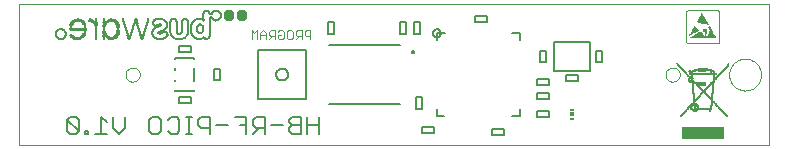
<source format=gbo>
G75*
%MOIN*%
%OFA0B0*%
%FSLAX24Y24*%
%IPPOS*%
%LPD*%
%AMOC8*
5,1,8,0,0,1.08239X$1,22.5*
%
%ADD10C,0.0010*%
%ADD11C,0.0030*%
%ADD12C,0.0070*%
%ADD13R,0.1423X0.0003*%
%ADD14R,0.1423X0.0002*%
%ADD15R,0.0003X0.0003*%
%ADD16R,0.0007X0.0002*%
%ADD17R,0.0012X0.0003*%
%ADD18R,0.0010X0.0003*%
%ADD19R,0.0017X0.0002*%
%ADD20R,0.0022X0.0003*%
%ADD21R,0.0020X0.0003*%
%ADD22R,0.0027X0.0002*%
%ADD23R,0.0032X0.0003*%
%ADD24R,0.0030X0.0003*%
%ADD25R,0.0037X0.0002*%
%ADD26R,0.0035X0.0002*%
%ADD27R,0.0045X0.0003*%
%ADD28R,0.0040X0.0003*%
%ADD29R,0.0050X0.0002*%
%ADD30R,0.0045X0.0002*%
%ADD31R,0.0055X0.0003*%
%ADD32R,0.0050X0.0003*%
%ADD33R,0.0060X0.0002*%
%ADD34R,0.0055X0.0002*%
%ADD35R,0.0065X0.0003*%
%ADD36R,0.0060X0.0003*%
%ADD37R,0.0065X0.0002*%
%ADD38R,0.0062X0.0003*%
%ADD39R,0.0062X0.0002*%
%ADD40R,0.0063X0.0003*%
%ADD41R,0.0067X0.0002*%
%ADD42R,0.0063X0.0002*%
%ADD43R,0.0090X0.0002*%
%ADD44R,0.0090X0.0003*%
%ADD45R,0.0085X0.0002*%
%ADD46R,0.0095X0.0003*%
%ADD47R,0.0110X0.0002*%
%ADD48R,0.0120X0.0003*%
%ADD49R,0.0132X0.0002*%
%ADD50R,0.0140X0.0003*%
%ADD51R,0.0150X0.0002*%
%ADD52R,0.0157X0.0003*%
%ADD53R,0.0165X0.0002*%
%ADD54R,0.0170X0.0003*%
%ADD55R,0.0177X0.0002*%
%ADD56R,0.0182X0.0003*%
%ADD57R,0.0190X0.0002*%
%ADD58R,0.0195X0.0003*%
%ADD59R,0.0200X0.0002*%
%ADD60R,0.0205X0.0003*%
%ADD61R,0.0210X0.0002*%
%ADD62R,0.0215X0.0003*%
%ADD63R,0.0217X0.0002*%
%ADD64R,0.0222X0.0003*%
%ADD65R,0.0227X0.0002*%
%ADD66R,0.0230X0.0003*%
%ADD67R,0.0235X0.0002*%
%ADD68R,0.0237X0.0003*%
%ADD69R,0.0240X0.0002*%
%ADD70R,0.0245X0.0003*%
%ADD71R,0.0113X0.0002*%
%ADD72R,0.0543X0.0003*%
%ADD73R,0.0102X0.0003*%
%ADD74R,0.0543X0.0002*%
%ADD75R,0.0097X0.0002*%
%ADD76R,0.0537X0.0003*%
%ADD77R,0.0093X0.0003*%
%ADD78R,0.0537X0.0002*%
%ADD79R,0.0533X0.0003*%
%ADD80R,0.0087X0.0003*%
%ADD81R,0.0532X0.0002*%
%ADD82R,0.0530X0.0003*%
%ADD83R,0.0085X0.0003*%
%ADD84R,0.0525X0.0002*%
%ADD85R,0.0083X0.0002*%
%ADD86R,0.0522X0.0003*%
%ADD87R,0.0080X0.0003*%
%ADD88R,0.0522X0.0002*%
%ADD89R,0.0080X0.0002*%
%ADD90R,0.0520X0.0003*%
%ADD91R,0.0077X0.0003*%
%ADD92R,0.0520X0.0002*%
%ADD93R,0.0077X0.0002*%
%ADD94R,0.0517X0.0003*%
%ADD95R,0.0057X0.0003*%
%ADD96R,0.0517X0.0002*%
%ADD97R,0.0075X0.0002*%
%ADD98R,0.0515X0.0003*%
%ADD99R,0.0067X0.0003*%
%ADD100R,0.0073X0.0003*%
%ADD101R,0.0515X0.0002*%
%ADD102R,0.0073X0.0002*%
%ADD103R,0.0513X0.0003*%
%ADD104R,0.0075X0.0003*%
%ADD105R,0.0513X0.0002*%
%ADD106R,0.0082X0.0002*%
%ADD107R,0.0072X0.0002*%
%ADD108R,0.0070X0.0003*%
%ADD109R,0.0072X0.0003*%
%ADD110R,0.0087X0.0002*%
%ADD111R,0.0070X0.0002*%
%ADD112R,0.0047X0.0003*%
%ADD113R,0.0047X0.0002*%
%ADD114R,0.0092X0.0002*%
%ADD115R,0.0092X0.0003*%
%ADD116R,0.0095X0.0002*%
%ADD117R,0.0097X0.0003*%
%ADD118R,0.0133X0.0002*%
%ADD119R,0.0130X0.0003*%
%ADD120R,0.0130X0.0002*%
%ADD121R,0.0127X0.0003*%
%ADD122R,0.0125X0.0002*%
%ADD123R,0.0082X0.0003*%
%ADD124R,0.0125X0.0003*%
%ADD125R,0.0122X0.0002*%
%ADD126R,0.0123X0.0003*%
%ADD127R,0.0120X0.0002*%
%ADD128R,0.0117X0.0003*%
%ADD129R,0.0117X0.0002*%
%ADD130R,0.0035X0.0003*%
%ADD131R,0.0022X0.0002*%
%ADD132R,0.0083X0.0003*%
%ADD133R,0.0115X0.0003*%
%ADD134R,0.0093X0.0002*%
%ADD135R,0.0123X0.0002*%
%ADD136R,0.0122X0.0003*%
%ADD137R,0.0100X0.0002*%
%ADD138R,0.0127X0.0002*%
%ADD139R,0.0105X0.0003*%
%ADD140R,0.0273X0.0002*%
%ADD141R,0.0267X0.0003*%
%ADD142R,0.0263X0.0002*%
%ADD143R,0.0260X0.0003*%
%ADD144R,0.0255X0.0002*%
%ADD145R,0.0250X0.0003*%
%ADD146R,0.0245X0.0002*%
%ADD147R,0.0243X0.0003*%
%ADD148R,0.0235X0.0003*%
%ADD149R,0.0230X0.0002*%
%ADD150R,0.0225X0.0003*%
%ADD151R,0.0220X0.0002*%
%ADD152R,0.0203X0.0003*%
%ADD153R,0.0193X0.0003*%
%ADD154R,0.0187X0.0002*%
%ADD155R,0.0180X0.0003*%
%ADD156R,0.0167X0.0003*%
%ADD157R,0.0163X0.0002*%
%ADD158R,0.0153X0.0003*%
%ADD159R,0.0147X0.0002*%
%ADD160R,0.0135X0.0003*%
%ADD161R,0.0110X0.0003*%
%ADD162R,0.0107X0.0003*%
%ADD163R,0.0102X0.0002*%
%ADD164R,0.0100X0.0003*%
%ADD165R,0.0103X0.0003*%
%ADD166R,0.0105X0.0002*%
%ADD167R,0.0115X0.0002*%
%ADD168R,0.0107X0.0002*%
%ADD169R,0.0323X0.0002*%
%ADD170R,0.0325X0.0003*%
%ADD171R,0.0327X0.0002*%
%ADD172R,0.0330X0.0003*%
%ADD173R,0.0333X0.0002*%
%ADD174R,0.0333X0.0003*%
%ADD175R,0.0337X0.0002*%
%ADD176R,0.0337X0.0003*%
%ADD177R,0.0343X0.0002*%
%ADD178R,0.0343X0.0003*%
%ADD179R,0.0347X0.0002*%
%ADD180R,0.0347X0.0003*%
%ADD181R,0.0353X0.0002*%
%ADD182R,0.0353X0.0003*%
%ADD183R,0.0357X0.0002*%
%ADD184R,0.0357X0.0003*%
%ADD185R,0.0360X0.0002*%
%ADD186R,0.0363X0.0003*%
%ADD187R,0.0365X0.0002*%
%ADD188R,0.0303X0.0003*%
%ADD189R,0.0303X0.0002*%
%ADD190R,0.0165X0.0003*%
%ADD191R,0.0223X0.0003*%
%ADD192R,0.0223X0.0002*%
%ADD193R,0.0217X0.0003*%
%ADD194R,0.0213X0.0002*%
%ADD195R,0.0210X0.0003*%
%ADD196R,0.0207X0.0002*%
%ADD197R,0.0203X0.0002*%
%ADD198R,0.0200X0.0003*%
%ADD199R,0.0197X0.0002*%
%ADD200R,0.0193X0.0002*%
%ADD201R,0.0190X0.0003*%
%ADD202R,0.0043X0.0003*%
%ADD203R,0.0043X0.0002*%
%ADD204R,0.0112X0.0002*%
%ADD205R,0.0040X0.0002*%
%ADD206R,0.0920X0.0002*%
%ADD207R,0.0923X0.0003*%
%ADD208R,0.0927X0.0002*%
%ADD209R,0.0927X0.0003*%
%ADD210R,0.0933X0.0002*%
%ADD211R,0.0933X0.0003*%
%ADD212R,0.0935X0.0002*%
%ADD213R,0.0937X0.0003*%
%ADD214R,0.0937X0.0002*%
%ADD215R,0.0940X0.0003*%
%ADD216R,0.0943X0.0002*%
%ADD217R,0.0943X0.0003*%
%ADD218R,0.0945X0.0002*%
%ADD219R,0.0945X0.0003*%
%ADD220R,0.0947X0.0002*%
%ADD221R,0.0947X0.0003*%
%ADD222R,0.0145X0.0003*%
%ADD223R,0.0147X0.0003*%
%ADD224R,0.0052X0.0002*%
%ADD225R,0.0153X0.0002*%
%ADD226R,0.0155X0.0003*%
%ADD227R,0.0157X0.0002*%
%ADD228R,0.0057X0.0002*%
%ADD229R,0.0160X0.0002*%
%ADD230R,0.0160X0.0003*%
%ADD231R,0.0167X0.0002*%
%ADD232R,0.0173X0.0002*%
%ADD233R,0.0175X0.0003*%
%ADD234R,0.0152X0.0003*%
%ADD235R,0.0152X0.0002*%
%ADD236R,0.0142X0.0003*%
%ADD237R,0.0142X0.0002*%
%ADD238R,0.0103X0.0002*%
%ADD239R,0.0137X0.0003*%
%ADD240R,0.0135X0.0002*%
%ADD241R,0.0132X0.0003*%
%ADD242R,0.0143X0.0002*%
%ADD243R,0.0170X0.0002*%
%ADD244R,0.0407X0.0003*%
%ADD245R,0.0205X0.0002*%
%ADD246R,0.0405X0.0002*%
%ADD247R,0.0227X0.0003*%
%ADD248R,0.0042X0.0003*%
%ADD249R,0.0267X0.0002*%
%ADD250R,0.0262X0.0003*%
%ADD251R,0.0260X0.0002*%
%ADD252R,0.0185X0.0003*%
%ADD253R,0.0560X0.0002*%
%ADD254R,0.0547X0.0003*%
%ADD255R,0.0527X0.0003*%
%ADD256R,0.0430X0.0002*%
%ADD257R,0.0402X0.0003*%
%ADD258R,0.0380X0.0002*%
%ADD259R,0.0340X0.0003*%
%ADD260R,0.0310X0.0002*%
%ADD261R,0.0277X0.0003*%
%ADD262R,0.0257X0.0002*%
%ADD263R,0.0053X0.0003*%
%ADD264R,0.0037X0.0003*%
%ADD265R,0.0033X0.0003*%
%ADD266R,0.0030X0.0002*%
%ADD267R,0.0027X0.0003*%
%ADD268R,0.0025X0.0002*%
%ADD269R,0.0023X0.0003*%
%ADD270R,0.0023X0.0002*%
%ADD271R,0.0020X0.0002*%
%ADD272R,0.0017X0.0003*%
%ADD273R,0.0015X0.0002*%
%ADD274R,0.0015X0.0003*%
%ADD275R,0.0013X0.0002*%
%ADD276R,0.0005X0.0003*%
%ADD277R,0.0003X0.0002*%
%ADD278R,0.0840X0.0010*%
%ADD279R,0.0810X0.0010*%
%ADD280R,0.0800X0.0010*%
%ADD281R,0.0770X0.0010*%
%ADD282R,0.0350X0.0010*%
%ADD283R,0.0380X0.0010*%
%ADD284R,0.0230X0.0010*%
%ADD285R,0.0050X0.0010*%
%ADD286R,0.0360X0.0010*%
%ADD287R,0.0220X0.0010*%
%ADD288R,0.0030X0.0010*%
%ADD289R,0.0330X0.0010*%
%ADD290R,0.0210X0.0010*%
%ADD291R,0.0310X0.0010*%
%ADD292R,0.0200X0.0010*%
%ADD293R,0.0020X0.0010*%
%ADD294R,0.0280X0.0010*%
%ADD295R,0.0010X0.0010*%
%ADD296R,0.0270X0.0010*%
%ADD297R,0.0180X0.0010*%
%ADD298R,0.0240X0.0010*%
%ADD299R,0.0040X0.0010*%
%ADD300R,0.0170X0.0010*%
%ADD301R,0.0160X0.0010*%
%ADD302R,0.0070X0.0010*%
%ADD303R,0.0150X0.0010*%
%ADD304R,0.0140X0.0010*%
%ADD305R,0.0120X0.0010*%
%ADD306R,0.0090X0.0010*%
%ADD307R,0.0100X0.0010*%
%ADD308R,0.0060X0.0010*%
%ADD309R,0.0110X0.0010*%
%ADD310R,0.0130X0.0010*%
%ADD311R,0.0080X0.0010*%
%ADD312R,0.0190X0.0010*%
%ADD313R,0.0300X0.0010*%
%ADD314R,0.0290X0.0010*%
%ADD315R,0.0260X0.0010*%
%ADD316R,0.0250X0.0010*%
%ADD317R,0.0036X0.0003*%
%ADD318R,0.0045X0.0003*%
%ADD319R,0.0039X0.0003*%
%ADD320R,0.0090X0.0003*%
%ADD321R,0.0114X0.0003*%
%ADD322R,0.0099X0.0003*%
%ADD323R,0.0075X0.0003*%
%ADD324R,0.0120X0.0003*%
%ADD325R,0.0156X0.0003*%
%ADD326R,0.0135X0.0003*%
%ADD327R,0.0021X0.0003*%
%ADD328R,0.0027X0.0003*%
%ADD329R,0.0060X0.0003*%
%ADD330R,0.0024X0.0003*%
%ADD331R,0.0024X0.0003*%
%ADD332R,0.0066X0.0003*%
%ADD333R,0.0102X0.0003*%
%ADD334R,0.0057X0.0003*%
%ADD335R,0.0141X0.0003*%
%ADD336R,0.0186X0.0003*%
%ADD337R,0.0165X0.0003*%
%ADD338R,0.0105X0.0003*%
%ADD339R,0.0042X0.0003*%
%ADD340R,0.0117X0.0003*%
%ADD341R,0.0081X0.0003*%
%ADD342R,0.0162X0.0003*%
%ADD343R,0.0210X0.0003*%
%ADD344R,0.0189X0.0003*%
%ADD345R,0.0051X0.0003*%
%ADD346R,0.0132X0.0003*%
%ADD347R,0.0051X0.0003*%
%ADD348R,0.0147X0.0003*%
%ADD349R,0.0096X0.0003*%
%ADD350R,0.0180X0.0003*%
%ADD351R,0.0231X0.0003*%
%ADD352R,0.0207X0.0003*%
%ADD353R,0.0063X0.0003*%
%ADD354R,0.0057X0.0003*%
%ADD355R,0.0174X0.0003*%
%ADD356R,0.0150X0.0003*%
%ADD357R,0.0111X0.0003*%
%ADD358R,0.0198X0.0003*%
%ADD359R,0.0255X0.0003*%
%ADD360R,0.0228X0.0003*%
%ADD361R,0.0069X0.0003*%
%ADD362R,0.0174X0.0003*%
%ADD363R,0.0198X0.0003*%
%ADD364R,0.0123X0.0003*%
%ADD365R,0.0270X0.0003*%
%ADD366R,0.0246X0.0003*%
%ADD367R,0.0072X0.0003*%
%ADD368R,0.0216X0.0003*%
%ADD369R,0.0225X0.0003*%
%ADD370R,0.0288X0.0003*%
%ADD371R,0.0261X0.0003*%
%ADD372R,0.0078X0.0003*%
%ADD373R,0.0207X0.0003*%
%ADD374R,0.0234X0.0003*%
%ADD375R,0.0237X0.0003*%
%ADD376R,0.0300X0.0003*%
%ADD377R,0.0279X0.0003*%
%ADD378R,0.0084X0.0003*%
%ADD379R,0.0081X0.0003*%
%ADD380R,0.0219X0.0003*%
%ADD381R,0.0249X0.0003*%
%ADD382R,0.0315X0.0003*%
%ADD383R,0.0291X0.0003*%
%ADD384R,0.0087X0.0003*%
%ADD385R,0.0087X0.0003*%
%ADD386R,0.0231X0.0003*%
%ADD387R,0.0267X0.0003*%
%ADD388R,0.0204X0.0003*%
%ADD389R,0.0159X0.0003*%
%ADD390R,0.0261X0.0003*%
%ADD391R,0.0330X0.0003*%
%ADD392R,0.0306X0.0003*%
%ADD393R,0.0243X0.0003*%
%ADD394R,0.0342X0.0003*%
%ADD395R,0.0318X0.0003*%
%ADD396R,0.0093X0.0003*%
%ADD397R,0.0084X0.0003*%
%ADD398R,0.0291X0.0003*%
%ADD399R,0.0222X0.0003*%
%ADD400R,0.0171X0.0003*%
%ADD401R,0.0354X0.0003*%
%ADD402R,0.0327X0.0003*%
%ADD403R,0.0264X0.0003*%
%ADD404R,0.0363X0.0003*%
%ADD405R,0.0339X0.0003*%
%ADD406R,0.0273X0.0003*%
%ADD407R,0.0318X0.0003*%
%ADD408R,0.0240X0.0003*%
%ADD409R,0.0312X0.0003*%
%ADD410R,0.0141X0.0003*%
%ADD411R,0.0153X0.0003*%
%ADD412R,0.0285X0.0003*%
%ADD413R,0.0138X0.0003*%
%ADD414R,0.0129X0.0003*%
%ADD415R,0.0282X0.0003*%
%ADD416R,0.0108X0.0003*%
%ADD417R,0.0114X0.0003*%
%ADD418R,0.0348X0.0003*%
%ADD419R,0.0111X0.0003*%
%ADD420R,0.0108X0.0003*%
%ADD421R,0.0357X0.0003*%
%ADD422R,0.0366X0.0003*%
%ADD423R,0.0324X0.0003*%
%ADD424R,0.0375X0.0003*%
%ADD425R,0.0384X0.0003*%
%ADD426R,0.0117X0.0003*%
%ADD427R,0.0336X0.0003*%
%ADD428R,0.0390X0.0003*%
%ADD429R,0.0402X0.0003*%
%ADD430R,0.0054X0.0003*%
%ADD431R,0.0351X0.0003*%
%ADD432R,0.0408X0.0003*%
%ADD433R,0.0414X0.0003*%
%ADD434R,0.0078X0.0003*%
%ADD435R,0.0360X0.0003*%
%ADD436R,0.0420X0.0003*%
%ADD437R,0.0054X0.0003*%
%ADD438R,0.0126X0.0003*%
%ADD439R,0.0429X0.0003*%
%ADD440R,0.0048X0.0003*%
%ADD441R,0.0168X0.0003*%
%ADD442R,0.0171X0.0003*%
%ADD443R,0.0195X0.0003*%
%ADD444R,0.0048X0.0003*%
%ADD445R,0.0033X0.0003*%
%ADD446R,0.0144X0.0003*%
%ADD447R,0.0030X0.0003*%
%ADD448R,0.0144X0.0003*%
%ADD449R,0.0021X0.0003*%
%ADD450R,0.0018X0.0003*%
%ADD451R,0.0015X0.0003*%
%ADD452R,0.0009X0.0003*%
%ADD453R,0.0147X0.0003*%
%ADD454R,0.0006X0.0003*%
%ADD455R,0.0183X0.0003*%
%ADD456R,0.0138X0.0003*%
%ADD457R,0.0177X0.0003*%
%ADD458R,0.0003X0.0003*%
%ADD459R,0.0168X0.0003*%
%ADD460R,0.0201X0.0003*%
%ADD461R,0.0192X0.0003*%
%ADD462R,0.0537X0.0003*%
%ADD463R,0.0546X0.0003*%
%ADD464R,0.0555X0.0003*%
%ADD465R,0.0561X0.0003*%
%ADD466R,0.0564X0.0003*%
%ADD467R,0.0567X0.0003*%
%ADD468R,0.0570X0.0003*%
%ADD469R,0.0573X0.0003*%
%ADD470R,0.0228X0.0003*%
%ADD471R,0.0576X0.0003*%
%ADD472R,0.0579X0.0003*%
%ADD473R,0.0012X0.0003*%
%ADD474R,0.0204X0.0003*%
%ADD475R,0.0378X0.0003*%
%ADD476R,0.0345X0.0003*%
%ADD477R,0.0369X0.0003*%
%ADD478R,0.0018X0.0003*%
%ADD479R,0.0333X0.0003*%
%ADD480R,0.0348X0.0003*%
%ADD481R,0.0321X0.0003*%
%ADD482R,0.0288X0.0003*%
%ADD483R,0.0309X0.0003*%
%ADD484R,0.0201X0.0003*%
%ADD485R,0.0258X0.0003*%
%ADD486R,0.0237X0.0003*%
%ADD487R,0.0252X0.0003*%
%ADD488R,0.0258X0.0003*%
%ADD489R,0.0267X0.0003*%
%ADD490R,0.0303X0.0003*%
%ADD491R,0.0297X0.0003*%
%ADD492R,0.0294X0.0003*%
%ADD493R,0.0294X0.0003*%
%ADD494R,0.0297X0.0003*%
%ADD495R,0.0321X0.0003*%
%ADD496R,0.0327X0.0003*%
%ADD497R,0.0351X0.0003*%
%ADD498R,0.0354X0.0003*%
%ADD499R,0.0357X0.0003*%
%ADD500R,0.0324X0.0003*%
%ADD501R,0.0276X0.0003*%
%ADD502R,0.0213X0.0003*%
%ADD503R,0.0177X0.0003*%
%ADD504C,0.0000*%
%ADD505R,0.0118X0.0059*%
%ADD506R,0.0118X0.0118*%
%ADD507C,0.0050*%
%ADD508C,0.0060*%
%ADD509C,0.0079*%
D10*
X022783Y017071D02*
X022783Y018081D01*
X022785Y018094D01*
X022790Y018106D01*
X022798Y018116D01*
X022808Y018124D01*
X022820Y018129D01*
X022833Y018131D01*
X023813Y018131D01*
X023826Y018129D01*
X023839Y018125D01*
X023850Y018118D01*
X023860Y018108D01*
X023867Y018097D01*
X023871Y018084D01*
X023873Y018071D01*
X023873Y017081D01*
X023872Y017071D01*
X023868Y017061D01*
X023861Y017053D01*
X023853Y017046D01*
X023843Y017042D01*
X023833Y017041D01*
X022813Y017041D01*
X022804Y017042D01*
X022795Y017047D01*
X022789Y017053D01*
X022784Y017062D01*
X022783Y017071D01*
D11*
X010248Y017175D02*
X010248Y017465D01*
X010103Y017465D01*
X010055Y017417D01*
X010055Y017320D01*
X010103Y017272D01*
X010248Y017272D01*
X009954Y017272D02*
X009809Y017272D01*
X009760Y017320D01*
X009760Y017417D01*
X009809Y017465D01*
X009954Y017465D01*
X009954Y017175D01*
X009857Y017272D02*
X009760Y017175D01*
X009659Y017224D02*
X009611Y017175D01*
X009514Y017175D01*
X009466Y017224D01*
X009466Y017417D01*
X009514Y017465D01*
X009611Y017465D01*
X009659Y017417D01*
X009659Y017224D01*
X009364Y017224D02*
X009364Y017417D01*
X009316Y017465D01*
X009219Y017465D01*
X009171Y017417D01*
X009171Y017320D02*
X009268Y017320D01*
X009171Y017320D02*
X009171Y017224D01*
X009219Y017175D01*
X009316Y017175D01*
X009364Y017224D01*
X009070Y017272D02*
X008925Y017272D01*
X008876Y017320D01*
X008876Y017417D01*
X008925Y017465D01*
X009070Y017465D01*
X009070Y017175D01*
X008973Y017272D02*
X008876Y017175D01*
X008775Y017175D02*
X008775Y017369D01*
X008678Y017465D01*
X008582Y017369D01*
X008582Y017175D01*
X008480Y017175D02*
X008480Y017465D01*
X008384Y017369D01*
X008287Y017465D01*
X008287Y017175D01*
X008582Y017320D02*
X008775Y017320D01*
D12*
X008721Y014591D02*
X008426Y014591D01*
X008327Y014492D01*
X008327Y014296D01*
X008426Y014197D01*
X008721Y014197D01*
X008721Y014000D02*
X008721Y014591D01*
X008935Y014296D02*
X009329Y014296D01*
X009543Y014394D02*
X009641Y014296D01*
X009937Y014296D01*
X010151Y014296D02*
X010544Y014296D01*
X010544Y014591D02*
X010544Y014000D01*
X010151Y014000D02*
X010151Y014591D01*
X009937Y014591D02*
X009641Y014591D01*
X009543Y014492D01*
X009543Y014394D01*
X009641Y014296D02*
X009543Y014197D01*
X009543Y014099D01*
X009641Y014000D01*
X009937Y014000D01*
X009937Y014591D01*
X008524Y014197D02*
X008327Y014000D01*
X008113Y014000D02*
X008113Y014591D01*
X007720Y014591D01*
X007917Y014296D02*
X008113Y014296D01*
X007506Y014296D02*
X007112Y014296D01*
X006898Y014197D02*
X006603Y014197D01*
X006504Y014296D01*
X006504Y014492D01*
X006603Y014591D01*
X006898Y014591D01*
X006898Y014000D01*
X006290Y014000D02*
X006093Y014000D01*
X006192Y014000D02*
X006192Y014591D01*
X006290Y014591D02*
X006093Y014591D01*
X005885Y014492D02*
X005885Y014099D01*
X005787Y014000D01*
X005590Y014000D01*
X005491Y014099D01*
X005277Y014099D02*
X005179Y014000D01*
X004982Y014000D01*
X004884Y014099D01*
X004884Y014492D01*
X004982Y014591D01*
X005179Y014591D01*
X005277Y014492D01*
X005277Y014099D01*
X005491Y014492D02*
X005590Y014591D01*
X005787Y014591D01*
X005885Y014492D01*
X004062Y014591D02*
X004062Y014197D01*
X003865Y014000D01*
X003668Y014197D01*
X003668Y014591D01*
X003454Y014394D02*
X003257Y014591D01*
X003257Y014000D01*
X003061Y014000D02*
X003454Y014000D01*
X002847Y014000D02*
X002748Y014000D01*
X002748Y014099D01*
X002847Y014099D01*
X002847Y014000D01*
X002543Y014099D02*
X002149Y014492D01*
X002149Y014099D01*
X002247Y014000D01*
X002444Y014000D01*
X002543Y014099D01*
X002543Y014492D01*
X002444Y014591D01*
X002247Y014591D01*
X002149Y014492D01*
D13*
X023341Y014208D03*
X023341Y014203D03*
X023341Y014198D03*
X023341Y014193D03*
X023341Y014188D03*
X023341Y014183D03*
X023341Y014178D03*
X023341Y014173D03*
X023341Y014168D03*
X023341Y014163D03*
X023341Y014158D03*
X023341Y014153D03*
X023341Y014148D03*
X023341Y014143D03*
X023341Y014138D03*
X023341Y014133D03*
X023341Y014128D03*
X023341Y014123D03*
X023341Y014118D03*
X023341Y014113D03*
X023341Y014108D03*
X023341Y014103D03*
X023341Y014098D03*
X023341Y014093D03*
X023341Y014088D03*
X023341Y014083D03*
X023341Y014078D03*
X023341Y014073D03*
X023341Y014068D03*
X023341Y014063D03*
X023341Y014058D03*
X023341Y014053D03*
X023341Y014048D03*
X023341Y014043D03*
X023341Y014038D03*
X023341Y014033D03*
X023341Y014028D03*
X023341Y014023D03*
X023341Y014018D03*
X023341Y014013D03*
X023341Y014008D03*
X023341Y014003D03*
X023341Y013998D03*
X023341Y013993D03*
X023341Y013988D03*
X023341Y013983D03*
X023341Y013978D03*
X023341Y013973D03*
X023341Y013968D03*
X023341Y013963D03*
X023341Y013958D03*
X023341Y013953D03*
X023341Y013948D03*
X023341Y013943D03*
X023341Y013938D03*
X023341Y013933D03*
X023341Y013928D03*
X023341Y013923D03*
X023341Y013918D03*
X023341Y013913D03*
X023341Y013908D03*
X023341Y013903D03*
X023341Y013898D03*
X023341Y013893D03*
X023341Y013888D03*
X023341Y013883D03*
X023341Y013878D03*
X023341Y013873D03*
X023341Y013868D03*
X023341Y013863D03*
X023341Y013858D03*
D14*
X023341Y013861D03*
X023341Y013866D03*
X023341Y013871D03*
X023341Y013876D03*
X023341Y013881D03*
X023341Y013886D03*
X023341Y013891D03*
X023341Y013896D03*
X023341Y013901D03*
X023341Y013906D03*
X023341Y013911D03*
X023341Y013916D03*
X023341Y013921D03*
X023341Y013926D03*
X023341Y013931D03*
X023341Y013936D03*
X023341Y013941D03*
X023341Y013946D03*
X023341Y013951D03*
X023341Y013956D03*
X023341Y013961D03*
X023341Y013966D03*
X023341Y013971D03*
X023341Y013976D03*
X023341Y013981D03*
X023341Y013986D03*
X023341Y013991D03*
X023341Y013996D03*
X023341Y014001D03*
X023341Y014006D03*
X023341Y014011D03*
X023341Y014016D03*
X023341Y014021D03*
X023341Y014026D03*
X023341Y014031D03*
X023341Y014036D03*
X023341Y014041D03*
X023341Y014046D03*
X023341Y014051D03*
X023341Y014056D03*
X023341Y014061D03*
X023341Y014066D03*
X023341Y014071D03*
X023341Y014076D03*
X023341Y014081D03*
X023341Y014086D03*
X023341Y014091D03*
X023341Y014096D03*
X023341Y014101D03*
X023341Y014106D03*
X023341Y014111D03*
X023341Y014116D03*
X023341Y014121D03*
X023341Y014126D03*
X023341Y014131D03*
X023341Y014136D03*
X023341Y014141D03*
X023341Y014146D03*
X023341Y014151D03*
X023341Y014156D03*
X023341Y014161D03*
X023341Y014166D03*
X023341Y014171D03*
X023341Y014176D03*
X023341Y014181D03*
X023341Y014186D03*
X023341Y014191D03*
X023341Y014196D03*
X023341Y014201D03*
X023341Y014206D03*
X023341Y014211D03*
D15*
X022606Y014563D03*
X024136Y014563D03*
D16*
X024139Y014566D03*
X022606Y014566D03*
X022489Y016331D03*
X024194Y016331D03*
D17*
X024139Y014568D03*
D18*
X022605Y014568D03*
X022490Y016328D03*
X024193Y016328D03*
D19*
X024189Y016321D03*
X024139Y014571D03*
X022606Y014571D03*
D20*
X024139Y014573D03*
D21*
X022605Y014573D03*
D22*
X022606Y014576D03*
X023054Y014831D03*
X024139Y014576D03*
X024184Y016311D03*
D23*
X024139Y014578D03*
D24*
X022605Y014578D03*
D25*
X023054Y014736D03*
X024139Y014581D03*
D26*
X022605Y014581D03*
X022503Y016301D03*
X024180Y016301D03*
D27*
X023705Y015963D03*
X023705Y015958D03*
X023705Y015953D03*
X023705Y015948D03*
X023703Y015943D03*
X023703Y015938D03*
X023703Y015933D03*
X023703Y015928D03*
X023703Y015923D03*
X023700Y015908D03*
X023700Y015903D03*
X023700Y015898D03*
X023700Y015893D03*
X023700Y015888D03*
X023698Y015883D03*
X023698Y015878D03*
X023698Y015873D03*
X023698Y015868D03*
X023695Y015848D03*
X023695Y015843D03*
X023695Y015838D03*
X023695Y015833D03*
X023693Y015823D03*
X023683Y015693D03*
X023680Y015673D03*
X023680Y015668D03*
X023680Y015663D03*
X023680Y015658D03*
X023678Y015648D03*
X023678Y015643D03*
X023678Y015638D03*
X023678Y015633D03*
X023675Y015613D03*
X023675Y015608D03*
X023675Y015603D03*
X023675Y015598D03*
X023673Y015593D03*
X023673Y015588D03*
X023673Y015583D03*
X023673Y015578D03*
X023673Y015573D03*
X023670Y015558D03*
X023670Y015553D03*
X023670Y015548D03*
X023670Y015543D03*
X023670Y015538D03*
X023668Y015533D03*
X023668Y015528D03*
X023668Y015523D03*
X023668Y015518D03*
X023665Y015498D03*
X023665Y015493D03*
X023665Y015488D03*
X023665Y015483D03*
X023663Y015473D03*
X023663Y015468D03*
X023663Y015463D03*
X023663Y015458D03*
X023660Y015438D03*
X023660Y015433D03*
X023660Y015428D03*
X023660Y015423D03*
X023658Y015418D03*
X023658Y015413D03*
X023658Y015408D03*
X023658Y015403D03*
X023658Y015398D03*
X023655Y015383D03*
X023655Y015378D03*
X023655Y015373D03*
X023655Y015368D03*
X023655Y015363D03*
X023653Y015358D03*
X023653Y015353D03*
X023653Y015348D03*
X023653Y015343D03*
X023650Y015323D03*
X023650Y015318D03*
X023650Y015313D03*
X023650Y015308D03*
X023648Y015298D03*
X023648Y015293D03*
X023648Y015288D03*
X023648Y015283D03*
X023645Y015263D03*
X023645Y015258D03*
X023645Y015253D03*
X023645Y015248D03*
X023643Y015238D03*
X023643Y015233D03*
X023643Y015228D03*
X023643Y015223D03*
X023640Y015203D03*
X023640Y015198D03*
X023640Y015193D03*
X023640Y015188D03*
X023638Y015183D03*
X023638Y015178D03*
X023638Y015173D03*
X023628Y015063D03*
X023628Y015058D03*
X023628Y015053D03*
X023628Y015048D03*
X023625Y015028D03*
X023625Y015023D03*
X023625Y015018D03*
X023625Y015013D03*
X023623Y015008D03*
X023623Y015003D03*
X023623Y014998D03*
X023623Y014993D03*
X023623Y014988D03*
X023620Y014973D03*
X023620Y014968D03*
X023620Y014963D03*
X023620Y014958D03*
X023620Y014953D03*
X023618Y014948D03*
X023618Y014943D03*
X023618Y014938D03*
X023618Y014933D03*
X023615Y014913D03*
X023615Y014908D03*
X023615Y014903D03*
X023615Y014898D03*
X023613Y014888D03*
X023613Y014883D03*
X023613Y014878D03*
X023613Y014873D03*
X023610Y014853D03*
X024140Y014583D03*
X023038Y015123D03*
X023035Y015128D03*
X023035Y015133D03*
X023035Y015138D03*
X023035Y015143D03*
X023035Y015148D03*
X023033Y015168D03*
X023033Y015173D03*
X023033Y015178D03*
X023033Y015183D03*
X023030Y015193D03*
X023030Y015198D03*
X023030Y015203D03*
X023030Y015208D03*
X023028Y015228D03*
X023028Y015233D03*
X023028Y015238D03*
X023028Y015243D03*
X023028Y015248D03*
X023025Y015253D03*
X023025Y015258D03*
X023025Y015263D03*
X023025Y015268D03*
X023025Y015273D03*
X023023Y015288D03*
X023023Y015293D03*
X023023Y015298D03*
X023023Y015303D03*
X023023Y015308D03*
X023020Y015313D03*
X023020Y015318D03*
X023020Y015323D03*
X023020Y015328D03*
X023020Y015333D03*
X023018Y015353D03*
X023018Y015358D03*
X023018Y015363D03*
X023018Y015368D03*
X023015Y015378D03*
X023015Y015383D03*
X023015Y015388D03*
X023015Y015393D03*
X023013Y015413D03*
X023013Y015418D03*
X023013Y015423D03*
X023013Y015428D03*
X023013Y015433D03*
X023010Y015438D03*
X023010Y015443D03*
X023010Y015448D03*
X023010Y015453D03*
X023008Y015473D03*
X023008Y015478D03*
X023008Y015483D03*
X023008Y015488D03*
X023008Y015493D03*
X023005Y015498D03*
X023005Y015503D03*
X023005Y015508D03*
X023005Y015513D03*
X023005Y015518D03*
X023003Y015538D03*
X023003Y015543D03*
X023003Y015548D03*
X023003Y015553D03*
X023000Y015563D03*
X023000Y015568D03*
X023000Y015573D03*
X023000Y015578D03*
X022998Y015598D03*
X022998Y015603D03*
X022998Y015608D03*
X022998Y015613D03*
X022995Y015623D03*
X022995Y015628D03*
X022995Y015633D03*
X022995Y015638D03*
X022993Y015658D03*
X022993Y015663D03*
X022993Y015668D03*
X022993Y015673D03*
X022993Y015678D03*
X022990Y015683D03*
X022990Y015688D03*
X022990Y015693D03*
X022990Y015698D03*
X022990Y015703D03*
X022973Y015908D03*
X022973Y015913D03*
X022973Y015918D03*
X022973Y015923D03*
X022970Y015928D03*
X022970Y015933D03*
X022970Y015938D03*
X022970Y015943D03*
X022970Y015948D03*
X022968Y015968D03*
D28*
X023053Y014833D03*
X022605Y014583D03*
D29*
X023053Y014836D03*
X024140Y014586D03*
X023713Y016036D03*
X024173Y016286D03*
X022510Y016286D03*
D30*
X022508Y016291D03*
X022968Y015966D03*
X022970Y015946D03*
X022970Y015941D03*
X022970Y015936D03*
X022970Y015931D03*
X022973Y015921D03*
X022973Y015916D03*
X022973Y015911D03*
X022973Y015906D03*
X022990Y015701D03*
X022990Y015696D03*
X022990Y015691D03*
X022990Y015686D03*
X022993Y015676D03*
X022993Y015671D03*
X022993Y015666D03*
X022993Y015661D03*
X022995Y015641D03*
X022995Y015636D03*
X022995Y015631D03*
X022995Y015626D03*
X022998Y015616D03*
X022998Y015611D03*
X022998Y015606D03*
X022998Y015601D03*
X023000Y015581D03*
X023000Y015576D03*
X023000Y015571D03*
X023000Y015566D03*
X023000Y015561D03*
X023003Y015556D03*
X023003Y015551D03*
X023003Y015546D03*
X023003Y015541D03*
X023003Y015536D03*
X023005Y015516D03*
X023005Y015511D03*
X023005Y015506D03*
X023005Y015501D03*
X023008Y015491D03*
X023008Y015486D03*
X023008Y015481D03*
X023008Y015476D03*
X023010Y015456D03*
X023010Y015451D03*
X023010Y015446D03*
X023010Y015441D03*
X023013Y015431D03*
X023013Y015426D03*
X023013Y015421D03*
X023013Y015416D03*
X023015Y015396D03*
X023015Y015391D03*
X023015Y015386D03*
X023015Y015381D03*
X023015Y015376D03*
X023018Y015371D03*
X023018Y015366D03*
X023018Y015361D03*
X023018Y015356D03*
X023018Y015351D03*
X023020Y015331D03*
X023020Y015326D03*
X023020Y015321D03*
X023020Y015316D03*
X023023Y015306D03*
X023023Y015301D03*
X023023Y015296D03*
X023023Y015291D03*
X023025Y015271D03*
X023025Y015266D03*
X023025Y015261D03*
X023025Y015256D03*
X023028Y015246D03*
X023028Y015241D03*
X023028Y015236D03*
X023028Y015231D03*
X023030Y015211D03*
X023030Y015206D03*
X023030Y015201D03*
X023030Y015196D03*
X023030Y015191D03*
X023033Y015186D03*
X023033Y015181D03*
X023033Y015176D03*
X023033Y015171D03*
X023033Y015166D03*
X023035Y015146D03*
X023035Y015141D03*
X023035Y015136D03*
X023035Y015131D03*
X023038Y015121D03*
X023628Y015061D03*
X023628Y015056D03*
X023628Y015051D03*
X023625Y015031D03*
X023625Y015026D03*
X023625Y015021D03*
X023625Y015016D03*
X023623Y015006D03*
X023623Y015001D03*
X023623Y014996D03*
X023623Y014991D03*
X023620Y014971D03*
X023620Y014966D03*
X023620Y014961D03*
X023620Y014956D03*
X023618Y014946D03*
X023618Y014941D03*
X023618Y014936D03*
X023618Y014931D03*
X023615Y014911D03*
X023615Y014906D03*
X023615Y014901D03*
X023615Y014896D03*
X023613Y014891D03*
X023613Y014886D03*
X023613Y014881D03*
X023613Y014876D03*
X023610Y014856D03*
X023638Y015171D03*
X023638Y015176D03*
X023638Y015181D03*
X023640Y015191D03*
X023640Y015196D03*
X023640Y015201D03*
X023640Y015206D03*
X023643Y015226D03*
X023643Y015231D03*
X023643Y015236D03*
X023643Y015241D03*
X023645Y015246D03*
X023645Y015251D03*
X023645Y015256D03*
X023645Y015261D03*
X023645Y015266D03*
X023648Y015281D03*
X023648Y015286D03*
X023648Y015291D03*
X023648Y015296D03*
X023648Y015301D03*
X023650Y015306D03*
X023650Y015311D03*
X023650Y015316D03*
X023650Y015321D03*
X023653Y015341D03*
X023653Y015346D03*
X023653Y015351D03*
X023653Y015356D03*
X023655Y015366D03*
X023655Y015371D03*
X023655Y015376D03*
X023655Y015381D03*
X023658Y015401D03*
X023658Y015406D03*
X023658Y015411D03*
X023658Y015416D03*
X023660Y015426D03*
X023660Y015431D03*
X023660Y015436D03*
X023660Y015441D03*
X023663Y015461D03*
X023663Y015466D03*
X023663Y015471D03*
X023663Y015476D03*
X023665Y015481D03*
X023665Y015486D03*
X023665Y015491D03*
X023665Y015496D03*
X023668Y015516D03*
X023668Y015521D03*
X023668Y015526D03*
X023668Y015531D03*
X023670Y015541D03*
X023670Y015546D03*
X023670Y015551D03*
X023670Y015556D03*
X023673Y015576D03*
X023673Y015581D03*
X023673Y015586D03*
X023673Y015591D03*
X023675Y015601D03*
X023675Y015606D03*
X023675Y015611D03*
X023675Y015616D03*
X023678Y015636D03*
X023678Y015641D03*
X023678Y015646D03*
X023678Y015651D03*
X023680Y015656D03*
X023680Y015661D03*
X023680Y015666D03*
X023680Y015671D03*
X023683Y015691D03*
X023693Y015826D03*
X023695Y015831D03*
X023695Y015836D03*
X023695Y015841D03*
X023695Y015846D03*
X023698Y015866D03*
X023698Y015871D03*
X023698Y015876D03*
X023698Y015881D03*
X023698Y015886D03*
X023700Y015891D03*
X023700Y015896D03*
X023700Y015901D03*
X023700Y015906D03*
X023703Y015926D03*
X023703Y015931D03*
X023703Y015936D03*
X023703Y015941D03*
X023705Y015951D03*
X023705Y015956D03*
X023705Y015961D03*
X023705Y015966D03*
X024175Y016291D03*
X022605Y014586D03*
D31*
X023053Y014918D03*
X024140Y014588D03*
X023708Y016043D03*
D32*
X023710Y016038D03*
X023713Y016033D03*
X022915Y016093D03*
X022915Y015968D03*
X022605Y014588D03*
D33*
X023150Y015181D03*
X023178Y015211D03*
X023215Y015251D03*
X023243Y015281D03*
X023280Y015321D03*
X023285Y015326D03*
X023308Y015351D03*
X023393Y015441D03*
X023410Y015461D03*
X023415Y015466D03*
X023420Y015471D03*
X023453Y015506D03*
X023458Y015511D03*
X023475Y015531D03*
X023480Y015536D03*
X023485Y015541D03*
X023518Y015576D03*
X023523Y015581D03*
X023528Y015586D03*
X023540Y015601D03*
X023545Y015606D03*
X023550Y015611D03*
X023583Y015646D03*
X023588Y015651D03*
X023593Y015656D03*
X023605Y015671D03*
X023610Y015676D03*
X023615Y015681D03*
X023620Y015686D03*
X023680Y015751D03*
X023685Y015756D03*
X023750Y015826D03*
X023755Y015831D03*
X023778Y015856D03*
X023783Y015861D03*
X023788Y015866D03*
X023793Y015871D03*
X023805Y015886D03*
X023810Y015891D03*
X023815Y015896D03*
X023820Y015901D03*
X023843Y015926D03*
X023848Y015931D03*
X023853Y015936D03*
X023858Y015941D03*
X023863Y015946D03*
X023870Y015956D03*
X023875Y015961D03*
X023880Y015966D03*
X023885Y015971D03*
X023908Y015996D03*
X023913Y016001D03*
X023918Y016006D03*
X023923Y016011D03*
X023928Y016016D03*
X023945Y016036D03*
X023950Y016041D03*
X023955Y016046D03*
X023960Y016051D03*
X023965Y016056D03*
X023970Y016061D03*
X023973Y016066D03*
X023978Y016071D03*
X023983Y016076D03*
X023988Y016081D03*
X023993Y016086D03*
X024010Y016106D03*
X024015Y016111D03*
X024020Y016116D03*
X024025Y016121D03*
X024030Y016126D03*
X024035Y016131D03*
X024038Y016136D03*
X024043Y016141D03*
X024048Y016146D03*
X024053Y016151D03*
X024058Y016156D03*
X024063Y016161D03*
X024075Y016176D03*
X024080Y016181D03*
X024085Y016186D03*
X024090Y016191D03*
X024095Y016196D03*
X024100Y016201D03*
X024103Y016206D03*
X024108Y016211D03*
X024113Y016216D03*
X024118Y016221D03*
X024123Y016226D03*
X024128Y016231D03*
X024140Y016246D03*
X024145Y016251D03*
X024150Y016256D03*
X024155Y016261D03*
X024160Y016266D03*
X024165Y016271D03*
X023698Y016056D03*
X022615Y016171D03*
X022610Y016176D03*
X022558Y016231D03*
X022515Y016276D03*
X024140Y014591D03*
D34*
X022605Y014591D03*
X023705Y016046D03*
X024170Y016281D03*
X022513Y016281D03*
D35*
X022983Y015793D03*
X022993Y015778D03*
X023690Y016063D03*
X023493Y015263D03*
X023545Y015208D03*
X023625Y015128D03*
X023628Y015123D03*
X023633Y015118D03*
X023685Y015063D03*
X023690Y015058D03*
X023763Y014983D03*
X023768Y014978D03*
X023773Y014973D03*
X023815Y014928D03*
X023820Y014923D03*
X023825Y014918D03*
X023830Y014913D03*
X023898Y014843D03*
X023903Y014838D03*
X023908Y014833D03*
X023913Y014828D03*
X023918Y014823D03*
X023980Y014758D03*
X023985Y014753D03*
X023990Y014748D03*
X023995Y014743D03*
X024000Y014738D03*
X024038Y014698D03*
X024043Y014693D03*
X024048Y014688D03*
X024053Y014683D03*
X024058Y014678D03*
X024120Y014613D03*
X024125Y014608D03*
X024130Y014603D03*
X024135Y014598D03*
X024140Y014593D03*
X023033Y015053D03*
X022780Y014783D03*
D36*
X022748Y014748D03*
X022683Y014678D03*
X022605Y014593D03*
X022813Y014818D03*
X022850Y014858D03*
X022855Y014863D03*
X022878Y014888D03*
X023053Y014738D03*
X023045Y015068D03*
X023115Y015143D03*
X023120Y015148D03*
X023125Y015153D03*
X023138Y015168D03*
X023143Y015173D03*
X023148Y015178D03*
X023180Y015213D03*
X023185Y015218D03*
X023190Y015223D03*
X023203Y015238D03*
X023208Y015243D03*
X023213Y015248D03*
X023218Y015253D03*
X023245Y015283D03*
X023250Y015288D03*
X023255Y015293D03*
X023268Y015308D03*
X023273Y015313D03*
X023278Y015318D03*
X023283Y015323D03*
X023310Y015353D03*
X023315Y015358D03*
X023320Y015363D03*
X023325Y015368D03*
X023390Y015438D03*
X023413Y015463D03*
X023418Y015468D03*
X023423Y015473D03*
X023428Y015478D03*
X023433Y015483D03*
X023440Y015493D03*
X023445Y015498D03*
X023450Y015503D03*
X023455Y015508D03*
X023460Y015513D03*
X023478Y015533D03*
X023483Y015538D03*
X023488Y015543D03*
X023493Y015548D03*
X023498Y015553D03*
X023505Y015563D03*
X023510Y015568D03*
X023515Y015573D03*
X023520Y015578D03*
X023525Y015583D03*
X023543Y015603D03*
X023548Y015608D03*
X023553Y015613D03*
X023558Y015618D03*
X023563Y015623D03*
X023568Y015628D03*
X023570Y015633D03*
X023575Y015638D03*
X023580Y015643D03*
X023585Y015648D03*
X023590Y015653D03*
X023608Y015673D03*
X023613Y015678D03*
X023618Y015683D03*
X023623Y015688D03*
X023628Y015693D03*
X023683Y015753D03*
X023688Y015758D03*
X023693Y015763D03*
X023748Y015823D03*
X023753Y015828D03*
X023758Y015833D03*
X023763Y015838D03*
X023770Y015848D03*
X023775Y015853D03*
X023780Y015858D03*
X023785Y015863D03*
X023790Y015868D03*
X023795Y015873D03*
X023803Y015883D03*
X023808Y015888D03*
X023813Y015893D03*
X023818Y015898D03*
X023823Y015903D03*
X023828Y015908D03*
X023835Y015918D03*
X023840Y015923D03*
X023845Y015928D03*
X023850Y015933D03*
X023855Y015938D03*
X023860Y015943D03*
X023868Y015953D03*
X023873Y015958D03*
X023878Y015963D03*
X023883Y015968D03*
X023888Y015973D03*
X023893Y015978D03*
X023898Y015983D03*
X023903Y015988D03*
X023910Y015998D03*
X023915Y016003D03*
X023920Y016008D03*
X023925Y016013D03*
X023933Y016023D03*
X023938Y016028D03*
X023943Y016033D03*
X023948Y016038D03*
X023953Y016043D03*
X023958Y016048D03*
X023963Y016053D03*
X023968Y016058D03*
X023975Y016068D03*
X023980Y016073D03*
X023985Y016078D03*
X023990Y016083D03*
X023995Y016088D03*
X024013Y016108D03*
X024018Y016113D03*
X024023Y016118D03*
X024028Y016123D03*
X024033Y016128D03*
X024040Y016138D03*
X024045Y016143D03*
X024050Y016148D03*
X024055Y016153D03*
X024060Y016158D03*
X024078Y016178D03*
X024083Y016183D03*
X024088Y016188D03*
X024093Y016193D03*
X024098Y016198D03*
X024103Y016203D03*
X024105Y016208D03*
X024110Y016213D03*
X024115Y016218D03*
X024120Y016223D03*
X024125Y016228D03*
X024143Y016248D03*
X024148Y016253D03*
X024153Y016258D03*
X024158Y016263D03*
X024163Y016268D03*
X024168Y016273D03*
X023700Y016053D03*
X023188Y015578D03*
X023183Y015583D03*
X023265Y015498D03*
X023048Y015723D03*
X022990Y015783D03*
X022985Y015788D03*
X022860Y015918D03*
X022855Y015923D03*
X022850Y015928D03*
X022845Y015933D03*
X022840Y015938D03*
X022778Y016003D03*
X022773Y016008D03*
X022768Y016013D03*
X022763Y016018D03*
X022758Y016023D03*
X022753Y016028D03*
X022695Y016088D03*
X022690Y016093D03*
X022685Y016098D03*
X022680Y016103D03*
X022675Y016108D03*
X022670Y016113D03*
X022643Y016143D03*
X022638Y016148D03*
X022633Y016153D03*
X022628Y016158D03*
X022623Y016163D03*
X022618Y016168D03*
X022613Y016173D03*
X022560Y016228D03*
X022555Y016233D03*
X022550Y016238D03*
X022545Y016243D03*
X022540Y016248D03*
X022535Y016253D03*
X022530Y016258D03*
X022525Y016263D03*
D37*
X022755Y016026D03*
X022760Y016021D03*
X022765Y016016D03*
X022770Y016011D03*
X022775Y016006D03*
X022780Y016001D03*
X022838Y015941D03*
X022983Y015791D03*
X023055Y015716D03*
X023060Y015711D03*
X023065Y015706D03*
X023190Y015576D03*
X023195Y015571D03*
X023200Y015566D03*
X023205Y015561D03*
X023243Y015521D03*
X023248Y015516D03*
X023253Y015511D03*
X023258Y015506D03*
X023263Y015501D03*
X023318Y015361D03*
X023408Y015351D03*
X023413Y015346D03*
X023418Y015341D03*
X023423Y015336D03*
X023428Y015331D03*
X023433Y015326D03*
X023465Y015291D03*
X023470Y015286D03*
X023475Y015281D03*
X023480Y015276D03*
X023485Y015271D03*
X023490Y015266D03*
X023548Y015206D03*
X023553Y015201D03*
X023558Y015196D03*
X023563Y015191D03*
X023568Y015186D03*
X023573Y015181D03*
X023578Y015176D03*
X023625Y015126D03*
X023630Y015121D03*
X023643Y015106D03*
X023688Y015061D03*
X023693Y015056D03*
X023698Y015051D03*
X023703Y015046D03*
X023708Y015041D03*
X023713Y015036D03*
X023718Y015031D03*
X023735Y015011D03*
X023740Y015006D03*
X023745Y015001D03*
X023750Y014996D03*
X023755Y014991D03*
X023760Y014986D03*
X023765Y014981D03*
X023770Y014976D03*
X023775Y014971D03*
X023818Y014926D03*
X023823Y014921D03*
X023828Y014916D03*
X023833Y014911D03*
X023838Y014906D03*
X023843Y014901D03*
X023848Y014896D03*
X023853Y014891D03*
X023858Y014886D03*
X023870Y014871D03*
X023875Y014866D03*
X023880Y014861D03*
X023885Y014856D03*
X023890Y014851D03*
X023895Y014846D03*
X023900Y014841D03*
X023905Y014836D03*
X023910Y014831D03*
X023915Y014826D03*
X023920Y014821D03*
X023925Y014816D03*
X023930Y014811D03*
X023935Y014806D03*
X023940Y014801D03*
X023945Y014796D03*
X023953Y014786D03*
X023958Y014781D03*
X023963Y014776D03*
X023968Y014771D03*
X023973Y014766D03*
X023978Y014761D03*
X023983Y014756D03*
X023988Y014751D03*
X023993Y014746D03*
X023998Y014741D03*
X024003Y014736D03*
X024035Y014701D03*
X024040Y014696D03*
X024045Y014691D03*
X024050Y014686D03*
X024055Y014681D03*
X024060Y014676D03*
X024065Y014671D03*
X024070Y014666D03*
X024075Y014661D03*
X024080Y014656D03*
X024085Y014651D03*
X024093Y014641D03*
X024098Y014636D03*
X024103Y014631D03*
X024108Y014626D03*
X024113Y014621D03*
X024118Y014616D03*
X024123Y014611D03*
X024128Y014606D03*
X024133Y014601D03*
X024138Y014596D03*
X023053Y014841D03*
X022848Y014856D03*
X022820Y014826D03*
X022783Y014786D03*
X022778Y014781D03*
X022755Y014756D03*
X022750Y014751D03*
X022745Y014746D03*
X022740Y014741D03*
X022718Y014716D03*
X022713Y014711D03*
X022675Y014671D03*
X022670Y014666D03*
X022653Y014646D03*
X022648Y014641D03*
X022610Y014601D03*
X022605Y014596D03*
X023050Y015076D03*
X023678Y015746D03*
X023698Y015771D03*
X023693Y016061D03*
D38*
X023694Y016058D03*
X023864Y015948D03*
X023799Y015878D03*
X023699Y015773D03*
X023679Y015748D03*
X023604Y015668D03*
X023599Y015663D03*
X023594Y015658D03*
X023539Y015598D03*
X023534Y015593D03*
X023529Y015588D03*
X023474Y015528D03*
X023469Y015523D03*
X023464Y015518D03*
X023409Y015458D03*
X023404Y015453D03*
X023399Y015448D03*
X023394Y015443D03*
X023324Y015438D03*
X023319Y015443D03*
X023314Y015448D03*
X023309Y015453D03*
X023304Y015458D03*
X023299Y015463D03*
X023294Y015468D03*
X023289Y015473D03*
X023284Y015478D03*
X023279Y015483D03*
X023274Y015488D03*
X023269Y015493D03*
X023179Y015588D03*
X023174Y015593D03*
X023169Y015598D03*
X023164Y015603D03*
X023159Y015608D03*
X023154Y015613D03*
X023149Y015618D03*
X023144Y015623D03*
X023264Y015303D03*
X023259Y015298D03*
X023199Y015233D03*
X023194Y015228D03*
X023134Y015163D03*
X023129Y015158D03*
X023049Y015073D03*
X022874Y014883D03*
X022869Y014878D03*
X022864Y014873D03*
X022859Y014868D03*
X022809Y014813D03*
X022804Y014808D03*
X022799Y014803D03*
X022794Y014798D03*
X022789Y014793D03*
X022784Y014788D03*
X022744Y014743D03*
X022739Y014738D03*
X022734Y014733D03*
X022729Y014728D03*
X022724Y014723D03*
X022719Y014718D03*
X022714Y014713D03*
X022709Y014708D03*
X022679Y014673D03*
X022674Y014668D03*
X022669Y014663D03*
X022664Y014658D03*
X022659Y014653D03*
X022654Y014648D03*
X022649Y014643D03*
X022644Y014638D03*
X022614Y014603D03*
X022609Y014598D03*
X023469Y015288D03*
X023474Y015283D03*
X023479Y015278D03*
X023484Y015273D03*
X023489Y015268D03*
X023464Y015293D03*
X023459Y015298D03*
X023454Y015303D03*
X023449Y015308D03*
X023444Y015313D03*
X023439Y015318D03*
X023434Y015323D03*
X023429Y015328D03*
X023424Y015333D03*
X023419Y015338D03*
X023414Y015343D03*
X023409Y015348D03*
X023549Y015203D03*
X023554Y015198D03*
X023559Y015193D03*
X023564Y015188D03*
X023569Y015183D03*
X023574Y015178D03*
X023579Y015173D03*
X023694Y015053D03*
X023699Y015048D03*
X023704Y015043D03*
X023709Y015038D03*
X023714Y015033D03*
X023719Y015028D03*
X023724Y015023D03*
X023729Y015018D03*
X023734Y015013D03*
X023739Y015008D03*
X023744Y015003D03*
X023749Y014998D03*
X023754Y014993D03*
X023759Y014988D03*
X023834Y014908D03*
X023839Y014903D03*
X023844Y014898D03*
X023849Y014893D03*
X023854Y014888D03*
X023859Y014883D03*
X023864Y014878D03*
X023869Y014873D03*
X023874Y014868D03*
X023879Y014863D03*
X023884Y014858D03*
X023889Y014853D03*
X023894Y014848D03*
X024004Y014733D03*
X024009Y014728D03*
X024014Y014723D03*
X024019Y014718D03*
X024024Y014713D03*
X024029Y014708D03*
X024034Y014703D03*
X022879Y015898D03*
X022874Y015903D03*
X022869Y015908D03*
X022864Y015913D03*
X022749Y016033D03*
X022744Y016038D03*
X022739Y016043D03*
X022734Y016048D03*
X022729Y016053D03*
X022724Y016058D03*
X022719Y016063D03*
X022714Y016068D03*
X022709Y016073D03*
X022704Y016078D03*
X022699Y016083D03*
X022609Y016178D03*
X022604Y016183D03*
X022599Y016188D03*
X022594Y016193D03*
X022589Y016198D03*
X022584Y016203D03*
X022579Y016208D03*
X022574Y016213D03*
X022569Y016218D03*
X022564Y016223D03*
X023929Y016018D03*
D39*
X023904Y015991D03*
X023899Y015986D03*
X023894Y015981D03*
X023889Y015976D03*
X023839Y015921D03*
X023834Y015916D03*
X023829Y015911D03*
X023824Y015906D03*
X023774Y015851D03*
X023769Y015846D03*
X023764Y015841D03*
X023759Y015836D03*
X023694Y015766D03*
X023689Y015761D03*
X023624Y015691D03*
X023579Y015641D03*
X023574Y015636D03*
X023569Y015631D03*
X023564Y015626D03*
X023559Y015621D03*
X023554Y015616D03*
X023514Y015571D03*
X023509Y015566D03*
X023504Y015561D03*
X023499Y015556D03*
X023494Y015551D03*
X023489Y015546D03*
X023449Y015501D03*
X023444Y015496D03*
X023439Y015491D03*
X023434Y015486D03*
X023429Y015481D03*
X023424Y015476D03*
X023394Y015366D03*
X023399Y015361D03*
X023404Y015356D03*
X023314Y015356D03*
X023304Y015346D03*
X023299Y015341D03*
X023294Y015336D03*
X023289Y015331D03*
X023239Y015276D03*
X023234Y015271D03*
X023229Y015266D03*
X023224Y015261D03*
X023219Y015256D03*
X023174Y015206D03*
X023169Y015201D03*
X023164Y015196D03*
X023159Y015191D03*
X023154Y015186D03*
X023109Y015136D03*
X023104Y015131D03*
X023099Y015126D03*
X023094Y015121D03*
X023044Y015066D03*
X023039Y015061D03*
X023034Y015056D03*
X023054Y014916D03*
X022844Y014851D03*
X022839Y014846D03*
X022834Y014841D03*
X022829Y014836D03*
X022824Y014831D03*
X022774Y014776D03*
X022769Y014771D03*
X022764Y014766D03*
X022759Y014761D03*
X022709Y014706D03*
X022704Y014701D03*
X022699Y014696D03*
X022694Y014691D03*
X022689Y014686D03*
X022684Y014681D03*
X022679Y014676D03*
X022644Y014636D03*
X022639Y014631D03*
X022634Y014626D03*
X022629Y014621D03*
X022624Y014616D03*
X022619Y014611D03*
X022614Y014606D03*
X023494Y015261D03*
X023499Y015256D03*
X023504Y015251D03*
X023509Y015246D03*
X023514Y015241D03*
X023519Y015236D03*
X023524Y015231D03*
X023529Y015226D03*
X023534Y015221D03*
X023539Y015216D03*
X023544Y015211D03*
X023634Y015116D03*
X023639Y015111D03*
X023779Y014966D03*
X023784Y014961D03*
X023789Y014956D03*
X023794Y014951D03*
X023799Y014946D03*
X023804Y014941D03*
X023809Y014936D03*
X023814Y014931D03*
X023949Y014791D03*
X023239Y015526D03*
X023234Y015531D03*
X023229Y015536D03*
X023224Y015541D03*
X023219Y015546D03*
X023214Y015551D03*
X023209Y015556D03*
X023094Y015676D03*
X023089Y015681D03*
X023084Y015686D03*
X023079Y015691D03*
X023074Y015696D03*
X023069Y015701D03*
X022834Y015946D03*
X022829Y015951D03*
X022824Y015956D03*
X022819Y015961D03*
X022814Y015966D03*
X022809Y015971D03*
X022804Y015976D03*
X022799Y015981D03*
X022794Y015986D03*
X022789Y015991D03*
X022784Y015996D03*
X022694Y016091D03*
X022689Y016096D03*
X022684Y016101D03*
X022679Y016106D03*
X022674Y016111D03*
X022669Y016116D03*
X022664Y016121D03*
X022659Y016126D03*
X022654Y016131D03*
X022649Y016136D03*
X022644Y016141D03*
X022639Y016146D03*
X022634Y016151D03*
X022629Y016156D03*
X022624Y016161D03*
X022619Y016166D03*
X022554Y016236D03*
X022549Y016241D03*
X022544Y016246D03*
X022539Y016251D03*
X022534Y016256D03*
X022529Y016261D03*
X022524Y016266D03*
X022519Y016271D03*
D40*
X022516Y016273D03*
X022521Y016268D03*
X022646Y016138D03*
X022651Y016133D03*
X022656Y016128D03*
X022661Y016123D03*
X022666Y016118D03*
X022781Y015998D03*
X022786Y015993D03*
X022791Y015988D03*
X022796Y015983D03*
X022801Y015978D03*
X022806Y015973D03*
X022811Y015968D03*
X022816Y015963D03*
X022821Y015958D03*
X022826Y015953D03*
X022831Y015948D03*
X022836Y015943D03*
X023051Y015718D03*
X023056Y015713D03*
X023061Y015708D03*
X023066Y015703D03*
X023071Y015698D03*
X023076Y015693D03*
X023081Y015688D03*
X023086Y015683D03*
X023091Y015678D03*
X023096Y015673D03*
X023191Y015573D03*
X023196Y015568D03*
X023201Y015563D03*
X023206Y015558D03*
X023211Y015553D03*
X023216Y015548D03*
X023221Y015543D03*
X023226Y015538D03*
X023231Y015533D03*
X023236Y015528D03*
X023241Y015523D03*
X023246Y015518D03*
X023251Y015513D03*
X023256Y015508D03*
X023261Y015503D03*
X023356Y015403D03*
X023391Y015368D03*
X023396Y015363D03*
X023401Y015358D03*
X023406Y015353D03*
X023306Y015348D03*
X023301Y015343D03*
X023296Y015338D03*
X023291Y015333D03*
X023286Y015328D03*
X023241Y015278D03*
X023236Y015273D03*
X023231Y015268D03*
X023226Y015263D03*
X023221Y015258D03*
X023176Y015208D03*
X023171Y015203D03*
X023166Y015198D03*
X023161Y015193D03*
X023156Y015188D03*
X023151Y015183D03*
X023111Y015138D03*
X023106Y015133D03*
X023101Y015128D03*
X023096Y015123D03*
X023041Y015063D03*
X023036Y015058D03*
X022846Y014853D03*
X022841Y014848D03*
X022836Y014843D03*
X022831Y014838D03*
X022826Y014833D03*
X022821Y014828D03*
X022816Y014823D03*
X022776Y014778D03*
X022771Y014773D03*
X022766Y014768D03*
X022761Y014763D03*
X022756Y014758D03*
X022751Y014753D03*
X022706Y014703D03*
X022701Y014698D03*
X022696Y014693D03*
X022691Y014688D03*
X022686Y014683D03*
X022641Y014633D03*
X022636Y014628D03*
X022631Y014623D03*
X022626Y014618D03*
X022621Y014613D03*
X022616Y014608D03*
X023496Y015258D03*
X023501Y015253D03*
X023506Y015248D03*
X023511Y015243D03*
X023516Y015238D03*
X023521Y015233D03*
X023526Y015228D03*
X023531Y015223D03*
X023536Y015218D03*
X023541Y015213D03*
X023636Y015113D03*
X023641Y015108D03*
X023776Y014968D03*
X023781Y014963D03*
X023786Y014958D03*
X023791Y014953D03*
X023796Y014948D03*
X023801Y014943D03*
X023806Y014938D03*
X023811Y014933D03*
X023921Y014818D03*
X023926Y014813D03*
X023931Y014808D03*
X023936Y014803D03*
X023941Y014798D03*
X023946Y014793D03*
X023951Y014788D03*
X023956Y014783D03*
X023961Y014778D03*
X023966Y014773D03*
X023971Y014768D03*
X023976Y014763D03*
X024061Y014673D03*
X024066Y014668D03*
X024071Y014663D03*
X024076Y014658D03*
X024081Y014653D03*
X024086Y014648D03*
X024091Y014643D03*
X024096Y014638D03*
X024101Y014633D03*
X024106Y014628D03*
X024111Y014623D03*
X024116Y014618D03*
X023436Y015488D03*
X023501Y015558D03*
X023696Y015768D03*
X023906Y015993D03*
X023971Y016063D03*
X024036Y016133D03*
D41*
X023701Y015776D03*
X023356Y015406D03*
X023356Y015401D03*
X023031Y015051D03*
X024089Y014646D03*
X022994Y015776D03*
D42*
X022991Y015781D03*
X022986Y015786D03*
X023051Y015721D03*
X023146Y015621D03*
X023151Y015616D03*
X023156Y015611D03*
X023161Y015606D03*
X023166Y015601D03*
X023171Y015596D03*
X023176Y015591D03*
X023181Y015586D03*
X023186Y015581D03*
X023266Y015496D03*
X023271Y015491D03*
X023276Y015486D03*
X023281Y015481D03*
X023286Y015476D03*
X023291Y015471D03*
X023296Y015466D03*
X023301Y015461D03*
X023306Y015456D03*
X023311Y015451D03*
X023316Y015446D03*
X023321Y015441D03*
X023321Y015366D03*
X023276Y015316D03*
X023271Y015311D03*
X023266Y015306D03*
X023261Y015301D03*
X023256Y015296D03*
X023251Y015291D03*
X023246Y015286D03*
X023211Y015246D03*
X023206Y015241D03*
X023201Y015236D03*
X023196Y015231D03*
X023191Y015226D03*
X023186Y015221D03*
X023181Y015216D03*
X023146Y015176D03*
X023141Y015171D03*
X023136Y015166D03*
X023131Y015161D03*
X023126Y015156D03*
X023121Y015151D03*
X023116Y015146D03*
X023111Y015141D03*
X023046Y015071D03*
X022876Y014886D03*
X022871Y014881D03*
X022866Y014876D03*
X022861Y014871D03*
X022856Y014866D03*
X022851Y014861D03*
X022816Y014821D03*
X022811Y014816D03*
X022806Y014811D03*
X022801Y014806D03*
X022796Y014801D03*
X022791Y014796D03*
X022786Y014791D03*
X022736Y014736D03*
X022731Y014731D03*
X022726Y014726D03*
X022721Y014721D03*
X022666Y014661D03*
X022661Y014656D03*
X022656Y014651D03*
X023581Y015171D03*
X023461Y015296D03*
X023456Y015301D03*
X023451Y015306D03*
X023446Y015311D03*
X023441Y015316D03*
X023436Y015321D03*
X023396Y015446D03*
X023401Y015451D03*
X023406Y015456D03*
X023461Y015516D03*
X023466Y015521D03*
X023471Y015526D03*
X023531Y015591D03*
X023536Y015596D03*
X023596Y015661D03*
X023601Y015666D03*
X023796Y015876D03*
X023801Y015881D03*
X023866Y015951D03*
X023931Y016021D03*
X023936Y016026D03*
X023941Y016031D03*
X023996Y016091D03*
X024001Y016096D03*
X024006Y016101D03*
X024066Y016166D03*
X024071Y016171D03*
X024131Y016236D03*
X024136Y016241D03*
X022916Y016091D03*
X022841Y015936D03*
X022846Y015931D03*
X022851Y015926D03*
X022856Y015921D03*
X022861Y015916D03*
X022866Y015911D03*
X022871Y015906D03*
X022876Y015901D03*
X022881Y015896D03*
X022751Y016031D03*
X022746Y016036D03*
X022741Y016041D03*
X022736Y016046D03*
X022731Y016051D03*
X022726Y016056D03*
X022721Y016061D03*
X022716Y016066D03*
X022711Y016071D03*
X022706Y016076D03*
X022701Y016081D03*
X022696Y016086D03*
X022606Y016181D03*
X022601Y016186D03*
X022596Y016191D03*
X022591Y016196D03*
X022586Y016201D03*
X022581Y016206D03*
X022576Y016211D03*
X022571Y016216D03*
X022566Y016221D03*
X022561Y016226D03*
X023721Y015026D03*
X023726Y015021D03*
X023731Y015016D03*
X023861Y014881D03*
X023866Y014876D03*
X024006Y014731D03*
X024011Y014726D03*
X024016Y014721D03*
X024021Y014716D03*
X024026Y014711D03*
X024031Y014706D03*
D43*
X023568Y014736D03*
X023568Y014741D03*
X023568Y014746D03*
X023568Y014751D03*
X023568Y014756D03*
X023568Y014761D03*
X023568Y014766D03*
X023568Y014771D03*
X023568Y014776D03*
X023568Y014781D03*
X023568Y014786D03*
X023568Y014791D03*
X023568Y014796D03*
X023568Y014801D03*
X023568Y014806D03*
X023053Y014896D03*
X022970Y014816D03*
X023663Y015716D03*
X023713Y015801D03*
X022915Y016081D03*
D44*
X022970Y015818D03*
X023358Y015388D03*
X023653Y015083D03*
X023568Y014803D03*
X023568Y014798D03*
X023568Y014793D03*
X023568Y014788D03*
X023568Y014783D03*
X023568Y014778D03*
X023568Y014773D03*
X023568Y014768D03*
X023568Y014763D03*
X023568Y014758D03*
X023568Y014753D03*
X023568Y014748D03*
X023568Y014743D03*
X023568Y014738D03*
X023053Y014858D03*
X023023Y015028D03*
D45*
X023145Y014931D03*
X022965Y014821D03*
X023053Y014741D03*
X023615Y015146D03*
X023358Y015391D03*
X023665Y015721D03*
X023710Y015796D03*
X023600Y016031D03*
X023600Y016036D03*
X023600Y016041D03*
X023600Y016046D03*
X023600Y016051D03*
X023600Y016056D03*
X023600Y016061D03*
X023600Y016066D03*
X023600Y016151D03*
X023600Y016156D03*
X023018Y016081D03*
D46*
X022968Y015823D03*
X023658Y015708D03*
X023718Y015808D03*
X023655Y015078D03*
X023133Y014943D03*
X023020Y015023D03*
X023053Y014743D03*
D47*
X023053Y014746D03*
X023660Y015066D03*
D48*
X023358Y015373D03*
X023355Y015433D03*
X022955Y015848D03*
X022953Y014938D03*
X022930Y014913D03*
X023053Y014748D03*
D49*
X023054Y014751D03*
D50*
X023053Y014753D03*
D51*
X023053Y014756D03*
X022925Y016036D03*
D52*
X022931Y016048D03*
X023154Y016138D03*
X023596Y016108D03*
X023636Y016073D03*
X023054Y014758D03*
D53*
X023053Y014761D03*
X022933Y015721D03*
X022933Y015851D03*
X022933Y015856D03*
X022933Y015861D03*
X022933Y015866D03*
X022933Y015871D03*
X022933Y015876D03*
X022933Y015881D03*
X022933Y015886D03*
X022933Y015891D03*
X023150Y016136D03*
D54*
X023148Y016133D03*
X022943Y016063D03*
X023053Y014763D03*
D55*
X023054Y014766D03*
X023039Y015001D03*
X022951Y016071D03*
X023144Y016131D03*
D56*
X023574Y016113D03*
X023054Y014768D03*
D57*
X023053Y014771D03*
D58*
X023053Y014773D03*
X022948Y015758D03*
X023135Y016123D03*
D59*
X023043Y014991D03*
X023053Y014776D03*
D60*
X023053Y014778D03*
X022953Y015748D03*
X023130Y016118D03*
D61*
X023043Y014986D03*
X023053Y014781D03*
D62*
X023053Y014783D03*
X023043Y014983D03*
X022958Y015738D03*
D63*
X022959Y015736D03*
X023054Y014786D03*
D64*
X023054Y014788D03*
D65*
X023054Y014791D03*
X022964Y015726D03*
D66*
X023053Y014793D03*
D67*
X023053Y014796D03*
X023308Y016076D03*
X023308Y016081D03*
X023308Y016086D03*
X023308Y016091D03*
X023308Y016096D03*
X023308Y016101D03*
X023308Y016106D03*
X023308Y016111D03*
X023308Y016171D03*
X023308Y016176D03*
X023308Y016181D03*
D68*
X023054Y014798D03*
D69*
X023053Y014801D03*
X023043Y014971D03*
D70*
X023053Y014803D03*
D71*
X022986Y014806D03*
X023121Y014806D03*
D72*
X023346Y014808D03*
D73*
X022979Y014808D03*
X023609Y015163D03*
X023654Y015698D03*
D74*
X023371Y016146D03*
X023351Y014811D03*
D75*
X023054Y014871D03*
X023054Y014876D03*
X023054Y014881D03*
X023054Y014886D03*
X022976Y014811D03*
X023019Y015021D03*
X023064Y015106D03*
X023356Y015421D03*
X023656Y015706D03*
X023719Y015811D03*
X022966Y015826D03*
X023656Y015076D03*
D76*
X023356Y014813D03*
D77*
X022971Y014813D03*
X023061Y015103D03*
X023356Y015418D03*
X023661Y015713D03*
X023031Y016088D03*
X022916Y016078D03*
D78*
X023359Y014816D03*
D79*
X023361Y014818D03*
D80*
X023139Y014938D03*
X023054Y014898D03*
X022966Y014818D03*
X023059Y015098D03*
X023664Y015718D03*
X023711Y015798D03*
D81*
X023364Y014821D03*
D82*
X023365Y014823D03*
D83*
X023143Y014933D03*
X023053Y014853D03*
X022963Y014823D03*
X023025Y015033D03*
X023058Y015093D03*
X023615Y015148D03*
X023650Y015088D03*
X022973Y015813D03*
X023023Y016083D03*
X023600Y016068D03*
X023600Y016063D03*
X023600Y016058D03*
X023600Y016053D03*
X023600Y016048D03*
X023600Y016043D03*
X023600Y016038D03*
X023600Y016033D03*
X023600Y016028D03*
X023600Y016153D03*
D84*
X023368Y014826D03*
D85*
X023026Y015036D03*
X023056Y015091D03*
X022961Y014826D03*
D86*
X023369Y014828D03*
D87*
X023028Y015038D03*
X022960Y014828D03*
X023618Y015143D03*
X023648Y015093D03*
X023358Y015393D03*
X022975Y015808D03*
D88*
X023369Y014831D03*
D89*
X023148Y014926D03*
X023053Y014906D03*
X022958Y014831D03*
X023028Y015041D03*
X023618Y015141D03*
X023668Y015726D03*
X023708Y015791D03*
D90*
X023370Y014833D03*
D91*
X023149Y014923D03*
X023054Y014908D03*
X023054Y014848D03*
X022956Y014833D03*
X022954Y014838D03*
X023056Y015088D03*
X023669Y015728D03*
X023706Y015788D03*
X023014Y016078D03*
D92*
X023373Y014836D03*
D93*
X023154Y014916D03*
X023151Y014921D03*
X022954Y014836D03*
X023356Y015411D03*
X023646Y015096D03*
X023669Y015731D03*
X022976Y015806D03*
X023011Y016076D03*
D94*
X023374Y014838D03*
D95*
X023054Y014838D03*
X023766Y015843D03*
X023831Y015913D03*
X023704Y016048D03*
X023999Y016093D03*
X024004Y016098D03*
X024009Y016103D03*
X024064Y016163D03*
X024069Y016168D03*
X024074Y016173D03*
X024129Y016233D03*
X024134Y016238D03*
X024139Y016243D03*
X024169Y016278D03*
X022514Y016278D03*
D96*
X023374Y014841D03*
D97*
X023155Y014911D03*
X023053Y014846D03*
X022953Y014841D03*
X023055Y015086D03*
X023358Y015396D03*
X023620Y015136D03*
X023673Y015736D03*
X023705Y015786D03*
X022978Y015801D03*
X022915Y016086D03*
D98*
X023375Y014843D03*
D99*
X023054Y014843D03*
X023054Y014913D03*
X023051Y015078D03*
X023676Y015743D03*
X023701Y015778D03*
D100*
X023356Y015408D03*
X023156Y014908D03*
X023161Y014878D03*
X022951Y014843D03*
X022946Y014863D03*
X023006Y016073D03*
D101*
X023375Y014846D03*
D102*
X023161Y014876D03*
X023156Y014906D03*
X022951Y014846D03*
X022946Y014861D03*
X022946Y014866D03*
X022996Y015771D03*
D103*
X023376Y014848D03*
D104*
X023155Y014913D03*
X023153Y014918D03*
X023028Y015043D03*
X022950Y014848D03*
X023620Y015138D03*
X023645Y015098D03*
X023670Y015733D03*
X022998Y015768D03*
X022978Y015803D03*
D105*
X023376Y014851D03*
D106*
X023054Y014851D03*
X023649Y015091D03*
X022974Y015811D03*
D107*
X023704Y015781D03*
X023644Y015101D03*
X023159Y014901D03*
X023159Y014856D03*
X023054Y014911D03*
X022949Y014851D03*
X023029Y015046D03*
D108*
X023030Y015048D03*
X022945Y014888D03*
X022945Y014883D03*
X022945Y014878D03*
X022945Y014873D03*
X022945Y014868D03*
X022948Y014858D03*
X023158Y014853D03*
X023160Y014858D03*
X023160Y014863D03*
X023160Y014868D03*
X023160Y014873D03*
X023160Y014883D03*
X023160Y014888D03*
X023160Y014893D03*
X023158Y014903D03*
X023623Y015133D03*
X023643Y015103D03*
X023358Y015398D03*
X022995Y015773D03*
X022980Y015798D03*
X022915Y016088D03*
D109*
X023684Y016068D03*
X023704Y015783D03*
X023674Y015738D03*
X023054Y015083D03*
X023159Y014898D03*
X022949Y014853D03*
D110*
X023054Y014856D03*
X023054Y014901D03*
X023141Y014936D03*
X023024Y015031D03*
X023059Y015096D03*
X023356Y015416D03*
X023651Y015086D03*
X022971Y015816D03*
D111*
X022980Y015796D03*
X023675Y015741D03*
X023688Y016066D03*
X023623Y015131D03*
X023160Y014896D03*
X023160Y014891D03*
X023160Y014886D03*
X023160Y014881D03*
X023160Y014871D03*
X023160Y014866D03*
X023160Y014861D03*
X022948Y014856D03*
X022945Y014871D03*
X022945Y014876D03*
X022945Y014881D03*
X022945Y014886D03*
X023053Y015081D03*
D112*
X023034Y015153D03*
X023034Y015158D03*
X023034Y015163D03*
X023031Y015188D03*
X023029Y015213D03*
X023029Y015218D03*
X023029Y015223D03*
X023024Y015278D03*
X023024Y015283D03*
X023019Y015338D03*
X023019Y015343D03*
X023019Y015348D03*
X023016Y015373D03*
X023014Y015398D03*
X023014Y015403D03*
X023014Y015408D03*
X023009Y015458D03*
X023009Y015463D03*
X023009Y015468D03*
X023004Y015523D03*
X023004Y015528D03*
X023004Y015533D03*
X023001Y015558D03*
X022999Y015583D03*
X022999Y015588D03*
X022999Y015593D03*
X022996Y015618D03*
X022994Y015643D03*
X022994Y015648D03*
X022994Y015653D03*
X022989Y015708D03*
X022989Y015713D03*
X022989Y015718D03*
X022974Y015898D03*
X022974Y015903D03*
X022969Y015953D03*
X022969Y015958D03*
X022969Y015963D03*
X022509Y016288D03*
X023716Y016028D03*
X023706Y015973D03*
X023706Y015968D03*
X023701Y015918D03*
X023701Y015913D03*
X023696Y015863D03*
X023696Y015858D03*
X023696Y015853D03*
X023694Y015828D03*
X023681Y015688D03*
X023681Y015683D03*
X023681Y015678D03*
X023679Y015653D03*
X023676Y015628D03*
X023676Y015623D03*
X023676Y015618D03*
X023671Y015568D03*
X023671Y015563D03*
X023666Y015513D03*
X023666Y015508D03*
X023666Y015503D03*
X023664Y015478D03*
X023661Y015453D03*
X023661Y015448D03*
X023661Y015443D03*
X023656Y015393D03*
X023656Y015388D03*
X023651Y015338D03*
X023651Y015333D03*
X023651Y015328D03*
X023649Y015303D03*
X023646Y015278D03*
X023646Y015273D03*
X023646Y015268D03*
X023644Y015243D03*
X023641Y015218D03*
X023641Y015213D03*
X023641Y015208D03*
X023626Y015043D03*
X023626Y015038D03*
X023626Y015033D03*
X023621Y014983D03*
X023621Y014978D03*
X023616Y014928D03*
X023616Y014923D03*
X023616Y014918D03*
X023614Y014893D03*
X023611Y014868D03*
X023611Y014863D03*
X023611Y014858D03*
X024174Y016288D03*
D113*
X023714Y016031D03*
X023706Y015971D03*
X023704Y015946D03*
X023701Y015921D03*
X023701Y015916D03*
X023701Y015911D03*
X023696Y015861D03*
X023696Y015856D03*
X023696Y015851D03*
X023681Y015686D03*
X023681Y015681D03*
X023681Y015676D03*
X023676Y015631D03*
X023676Y015626D03*
X023676Y015621D03*
X023674Y015596D03*
X023671Y015571D03*
X023671Y015566D03*
X023671Y015561D03*
X023669Y015536D03*
X023666Y015511D03*
X023666Y015506D03*
X023666Y015501D03*
X023661Y015456D03*
X023661Y015451D03*
X023661Y015446D03*
X023659Y015421D03*
X023656Y015396D03*
X023656Y015391D03*
X023656Y015386D03*
X023654Y015361D03*
X023651Y015336D03*
X023651Y015331D03*
X023651Y015326D03*
X023646Y015276D03*
X023646Y015271D03*
X023641Y015221D03*
X023641Y015216D03*
X023641Y015211D03*
X023639Y015186D03*
X023626Y015046D03*
X023626Y015041D03*
X023626Y015036D03*
X023624Y015011D03*
X023621Y014986D03*
X023621Y014981D03*
X023621Y014976D03*
X023619Y014951D03*
X023616Y014926D03*
X023616Y014921D03*
X023616Y014916D03*
X023611Y014871D03*
X023611Y014866D03*
X023611Y014861D03*
X023054Y014921D03*
X023036Y015126D03*
X023034Y015151D03*
X023034Y015156D03*
X023034Y015161D03*
X023029Y015216D03*
X023029Y015221D03*
X023029Y015226D03*
X023026Y015251D03*
X023024Y015276D03*
X023024Y015281D03*
X023024Y015286D03*
X023021Y015311D03*
X023019Y015336D03*
X023019Y015341D03*
X023019Y015346D03*
X023014Y015401D03*
X023014Y015406D03*
X023014Y015411D03*
X023011Y015436D03*
X023009Y015461D03*
X023009Y015466D03*
X023009Y015471D03*
X023006Y015496D03*
X023004Y015521D03*
X023004Y015526D03*
X023004Y015531D03*
X022999Y015586D03*
X022999Y015591D03*
X022999Y015596D03*
X022996Y015621D03*
X022994Y015646D03*
X022994Y015651D03*
X022994Y015656D03*
X022991Y015681D03*
X022989Y015706D03*
X022989Y015711D03*
X022989Y015716D03*
X022974Y015896D03*
X022974Y015901D03*
X022971Y015926D03*
X022969Y015951D03*
X022969Y015956D03*
X022969Y015961D03*
D114*
X022969Y015821D03*
X023614Y015151D03*
X023654Y015081D03*
X023054Y014861D03*
D115*
X023054Y014863D03*
X023054Y014893D03*
X023614Y015153D03*
X023714Y015803D03*
D116*
X023715Y015806D03*
X023660Y015711D03*
X023358Y015386D03*
X023613Y015156D03*
X023053Y014891D03*
X023053Y014866D03*
D117*
X023054Y014868D03*
X023054Y014873D03*
X023054Y014878D03*
X023054Y014883D03*
X023054Y014888D03*
X023064Y015108D03*
X023611Y015158D03*
X023719Y015813D03*
D118*
X022916Y014891D03*
D119*
X022918Y014893D03*
X022968Y014948D03*
X023068Y016103D03*
D120*
X023620Y016101D03*
X022918Y014896D03*
D121*
X022919Y014898D03*
D122*
X022920Y014901D03*
X023358Y015371D03*
X023355Y015436D03*
D123*
X023709Y015793D03*
X023054Y014903D03*
D124*
X022923Y014903D03*
D125*
X022924Y014906D03*
D126*
X022926Y014908D03*
D127*
X022928Y014911D03*
X022933Y014916D03*
X022950Y014936D03*
D128*
X022939Y014923D03*
X022934Y014918D03*
X023054Y016098D03*
D129*
X022956Y015846D03*
X023356Y015431D03*
X022944Y014931D03*
X022939Y014926D03*
X022936Y014921D03*
D130*
X023053Y014923D03*
D131*
X023054Y014926D03*
D132*
X023146Y014928D03*
X023356Y015413D03*
X023666Y015723D03*
X022916Y016083D03*
D133*
X022958Y015843D03*
X022948Y014933D03*
X022943Y014928D03*
D134*
X023021Y015026D03*
X023061Y015101D03*
X023136Y014941D03*
X023026Y016086D03*
D135*
X022956Y014941D03*
D136*
X022959Y014943D03*
D137*
X023130Y014946D03*
X023065Y015111D03*
X023610Y015161D03*
X023720Y015816D03*
X022915Y016076D03*
D138*
X023061Y016101D03*
X023029Y015016D03*
X022964Y014946D03*
D139*
X023125Y014948D03*
X022963Y015833D03*
D140*
X023041Y014951D03*
D141*
X023041Y014953D03*
D142*
X023041Y014956D03*
D143*
X023043Y014958D03*
X023513Y016128D03*
X023513Y016133D03*
X023513Y016138D03*
D144*
X023043Y014961D03*
D145*
X023043Y014963D03*
D146*
X023043Y014966D03*
D147*
X023041Y014968D03*
D148*
X023043Y014973D03*
X023308Y016073D03*
X023308Y016078D03*
X023308Y016083D03*
X023308Y016088D03*
X023308Y016093D03*
X023308Y016098D03*
X023308Y016103D03*
X023308Y016108D03*
X023308Y016168D03*
X023308Y016173D03*
X023308Y016178D03*
D149*
X023043Y014976D03*
D150*
X023043Y014978D03*
D151*
X023043Y014981D03*
D152*
X023041Y014988D03*
D153*
X023041Y014993D03*
D154*
X023041Y014996D03*
X022944Y015766D03*
D155*
X023040Y014998D03*
D156*
X023039Y015003D03*
D157*
X023036Y015006D03*
X022936Y016056D03*
D158*
X022926Y016038D03*
X023086Y016108D03*
X023036Y015008D03*
D159*
X023034Y015011D03*
X022924Y016031D03*
X023604Y016106D03*
X023631Y016086D03*
D160*
X023030Y015013D03*
D161*
X023023Y015018D03*
X023358Y015378D03*
X023355Y015428D03*
X022960Y015838D03*
X022935Y015973D03*
D162*
X023069Y015118D03*
X023606Y015168D03*
X023659Y015068D03*
D163*
X023659Y015071D03*
X023654Y015701D03*
X022964Y015831D03*
D164*
X022965Y015828D03*
X023355Y015423D03*
X023358Y015383D03*
X023658Y015073D03*
X023655Y015703D03*
D165*
X023721Y015818D03*
X023041Y016093D03*
X022916Y016073D03*
X023066Y015113D03*
D166*
X023068Y015116D03*
X023358Y015381D03*
X023608Y015166D03*
X023723Y015821D03*
X022938Y015971D03*
D167*
X023358Y015376D03*
D168*
X023356Y015426D03*
X023651Y015696D03*
X022961Y015836D03*
D169*
X023271Y015626D03*
D170*
X023270Y015628D03*
D171*
X023269Y015631D03*
D172*
X023268Y015633D03*
D173*
X023266Y015636D03*
D174*
X023266Y015638D03*
D175*
X023264Y015641D03*
D176*
X023264Y015643D03*
D177*
X023261Y015646D03*
D178*
X023261Y015648D03*
D179*
X023259Y015651D03*
D180*
X023259Y015653D03*
D181*
X023256Y015656D03*
D182*
X023256Y015658D03*
D183*
X023254Y015661D03*
D184*
X023254Y015663D03*
D185*
X023253Y015666D03*
D186*
X023251Y015668D03*
D187*
X023250Y015671D03*
D188*
X023281Y015673D03*
X023281Y015678D03*
X023281Y015683D03*
X023281Y015688D03*
X023281Y015693D03*
X023281Y015698D03*
X023281Y015703D03*
X023281Y015708D03*
X023281Y015713D03*
X023281Y015718D03*
D189*
X023281Y015716D03*
X023281Y015721D03*
X023281Y015711D03*
X023281Y015706D03*
X023281Y015701D03*
X023281Y015696D03*
X023281Y015691D03*
X023281Y015686D03*
X023281Y015681D03*
X023281Y015676D03*
D190*
X022933Y015723D03*
X022933Y015853D03*
X022933Y015858D03*
X022933Y015863D03*
X022933Y015868D03*
X022933Y015873D03*
X022933Y015878D03*
X022933Y015883D03*
X022933Y015888D03*
X022933Y015893D03*
X022938Y016058D03*
D191*
X022961Y015728D03*
D192*
X022961Y015731D03*
D193*
X022959Y015733D03*
D194*
X022956Y015741D03*
D195*
X022955Y015743D03*
D196*
X022954Y015746D03*
D197*
X022951Y015751D03*
X023131Y016121D03*
D198*
X022950Y015753D03*
D199*
X022949Y015756D03*
D200*
X022946Y015761D03*
X023136Y016126D03*
D201*
X022945Y015763D03*
D202*
X022871Y015768D03*
X022871Y015773D03*
X022871Y015778D03*
X022871Y015783D03*
X022871Y015788D03*
X022871Y015793D03*
X022871Y015798D03*
X022871Y015803D03*
X022871Y015808D03*
X022871Y015813D03*
X022871Y015818D03*
X022871Y015823D03*
X022871Y015828D03*
X022871Y015833D03*
X022871Y015838D03*
X022871Y015843D03*
X022871Y015848D03*
X022506Y016293D03*
X024176Y016293D03*
D203*
X022871Y015846D03*
X022871Y015841D03*
X022871Y015836D03*
X022871Y015831D03*
X022871Y015826D03*
X022871Y015821D03*
X022871Y015816D03*
X022871Y015811D03*
X022871Y015806D03*
X022871Y015801D03*
X022871Y015796D03*
X022871Y015791D03*
X022871Y015786D03*
X022871Y015781D03*
X022871Y015776D03*
X022871Y015771D03*
D204*
X022959Y015841D03*
X023049Y016096D03*
D205*
X022915Y016096D03*
X022915Y015966D03*
X022505Y016296D03*
X024178Y016296D03*
D206*
X023338Y015976D03*
D207*
X023336Y015978D03*
D208*
X023334Y015981D03*
D209*
X023334Y015983D03*
D210*
X023331Y015986D03*
D211*
X023331Y015988D03*
D212*
X023330Y015991D03*
D213*
X023329Y015993D03*
D214*
X023329Y015996D03*
D215*
X023328Y015998D03*
D216*
X023326Y016001D03*
X023326Y016006D03*
D217*
X023326Y016008D03*
X023326Y016003D03*
D218*
X023325Y016011D03*
D219*
X023325Y016013D03*
D220*
X023324Y016016D03*
X023324Y016021D03*
X023324Y016026D03*
D221*
X023324Y016023D03*
X023324Y016018D03*
D222*
X022923Y016028D03*
D223*
X022924Y016033D03*
X023631Y016083D03*
D224*
X023709Y016041D03*
D225*
X022926Y016041D03*
D226*
X022928Y016043D03*
D227*
X022929Y016046D03*
X023636Y016076D03*
D228*
X023701Y016051D03*
X024169Y016276D03*
D229*
X023638Y016071D03*
X022933Y016051D03*
D230*
X022935Y016053D03*
D231*
X022939Y016061D03*
D232*
X022946Y016066D03*
D233*
X022948Y016068D03*
D234*
X023634Y016078D03*
D235*
X023634Y016081D03*
D236*
X023629Y016088D03*
D237*
X023629Y016091D03*
D238*
X023036Y016091D03*
D239*
X023614Y016103D03*
X023626Y016093D03*
D240*
X023625Y016096D03*
D241*
X023624Y016098D03*
D242*
X023076Y016106D03*
D243*
X023098Y016111D03*
X023585Y016111D03*
D244*
X023221Y016113D03*
D245*
X023558Y016116D03*
D246*
X023223Y016116D03*
D247*
X023541Y016118D03*
D248*
X023404Y016118D03*
D249*
X023516Y016121D03*
D250*
X023514Y016123D03*
D251*
X023513Y016126D03*
X023513Y016131D03*
X023513Y016136D03*
D252*
X023140Y016128D03*
D253*
X023363Y016141D03*
D254*
X023369Y016143D03*
D255*
X023379Y016148D03*
D256*
X023340Y016151D03*
D257*
X023339Y016153D03*
D258*
X023340Y016156D03*
D259*
X023340Y016158D03*
D260*
X023340Y016161D03*
D261*
X023329Y016163D03*
D262*
X023319Y016166D03*
D263*
X022511Y016283D03*
X024171Y016283D03*
D264*
X024179Y016298D03*
X022504Y016298D03*
D265*
X022501Y016303D03*
X024181Y016303D03*
D266*
X024183Y016306D03*
X022500Y016306D03*
D267*
X022499Y016308D03*
X024184Y016308D03*
D268*
X022498Y016311D03*
D269*
X022496Y016313D03*
X024186Y016313D03*
D270*
X024186Y016316D03*
D271*
X022495Y016316D03*
D272*
X022494Y016318D03*
X024189Y016318D03*
D273*
X022493Y016321D03*
D274*
X022493Y016323D03*
X024190Y016323D03*
D275*
X024191Y016326D03*
X022491Y016326D03*
D276*
X022488Y016333D03*
X024195Y016333D03*
D277*
X024196Y016336D03*
X022486Y016336D03*
D278*
X023348Y017201D03*
D279*
X023353Y017211D03*
D280*
X023358Y017221D03*
D281*
X023363Y017231D03*
D282*
X023573Y017241D03*
D283*
X023188Y017241D03*
D284*
X023623Y017251D03*
X023373Y017691D03*
X023313Y017811D03*
D285*
X023313Y017961D03*
X023313Y017971D03*
X023493Y017651D03*
X023553Y017541D03*
X023563Y017521D03*
X023573Y017501D03*
X023583Y017481D03*
X023423Y017481D03*
X023443Y017361D03*
X023443Y017251D03*
X023073Y017551D03*
X022943Y017321D03*
D286*
X023188Y017251D03*
D287*
X023228Y017311D03*
X023618Y017261D03*
D288*
X023443Y017261D03*
X023443Y017271D03*
X023433Y017491D03*
X022913Y017301D03*
X023313Y017981D03*
D289*
X023193Y017261D03*
D290*
X023623Y017271D03*
X023313Y017821D03*
X023313Y017831D03*
D291*
X023313Y017741D03*
X023203Y017271D03*
D292*
X023228Y017321D03*
X023088Y017451D03*
X023618Y017291D03*
X023618Y017281D03*
D293*
X023438Y017281D03*
X023438Y017291D03*
X023438Y017301D03*
X023438Y017311D03*
X023438Y017321D03*
X023438Y017331D03*
X023558Y017561D03*
X023488Y017631D03*
X023318Y017991D03*
X023068Y017561D03*
X022908Y017291D03*
D294*
X023208Y017281D03*
X023338Y017711D03*
X023308Y017761D03*
D295*
X023313Y018001D03*
X023263Y017391D03*
X022893Y017281D03*
D296*
X023213Y017291D03*
X023353Y017701D03*
X023313Y017771D03*
D297*
X023308Y017851D03*
X023068Y017431D03*
X023238Y017331D03*
X023618Y017311D03*
X023618Y017301D03*
D298*
X023218Y017301D03*
X023308Y017801D03*
D299*
X023488Y017641D03*
X023548Y017551D03*
X023558Y017531D03*
X023568Y017511D03*
X023578Y017491D03*
X023438Y017351D03*
X023438Y017341D03*
X023258Y017381D03*
X022928Y017311D03*
D300*
X023053Y017421D03*
X023083Y017461D03*
X023613Y017321D03*
X023313Y017861D03*
D301*
X023078Y017471D03*
X023608Y017331D03*
D302*
X023593Y017441D03*
X023433Y017391D03*
X023433Y017381D03*
X023423Y017471D03*
X023253Y017371D03*
X023073Y017531D03*
X022963Y017341D03*
X022953Y017331D03*
X023313Y017941D03*
X023313Y017951D03*
D303*
X023313Y017881D03*
X023313Y017871D03*
X023423Y017681D03*
X023043Y017411D03*
X023033Y017401D03*
X023243Y017341D03*
X023613Y017341D03*
D304*
X023608Y017351D03*
X023608Y017361D03*
X023078Y017481D03*
D305*
X023008Y017381D03*
X022998Y017371D03*
X023248Y017351D03*
X023408Y017431D03*
X023408Y017441D03*
X023608Y017381D03*
X023608Y017371D03*
D306*
X023603Y017411D03*
X023423Y017411D03*
X023073Y017511D03*
X022973Y017351D03*
X023313Y017931D03*
D307*
X023418Y017461D03*
X023418Y017421D03*
X023248Y017361D03*
X022988Y017361D03*
D308*
X023068Y017541D03*
X023438Y017371D03*
X023588Y017461D03*
X023588Y017471D03*
X023598Y017451D03*
X023478Y017661D03*
D309*
X023413Y017451D03*
X023603Y017401D03*
X023603Y017391D03*
X023073Y017501D03*
X023313Y017911D03*
X023313Y017921D03*
D310*
X023313Y017901D03*
X023313Y017891D03*
X023073Y017491D03*
X023023Y017391D03*
D311*
X023068Y017521D03*
X023428Y017401D03*
X023598Y017421D03*
X023598Y017431D03*
X023458Y017671D03*
D312*
X023313Y017841D03*
X023083Y017441D03*
D313*
X023328Y017721D03*
X023318Y017731D03*
D314*
X023313Y017751D03*
D315*
X023308Y017781D03*
D316*
X023313Y017791D03*
D317*
X007106Y018115D03*
X006929Y017911D03*
X006689Y017779D03*
X006551Y017134D03*
X001928Y017134D03*
D318*
X002088Y017284D03*
X002091Y017296D03*
X002091Y017299D03*
X002091Y017302D03*
X002091Y017338D03*
X002091Y017341D03*
X002091Y017344D03*
X002091Y017347D03*
X002088Y017359D03*
X001767Y017356D03*
X001764Y017341D03*
X001764Y017338D03*
X001764Y017335D03*
X001764Y017332D03*
X001764Y017329D03*
X001764Y017326D03*
X001764Y017323D03*
X001764Y017320D03*
X001764Y017317D03*
X001764Y017314D03*
X001764Y017311D03*
X001764Y017308D03*
X001764Y017305D03*
X001764Y017302D03*
X001767Y017287D03*
X003615Y017830D03*
X004995Y017704D03*
X004995Y017701D03*
X004995Y017698D03*
X004995Y017695D03*
X004995Y017692D03*
X004995Y017689D03*
X004995Y017686D03*
X004998Y017680D03*
X004998Y017677D03*
X004998Y017674D03*
X004998Y017710D03*
X004998Y017713D03*
X004998Y017716D03*
X004989Y017425D03*
X004986Y017416D03*
X004986Y017413D03*
X004986Y017410D03*
X004983Y017404D03*
X004983Y017401D03*
X004983Y017398D03*
X004983Y017395D03*
X004983Y017392D03*
X004983Y017389D03*
X004980Y017383D03*
X004980Y017380D03*
X004980Y017377D03*
X004980Y017374D03*
X004980Y017371D03*
X004980Y017368D03*
X004980Y017365D03*
X004980Y017362D03*
X004980Y017359D03*
X004983Y017353D03*
X004983Y017350D03*
X004983Y017347D03*
X004983Y017344D03*
X004983Y017341D03*
X004983Y017338D03*
X004983Y017335D03*
X004986Y017329D03*
X004986Y017326D03*
X004986Y017323D03*
X004989Y017314D03*
X004992Y017305D03*
X005484Y017281D03*
X005487Y017290D03*
X005487Y017293D03*
X005487Y017296D03*
X005487Y017299D03*
X005487Y017302D03*
X005487Y017305D03*
X005487Y017308D03*
X005487Y017311D03*
X005487Y017314D03*
X005487Y017317D03*
X005592Y017338D03*
X005592Y017341D03*
X005589Y017350D03*
X005589Y017353D03*
X005586Y017362D03*
X005586Y017365D03*
X005586Y017368D03*
X005586Y017371D03*
X005586Y017374D03*
X005583Y017383D03*
X005583Y017386D03*
X005583Y017389D03*
X005583Y017392D03*
X005583Y017395D03*
X005583Y017398D03*
X005583Y017401D03*
X005583Y017404D03*
X005583Y017407D03*
X005583Y017410D03*
X005583Y017413D03*
X005583Y017416D03*
X005583Y017419D03*
X005583Y017422D03*
X005583Y017425D03*
X005583Y017428D03*
X005583Y017431D03*
X005583Y017434D03*
X005583Y017437D03*
X005583Y017440D03*
X005583Y017443D03*
X005583Y017446D03*
X005583Y017449D03*
X005583Y017452D03*
X005583Y017455D03*
X005583Y017458D03*
X005583Y017461D03*
X005583Y017464D03*
X005583Y017467D03*
X005583Y017470D03*
X005583Y017473D03*
X005583Y017476D03*
X005583Y017479D03*
X005583Y017482D03*
X005583Y017485D03*
X005583Y017488D03*
X005583Y017491D03*
X005583Y017494D03*
X005583Y017497D03*
X005583Y017500D03*
X005583Y017503D03*
X005583Y017506D03*
X005583Y017509D03*
X005583Y017512D03*
X005583Y017515D03*
X005583Y017518D03*
X005583Y017521D03*
X005583Y017524D03*
X005583Y017527D03*
X005583Y017530D03*
X005583Y017533D03*
X005583Y017536D03*
X005583Y017539D03*
X005583Y017542D03*
X005583Y017545D03*
X005583Y017548D03*
X005583Y017551D03*
X005583Y017554D03*
X005583Y017557D03*
X005583Y017560D03*
X005583Y017563D03*
X005583Y017566D03*
X005583Y017569D03*
X005583Y017572D03*
X005583Y017575D03*
X005583Y017578D03*
X005583Y017581D03*
X005583Y017584D03*
X005583Y017587D03*
X005583Y017590D03*
X005583Y017593D03*
X005583Y017596D03*
X005583Y017599D03*
X005583Y017602D03*
X005583Y017605D03*
X005583Y017608D03*
X005583Y017611D03*
X005583Y017614D03*
X005583Y017617D03*
X005583Y017620D03*
X005583Y017623D03*
X005583Y017626D03*
X005583Y017629D03*
X005583Y017632D03*
X005583Y017635D03*
X005583Y017638D03*
X005583Y017641D03*
X005583Y017644D03*
X005583Y017647D03*
X005583Y017650D03*
X005583Y017653D03*
X005583Y017656D03*
X005583Y017659D03*
X005583Y017662D03*
X005583Y017665D03*
X005583Y017668D03*
X005583Y017671D03*
X005583Y017674D03*
X005583Y017677D03*
X005583Y017680D03*
X005583Y017683D03*
X005583Y017686D03*
X005583Y017689D03*
X005583Y017692D03*
X005583Y017695D03*
X005583Y017698D03*
X005583Y017701D03*
X005583Y017704D03*
X005583Y017707D03*
X005583Y017710D03*
X005583Y017713D03*
X005583Y017716D03*
X005583Y017719D03*
X005583Y017722D03*
X005583Y017725D03*
X005583Y017728D03*
X005583Y017731D03*
X005583Y017734D03*
X005583Y017737D03*
X005586Y017746D03*
X005586Y017749D03*
X005589Y017758D03*
X005460Y017677D03*
X005463Y017668D03*
X005463Y017665D03*
X005463Y017662D03*
X005466Y017653D03*
X005466Y017650D03*
X005466Y017647D03*
X005466Y017644D03*
X005466Y017641D03*
X005466Y017638D03*
X005466Y017635D03*
X005466Y017632D03*
X005466Y017629D03*
X005466Y017626D03*
X005466Y017623D03*
X005466Y017617D03*
X005466Y017614D03*
X005466Y017611D03*
X005466Y017608D03*
X005466Y017605D03*
X005466Y017602D03*
X005466Y017599D03*
X005466Y017596D03*
X005466Y017593D03*
X005463Y017584D03*
X005463Y017581D03*
X005463Y017578D03*
X005460Y017569D03*
X005595Y017329D03*
X005793Y017395D03*
X005790Y017404D03*
X005790Y017407D03*
X005790Y017410D03*
X005790Y017413D03*
X005790Y017416D03*
X005790Y017419D03*
X005790Y017422D03*
X005790Y017425D03*
X005790Y017428D03*
X005790Y017431D03*
X005790Y017434D03*
X005790Y017437D03*
X005790Y017440D03*
X005790Y017443D03*
X005790Y017446D03*
X005790Y017449D03*
X005790Y017452D03*
X005790Y017455D03*
X005790Y017458D03*
X005790Y017461D03*
X005790Y017464D03*
X005790Y017467D03*
X005790Y017470D03*
X005790Y017473D03*
X005790Y017476D03*
X005790Y017479D03*
X005790Y017482D03*
X005790Y017485D03*
X005790Y017488D03*
X005790Y017491D03*
X005790Y017494D03*
X005790Y017497D03*
X005790Y017500D03*
X005790Y017503D03*
X005790Y017506D03*
X005790Y017509D03*
X005790Y017512D03*
X005790Y017515D03*
X005790Y017518D03*
X005790Y017521D03*
X005790Y017524D03*
X005790Y017527D03*
X005790Y017530D03*
X005790Y017533D03*
X005790Y017536D03*
X005790Y017539D03*
X005790Y017542D03*
X005790Y017545D03*
X005790Y017548D03*
X005790Y017551D03*
X005790Y017554D03*
X005790Y017557D03*
X005790Y017560D03*
X005790Y017563D03*
X005790Y017566D03*
X005790Y017569D03*
X005790Y017572D03*
X005790Y017575D03*
X005790Y017578D03*
X005790Y017581D03*
X005790Y017584D03*
X005790Y017587D03*
X005790Y017590D03*
X005790Y017593D03*
X005790Y017596D03*
X005790Y017599D03*
X005790Y017602D03*
X005790Y017605D03*
X005790Y017608D03*
X005790Y017611D03*
X005790Y017614D03*
X005790Y017617D03*
X005790Y017620D03*
X005790Y017623D03*
X005790Y017626D03*
X005790Y017629D03*
X005790Y017632D03*
X005790Y017635D03*
X005790Y017638D03*
X005790Y017641D03*
X005790Y017644D03*
X005790Y017647D03*
X005790Y017650D03*
X005790Y017653D03*
X005790Y017656D03*
X005790Y017659D03*
X005790Y017662D03*
X005790Y017665D03*
X005790Y017668D03*
X005790Y017671D03*
X005790Y017674D03*
X005790Y017677D03*
X005790Y017680D03*
X005790Y017683D03*
X005790Y017686D03*
X005790Y017689D03*
X005790Y017692D03*
X005790Y017695D03*
X005790Y017698D03*
X005790Y017701D03*
X005790Y017704D03*
X005790Y017707D03*
X005790Y017710D03*
X005790Y017713D03*
X005790Y017716D03*
X005790Y017719D03*
X005790Y017722D03*
X005790Y017725D03*
X005790Y017728D03*
X005787Y017734D03*
X005787Y017737D03*
X005787Y017740D03*
X005787Y017743D03*
X005787Y017746D03*
X005784Y017752D03*
X005961Y017740D03*
X005961Y017737D03*
X005961Y017734D03*
X005961Y017731D03*
X005961Y017728D03*
X005961Y017725D03*
X005961Y017722D03*
X005961Y017719D03*
X005961Y017716D03*
X005961Y017713D03*
X005961Y017710D03*
X005961Y017707D03*
X005961Y017704D03*
X005961Y017701D03*
X005961Y017698D03*
X005961Y017695D03*
X005961Y017692D03*
X005961Y017689D03*
X005961Y017686D03*
X005961Y017683D03*
X005961Y017680D03*
X005961Y017677D03*
X005961Y017674D03*
X005961Y017671D03*
X005961Y017668D03*
X005961Y017665D03*
X005961Y017662D03*
X005961Y017659D03*
X005961Y017656D03*
X005961Y017653D03*
X005961Y017650D03*
X005961Y017647D03*
X005961Y017644D03*
X005961Y017641D03*
X005961Y017638D03*
X005961Y017635D03*
X005961Y017632D03*
X005961Y017629D03*
X005961Y017626D03*
X005961Y017623D03*
X005961Y017620D03*
X005961Y017617D03*
X005961Y017614D03*
X005961Y017611D03*
X005961Y017608D03*
X005961Y017605D03*
X005961Y017602D03*
X005961Y017599D03*
X005961Y017596D03*
X005961Y017593D03*
X005961Y017590D03*
X005961Y017587D03*
X005961Y017584D03*
X005961Y017581D03*
X005961Y017578D03*
X005961Y017575D03*
X005961Y017572D03*
X005961Y017569D03*
X005961Y017566D03*
X005961Y017563D03*
X005961Y017560D03*
X005961Y017557D03*
X005961Y017554D03*
X005961Y017551D03*
X005961Y017548D03*
X005961Y017545D03*
X005961Y017542D03*
X005961Y017539D03*
X005961Y017536D03*
X005961Y017533D03*
X005961Y017530D03*
X005961Y017527D03*
X005961Y017524D03*
X005961Y017521D03*
X005961Y017518D03*
X005961Y017515D03*
X005961Y017512D03*
X005961Y017509D03*
X005961Y017506D03*
X005961Y017503D03*
X005961Y017500D03*
X005961Y017497D03*
X005961Y017494D03*
X005961Y017491D03*
X005961Y017488D03*
X005961Y017485D03*
X005961Y017482D03*
X005961Y017479D03*
X005961Y017476D03*
X005961Y017473D03*
X005961Y017470D03*
X005961Y017467D03*
X005961Y017464D03*
X005961Y017461D03*
X005961Y017458D03*
X005961Y017455D03*
X005961Y017452D03*
X005961Y017449D03*
X005961Y017446D03*
X005961Y017443D03*
X005961Y017440D03*
X005961Y017437D03*
X005961Y017434D03*
X005961Y017431D03*
X005961Y017428D03*
X005961Y017425D03*
X005961Y017422D03*
X005961Y017419D03*
X005961Y017416D03*
X005958Y017410D03*
X005958Y017407D03*
X005958Y017404D03*
X005958Y017401D03*
X005955Y017392D03*
X006162Y017365D03*
X006162Y017362D03*
X006162Y017359D03*
X006162Y017356D03*
X006159Y017347D03*
X006159Y017344D03*
X006156Y017335D03*
X006165Y017374D03*
X006165Y017377D03*
X006165Y017380D03*
X006165Y017383D03*
X006165Y017386D03*
X006165Y017389D03*
X006165Y017392D03*
X006165Y017395D03*
X006168Y017401D03*
X006168Y017404D03*
X006168Y017407D03*
X006168Y017410D03*
X006168Y017413D03*
X006168Y017416D03*
X006168Y017419D03*
X006168Y017422D03*
X006168Y017425D03*
X006168Y017428D03*
X006168Y017431D03*
X006168Y017434D03*
X006168Y017437D03*
X006168Y017440D03*
X006168Y017443D03*
X006168Y017446D03*
X006168Y017449D03*
X006168Y017452D03*
X006168Y017455D03*
X006168Y017458D03*
X006168Y017461D03*
X006168Y017464D03*
X006168Y017467D03*
X006168Y017470D03*
X006168Y017473D03*
X006168Y017476D03*
X006168Y017479D03*
X006168Y017482D03*
X006168Y017485D03*
X006168Y017488D03*
X006168Y017491D03*
X006168Y017494D03*
X006168Y017497D03*
X006168Y017500D03*
X006168Y017503D03*
X006168Y017506D03*
X006168Y017509D03*
X006168Y017512D03*
X006168Y017515D03*
X006168Y017518D03*
X006168Y017521D03*
X006168Y017524D03*
X006168Y017527D03*
X006168Y017530D03*
X006168Y017533D03*
X006168Y017536D03*
X006168Y017539D03*
X006168Y017542D03*
X006168Y017545D03*
X006168Y017548D03*
X006168Y017551D03*
X006168Y017554D03*
X006168Y017557D03*
X006168Y017560D03*
X006168Y017563D03*
X006168Y017566D03*
X006168Y017569D03*
X006168Y017572D03*
X006168Y017575D03*
X006168Y017578D03*
X006168Y017581D03*
X006168Y017584D03*
X006168Y017587D03*
X006168Y017590D03*
X006168Y017593D03*
X006168Y017596D03*
X006168Y017599D03*
X006168Y017602D03*
X006168Y017605D03*
X006168Y017608D03*
X006168Y017611D03*
X006168Y017614D03*
X006168Y017617D03*
X006168Y017620D03*
X006168Y017623D03*
X006168Y017626D03*
X006168Y017629D03*
X006168Y017632D03*
X006168Y017635D03*
X006168Y017638D03*
X006168Y017641D03*
X006168Y017644D03*
X006168Y017647D03*
X006168Y017650D03*
X006168Y017653D03*
X006168Y017656D03*
X006168Y017659D03*
X006168Y017662D03*
X006168Y017665D03*
X006168Y017668D03*
X006168Y017671D03*
X006168Y017674D03*
X006168Y017677D03*
X006168Y017680D03*
X006168Y017683D03*
X006168Y017686D03*
X006168Y017689D03*
X006168Y017692D03*
X006168Y017695D03*
X006168Y017698D03*
X006168Y017701D03*
X006168Y017704D03*
X006168Y017707D03*
X006168Y017710D03*
X006168Y017713D03*
X006168Y017716D03*
X006168Y017719D03*
X006168Y017722D03*
X006168Y017725D03*
X006165Y017731D03*
X006165Y017734D03*
X006165Y017737D03*
X006165Y017740D03*
X006165Y017743D03*
X006162Y017752D03*
X006285Y017635D03*
X006282Y017626D03*
X006279Y017617D03*
X006279Y017614D03*
X006276Y017608D03*
X006276Y017605D03*
X006273Y017596D03*
X006273Y017593D03*
X006270Y017584D03*
X006270Y017581D03*
X006270Y017578D03*
X006270Y017575D03*
X006267Y017569D03*
X006267Y017566D03*
X006267Y017563D03*
X006267Y017560D03*
X006264Y017554D03*
X006264Y017551D03*
X006264Y017548D03*
X006264Y017545D03*
X006264Y017542D03*
X006264Y017539D03*
X006264Y017536D03*
X006264Y017533D03*
X006261Y017527D03*
X006261Y017524D03*
X006261Y017521D03*
X006261Y017518D03*
X006261Y017515D03*
X006261Y017512D03*
X006261Y017509D03*
X006261Y017506D03*
X006261Y017503D03*
X006261Y017500D03*
X006261Y017497D03*
X006261Y017494D03*
X006261Y017491D03*
X006261Y017488D03*
X006261Y017485D03*
X006261Y017482D03*
X006261Y017479D03*
X006261Y017476D03*
X006261Y017473D03*
X006261Y017470D03*
X006261Y017467D03*
X006261Y017464D03*
X006261Y017461D03*
X006261Y017458D03*
X006261Y017455D03*
X006261Y017452D03*
X006264Y017446D03*
X006264Y017443D03*
X006264Y017440D03*
X006264Y017437D03*
X006264Y017434D03*
X006264Y017431D03*
X006267Y017422D03*
X006267Y017419D03*
X006267Y017416D03*
X006270Y017407D03*
X006270Y017404D03*
X006270Y017401D03*
X006273Y017392D03*
X006276Y017383D03*
X006276Y017380D03*
X006279Y017371D03*
X006474Y017443D03*
X006474Y017446D03*
X006474Y017449D03*
X006471Y017455D03*
X006471Y017458D03*
X006471Y017461D03*
X006471Y017464D03*
X006468Y017473D03*
X006468Y017476D03*
X006468Y017479D03*
X006468Y017482D03*
X006468Y017485D03*
X006468Y017488D03*
X006468Y017491D03*
X006468Y017494D03*
X006468Y017497D03*
X006468Y017500D03*
X006468Y017503D03*
X006468Y017506D03*
X006468Y017509D03*
X006468Y017512D03*
X006468Y017515D03*
X006468Y017518D03*
X006471Y017524D03*
X006471Y017527D03*
X006471Y017530D03*
X006471Y017533D03*
X006474Y017542D03*
X006474Y017545D03*
X006477Y017554D03*
X006675Y017554D03*
X006675Y017557D03*
X006678Y017545D03*
X006678Y017542D03*
X006678Y017539D03*
X006681Y017533D03*
X006681Y017530D03*
X006681Y017527D03*
X006681Y017524D03*
X006681Y017521D03*
X006681Y017518D03*
X006681Y017515D03*
X006681Y017512D03*
X006684Y017506D03*
X006684Y017503D03*
X006684Y017500D03*
X006684Y017497D03*
X006684Y017494D03*
X006681Y017488D03*
X006681Y017485D03*
X006681Y017482D03*
X006681Y017479D03*
X006681Y017476D03*
X006681Y017473D03*
X006681Y017470D03*
X006681Y017467D03*
X006678Y017458D03*
X006678Y017455D03*
X006678Y017452D03*
X006675Y017443D03*
X006891Y017443D03*
X006891Y017440D03*
X006891Y017437D03*
X006891Y017434D03*
X006891Y017431D03*
X006891Y017428D03*
X006891Y017425D03*
X006891Y017422D03*
X006891Y017419D03*
X006891Y017416D03*
X006891Y017413D03*
X006891Y017410D03*
X006891Y017407D03*
X006891Y017404D03*
X006891Y017401D03*
X006891Y017398D03*
X006891Y017395D03*
X006891Y017392D03*
X006891Y017389D03*
X006891Y017386D03*
X006891Y017383D03*
X006891Y017380D03*
X006891Y017377D03*
X006891Y017374D03*
X006891Y017371D03*
X006891Y017368D03*
X006891Y017365D03*
X006891Y017362D03*
X006891Y017359D03*
X006891Y017356D03*
X006891Y017353D03*
X006891Y017350D03*
X006891Y017347D03*
X006891Y017344D03*
X006891Y017341D03*
X006891Y017338D03*
X006891Y017335D03*
X006891Y017332D03*
X006891Y017329D03*
X006891Y017326D03*
X006891Y017323D03*
X006891Y017320D03*
X006891Y017317D03*
X006891Y017314D03*
X006891Y017311D03*
X006891Y017308D03*
X006891Y017305D03*
X006891Y017302D03*
X006891Y017299D03*
X006891Y017296D03*
X006891Y017293D03*
X006891Y017290D03*
X006891Y017287D03*
X006891Y017284D03*
X006891Y017281D03*
X006891Y017278D03*
X006891Y017275D03*
X006891Y017272D03*
X006891Y017269D03*
X006891Y017266D03*
X006888Y017260D03*
X006888Y017257D03*
X006888Y017254D03*
X006888Y017251D03*
X006888Y017248D03*
X006885Y017242D03*
X006885Y017239D03*
X006882Y017230D03*
X006696Y017221D03*
X006891Y017446D03*
X006891Y017449D03*
X006891Y017452D03*
X006891Y017455D03*
X006891Y017458D03*
X006891Y017461D03*
X006891Y017464D03*
X006891Y017467D03*
X006891Y017470D03*
X006891Y017473D03*
X006891Y017476D03*
X006891Y017479D03*
X006891Y017482D03*
X006891Y017485D03*
X006891Y017488D03*
X006891Y017491D03*
X006891Y017494D03*
X006891Y017497D03*
X006891Y017500D03*
X006891Y017503D03*
X006891Y017506D03*
X006891Y017509D03*
X006891Y017512D03*
X006891Y017515D03*
X006891Y017518D03*
X006891Y017521D03*
X006891Y017524D03*
X006891Y017527D03*
X006891Y017530D03*
X006891Y017533D03*
X006891Y017536D03*
X006891Y017539D03*
X006891Y017542D03*
X006891Y017545D03*
X006891Y017548D03*
X006891Y017551D03*
X006891Y017554D03*
X006891Y017557D03*
X006891Y017560D03*
X006891Y017563D03*
X006891Y017566D03*
X006891Y017569D03*
X006891Y017572D03*
X006891Y017575D03*
X006891Y017578D03*
X006891Y017581D03*
X006891Y017584D03*
X006891Y017587D03*
X006891Y017590D03*
X006891Y017593D03*
X006891Y017596D03*
X006891Y017599D03*
X006891Y017602D03*
X006891Y017605D03*
X006891Y017608D03*
X006891Y017611D03*
X006891Y017614D03*
X006891Y017617D03*
X006891Y017620D03*
X006891Y017623D03*
X006891Y017626D03*
X006891Y017629D03*
X006891Y017632D03*
X006891Y017635D03*
X006891Y017638D03*
X006891Y017641D03*
X006891Y017644D03*
X006891Y017647D03*
X006891Y017650D03*
X006891Y017653D03*
X006891Y017656D03*
X006891Y017659D03*
X006891Y017662D03*
X006891Y017665D03*
X006891Y017668D03*
X006891Y017671D03*
X006891Y017674D03*
X006891Y017677D03*
X006891Y017680D03*
X006891Y017683D03*
X006891Y017686D03*
X006891Y017689D03*
X006891Y017692D03*
X006891Y017695D03*
X006891Y017698D03*
X006891Y017701D03*
X006891Y017704D03*
X006891Y017707D03*
X006891Y017710D03*
X006891Y017713D03*
X006891Y017716D03*
X006891Y017719D03*
X006891Y017722D03*
X006891Y017725D03*
X006891Y017728D03*
X006891Y017731D03*
X006891Y017734D03*
X006891Y017737D03*
X006891Y017740D03*
X006891Y017743D03*
X006891Y017746D03*
X006891Y017749D03*
X006891Y017752D03*
X006891Y017755D03*
X006891Y017758D03*
X006891Y017761D03*
X006891Y017764D03*
X006891Y017767D03*
X006891Y017770D03*
X006891Y017773D03*
X006891Y017776D03*
X006891Y017779D03*
X006891Y017782D03*
X006891Y017785D03*
X006891Y017788D03*
X006891Y017791D03*
X006891Y017794D03*
X006891Y017797D03*
X006891Y017800D03*
X006891Y017803D03*
X006891Y017806D03*
X006891Y017809D03*
X006891Y017812D03*
X006891Y017815D03*
X006891Y017818D03*
X006891Y017821D03*
X006891Y017824D03*
X006891Y017827D03*
X006891Y017830D03*
X006891Y017833D03*
X006891Y017836D03*
X006891Y017839D03*
X006891Y017842D03*
X006891Y017845D03*
X006891Y017848D03*
X006891Y017851D03*
X006891Y017854D03*
X006891Y017857D03*
X006891Y017860D03*
X006885Y018019D03*
X006690Y018025D03*
X006687Y018016D03*
X006687Y018013D03*
X006684Y018004D03*
X006684Y018001D03*
X006684Y017998D03*
X006684Y017995D03*
X006684Y017992D03*
X006684Y017989D03*
X006684Y017986D03*
X006684Y017983D03*
X006684Y017980D03*
X006684Y017977D03*
X006684Y017974D03*
X006684Y017971D03*
X006684Y017968D03*
X006684Y017965D03*
X006684Y017962D03*
X006684Y017959D03*
X006684Y017956D03*
X006684Y017953D03*
X006684Y017950D03*
X006684Y017947D03*
X006684Y017944D03*
X006684Y017941D03*
X006684Y017938D03*
X006684Y017935D03*
X006684Y017932D03*
X006684Y017929D03*
X006684Y017926D03*
X006684Y017923D03*
X006684Y017920D03*
X006684Y017917D03*
X006684Y017914D03*
X006684Y017911D03*
X006684Y017908D03*
X006684Y017905D03*
X006684Y017902D03*
X006684Y017899D03*
X006684Y017896D03*
X006684Y017893D03*
X006684Y017890D03*
X006684Y017887D03*
X006684Y017884D03*
X006684Y017881D03*
X006684Y017878D03*
X006684Y017875D03*
X006684Y017872D03*
X006684Y017869D03*
X006684Y017866D03*
X006684Y017863D03*
X006684Y017860D03*
X006684Y017857D03*
X006684Y017854D03*
X006684Y017851D03*
X006684Y017848D03*
X006684Y017845D03*
X006684Y017842D03*
X006684Y017839D03*
X006684Y017836D03*
X006684Y017785D03*
X007257Y017893D03*
X007257Y017896D03*
X007260Y017902D03*
X007260Y017905D03*
X007260Y017908D03*
X007260Y017911D03*
X007263Y017917D03*
X007263Y017920D03*
X007263Y017923D03*
X007263Y017926D03*
X007263Y017929D03*
X007263Y017932D03*
X007263Y017935D03*
X007263Y017938D03*
X007263Y017941D03*
X007263Y017944D03*
X007263Y017947D03*
X007263Y017950D03*
X007263Y017953D03*
X007263Y017956D03*
X007260Y017962D03*
X007260Y017965D03*
X007260Y017968D03*
X007260Y017971D03*
X007257Y017977D03*
X007257Y017980D03*
X005967Y017758D03*
X005964Y017749D03*
X005964Y017746D03*
X005874Y017134D03*
D319*
X005235Y017134D03*
X004632Y017143D03*
X004212Y017143D03*
X004005Y017827D03*
X003375Y017827D03*
X003114Y017827D03*
X004842Y017827D03*
X005223Y017857D03*
X006546Y017857D03*
X006786Y018115D03*
X007530Y017761D03*
X007974Y017761D03*
X006696Y017224D03*
D320*
X006551Y017137D03*
X006416Y017797D03*
X006662Y017803D03*
X006929Y017893D03*
X006929Y017980D03*
X007031Y018067D03*
X007184Y018067D03*
X005702Y017200D03*
X005414Y017206D03*
X005393Y017413D03*
X005210Y017386D03*
X005090Y017533D03*
X005084Y017530D03*
X005240Y017605D03*
X005363Y017797D03*
X005069Y017794D03*
X004841Y017797D03*
X004841Y017800D03*
X004754Y017521D03*
X004751Y017512D03*
X004751Y017509D03*
X004748Y017503D03*
X004748Y017500D03*
X004745Y017494D03*
X004745Y017491D03*
X004742Y017485D03*
X004742Y017482D03*
X004739Y017476D03*
X004739Y017473D03*
X004736Y017467D03*
X004736Y017464D03*
X004736Y017461D03*
X004733Y017458D03*
X004733Y017455D03*
X004733Y017452D03*
X004730Y017449D03*
X004730Y017446D03*
X004730Y017443D03*
X004727Y017440D03*
X004727Y017437D03*
X004727Y017434D03*
X004724Y017431D03*
X004724Y017428D03*
X004724Y017425D03*
X004721Y017422D03*
X004721Y017419D03*
X004721Y017416D03*
X004718Y017410D03*
X004718Y017407D03*
X004715Y017401D03*
X004715Y017398D03*
X004712Y017392D03*
X004712Y017389D03*
X004709Y017383D03*
X004709Y017380D03*
X004706Y017374D03*
X004706Y017371D03*
X004703Y017365D03*
X004703Y017362D03*
X004700Y017353D03*
X004697Y017344D03*
X004694Y017335D03*
X004691Y017326D03*
X004688Y017317D03*
X004634Y017167D03*
X004211Y017167D03*
X004160Y017314D03*
X004157Y017323D03*
X004154Y017332D03*
X004151Y017341D03*
X004148Y017350D03*
X004145Y017359D03*
X004145Y017362D03*
X004142Y017368D03*
X004142Y017371D03*
X004139Y017377D03*
X004139Y017380D03*
X004136Y017386D03*
X004136Y017389D03*
X004133Y017395D03*
X004133Y017398D03*
X004130Y017404D03*
X004130Y017407D03*
X004127Y017413D03*
X004127Y017416D03*
X004127Y017419D03*
X004124Y017422D03*
X004124Y017425D03*
X004124Y017428D03*
X004121Y017431D03*
X004121Y017434D03*
X004121Y017437D03*
X004118Y017440D03*
X004118Y017443D03*
X004118Y017446D03*
X004115Y017449D03*
X004115Y017452D03*
X004115Y017455D03*
X004112Y017458D03*
X004112Y017461D03*
X004112Y017464D03*
X004109Y017470D03*
X004109Y017473D03*
X004106Y017479D03*
X004106Y017482D03*
X004103Y017488D03*
X004103Y017491D03*
X004100Y017497D03*
X004100Y017500D03*
X004097Y017506D03*
X004097Y017509D03*
X004094Y017518D03*
X004091Y017527D03*
X004088Y017536D03*
X004085Y017545D03*
X004007Y017794D03*
X004007Y017797D03*
X004424Y017806D03*
X003374Y017788D03*
X003374Y017785D03*
X003374Y017782D03*
X003374Y017779D03*
X003116Y017779D03*
X003116Y017776D03*
X003116Y017773D03*
X003116Y017770D03*
X003116Y017767D03*
X003116Y017764D03*
X003116Y017761D03*
X003116Y017758D03*
X003116Y017755D03*
X003116Y017752D03*
X003116Y017749D03*
X003116Y017746D03*
X003116Y017743D03*
X003116Y017740D03*
X003116Y017737D03*
X003116Y017734D03*
X003116Y017731D03*
X003116Y017728D03*
X003116Y017725D03*
X003116Y017722D03*
X003116Y017719D03*
X003116Y017716D03*
X003116Y017713D03*
X003116Y017782D03*
X003116Y017785D03*
X003116Y017788D03*
X003116Y017791D03*
X003116Y017530D03*
X003116Y017527D03*
X003116Y017524D03*
X003116Y017521D03*
X003116Y017518D03*
X003116Y017515D03*
X003116Y017512D03*
X003116Y017509D03*
X003116Y017506D03*
X003116Y017503D03*
X003116Y017500D03*
X003116Y017497D03*
X003116Y017494D03*
X003116Y017491D03*
X003116Y017488D03*
X003116Y017485D03*
X003116Y017482D03*
X003116Y017479D03*
X003116Y017476D03*
X003116Y017473D03*
X003116Y017470D03*
X003116Y017467D03*
X003116Y017464D03*
X003116Y017461D03*
X003116Y017458D03*
X003116Y017455D03*
X003116Y017452D03*
X003116Y017449D03*
X003116Y017446D03*
X003116Y017443D03*
X003116Y017440D03*
X003116Y017437D03*
X003116Y017434D03*
X003116Y017431D03*
X003116Y017428D03*
X003116Y017425D03*
X003116Y017422D03*
X003116Y017419D03*
X003116Y017416D03*
X003116Y017413D03*
X003116Y017410D03*
X003116Y017407D03*
X003116Y017404D03*
X003116Y017401D03*
X003116Y017398D03*
X003116Y017395D03*
X003116Y017392D03*
X003116Y017389D03*
X003116Y017386D03*
X003116Y017383D03*
X003116Y017380D03*
X003116Y017377D03*
X003116Y017374D03*
X003116Y017371D03*
X003116Y017368D03*
X003116Y017365D03*
X003116Y017362D03*
X003116Y017359D03*
X003116Y017356D03*
X003116Y017353D03*
X003116Y017350D03*
X003116Y017347D03*
X003116Y017344D03*
X003116Y017341D03*
X003116Y017338D03*
X003116Y017335D03*
X003116Y017332D03*
X003116Y017329D03*
X003116Y017326D03*
X003116Y017323D03*
X003116Y017320D03*
X003116Y017317D03*
X003116Y017314D03*
X003116Y017311D03*
X003116Y017308D03*
X003116Y017305D03*
X003116Y017302D03*
X003116Y017299D03*
X003116Y017296D03*
X003116Y017293D03*
X003116Y017290D03*
X003116Y017287D03*
X003116Y017284D03*
X003116Y017281D03*
X003116Y017278D03*
X003116Y017275D03*
X003116Y017272D03*
X003116Y017269D03*
X003116Y017266D03*
X003116Y017263D03*
X003116Y017260D03*
X003116Y017257D03*
X003116Y017254D03*
X003116Y017251D03*
X003116Y017248D03*
X003116Y017245D03*
X003116Y017242D03*
X003116Y017239D03*
X003116Y017236D03*
X003116Y017233D03*
X003116Y017230D03*
X003116Y017227D03*
X003116Y017224D03*
X003116Y017221D03*
X003116Y017218D03*
X003116Y017215D03*
X003116Y017212D03*
X003116Y017209D03*
X003116Y017206D03*
X003116Y017203D03*
X003116Y017200D03*
X003116Y017197D03*
X003116Y017194D03*
X003116Y017191D03*
X003116Y017188D03*
X003116Y017185D03*
X003116Y017182D03*
X003116Y017179D03*
X003374Y017182D03*
X003374Y017185D03*
X003374Y017188D03*
X003374Y017191D03*
X002012Y017185D03*
X001844Y017185D03*
X001928Y017503D03*
D321*
X001928Y017500D03*
X002666Y017719D03*
X002681Y017269D03*
X003386Y017344D03*
X003386Y017347D03*
X003386Y017350D03*
X003491Y017227D03*
X003788Y017263D03*
X003791Y017266D03*
X003788Y017704D03*
X003785Y017707D03*
X003491Y017743D03*
X003386Y017626D03*
X003386Y017623D03*
X003386Y017620D03*
X005138Y017557D03*
X005243Y017404D03*
X005303Y017431D03*
X005381Y017191D03*
X005876Y017137D03*
X006020Y017188D03*
D322*
X006036Y017194D03*
X005715Y017194D03*
X005235Y017137D03*
X005097Y017191D03*
X005220Y017392D03*
X005106Y017542D03*
X005100Y017539D03*
X005229Y017599D03*
X005349Y017803D03*
X005223Y017854D03*
X005076Y017797D03*
X004836Y017776D03*
X004833Y017764D03*
X004830Y017755D03*
X004827Y017746D03*
X004824Y017737D03*
X004821Y017728D03*
X004422Y017797D03*
X004026Y017725D03*
X004023Y017734D03*
X004020Y017743D03*
X004017Y017752D03*
X004014Y017761D03*
X004011Y017773D03*
X003828Y017629D03*
X003831Y017620D03*
X003834Y017611D03*
X003837Y017602D03*
X003837Y017599D03*
X003840Y017593D03*
X003840Y017590D03*
X003843Y017581D03*
X003843Y017578D03*
X003843Y017575D03*
X003846Y017566D03*
X003846Y017563D03*
X003846Y017560D03*
X003846Y017557D03*
X003849Y017551D03*
X003849Y017548D03*
X003849Y017545D03*
X003849Y017542D03*
X003849Y017539D03*
X003849Y017536D03*
X003849Y017533D03*
X003852Y017527D03*
X003852Y017524D03*
X003852Y017521D03*
X003852Y017518D03*
X003852Y017515D03*
X003852Y017512D03*
X003852Y017509D03*
X003852Y017506D03*
X003852Y017503D03*
X003852Y017500D03*
X003852Y017497D03*
X003852Y017494D03*
X003852Y017491D03*
X003852Y017488D03*
X003852Y017485D03*
X003852Y017482D03*
X003852Y017479D03*
X003852Y017476D03*
X003852Y017473D03*
X003852Y017470D03*
X003852Y017467D03*
X003852Y017464D03*
X003852Y017461D03*
X003852Y017458D03*
X003852Y017455D03*
X003852Y017452D03*
X003852Y017449D03*
X003852Y017446D03*
X003852Y017443D03*
X003852Y017440D03*
X003849Y017434D03*
X003849Y017431D03*
X003849Y017428D03*
X003849Y017425D03*
X003849Y017422D03*
X003849Y017419D03*
X003849Y017416D03*
X003846Y017407D03*
X003846Y017404D03*
X003846Y017401D03*
X003843Y017389D03*
X003843Y017386D03*
X003840Y017374D03*
X003477Y017236D03*
X003474Y017239D03*
X003378Y017398D03*
X003378Y017401D03*
X003378Y017404D03*
X003378Y017407D03*
X003378Y017410D03*
X003378Y017557D03*
X003378Y017560D03*
X003378Y017563D03*
X003378Y017566D03*
X003378Y017569D03*
X003378Y017572D03*
X003474Y017731D03*
X003111Y017599D03*
X003111Y017596D03*
X003111Y017593D03*
X003111Y017590D03*
X003111Y017587D03*
X002742Y017545D03*
X002742Y017542D03*
X002742Y017539D03*
X002736Y017578D03*
X002727Y017611D03*
X002724Y017620D03*
X002721Y017629D03*
X002718Y017635D03*
X002718Y017638D03*
X002715Y017644D03*
X002712Y017650D03*
X002709Y017653D03*
X002709Y017656D03*
X002706Y017662D03*
X002703Y017668D03*
X002742Y017428D03*
X002742Y017425D03*
X002742Y017422D03*
X002739Y017404D03*
X002736Y017389D03*
X002733Y017377D03*
X002730Y017368D03*
X002730Y017365D03*
X002727Y017359D03*
X002727Y017356D03*
X002724Y017350D03*
X002724Y017347D03*
X002721Y017344D03*
X002721Y017341D03*
X002721Y017338D03*
X002718Y017335D03*
X002274Y017284D03*
X002265Y017521D03*
X002265Y017524D03*
X002265Y017527D03*
X002265Y017530D03*
X002265Y017533D03*
X002265Y017536D03*
X002265Y017539D03*
X002265Y017542D03*
X002265Y017545D03*
X002265Y017548D03*
X002268Y017554D03*
X002268Y017557D03*
X002268Y017560D03*
X002268Y017563D03*
X002268Y017566D03*
X002268Y017569D03*
X002271Y017572D03*
X002271Y017575D03*
X002271Y017578D03*
X002271Y017581D03*
X002271Y017584D03*
X002274Y017587D03*
X002274Y017590D03*
X002274Y017593D03*
X002274Y017596D03*
X002277Y017602D03*
X002277Y017605D03*
X002280Y017614D03*
X002283Y017623D03*
X002502Y017827D03*
X002004Y017182D03*
X001851Y017182D03*
X004212Y017179D03*
X004212Y017176D03*
X004635Y017176D03*
X006576Y017338D03*
X006576Y017653D03*
X007107Y018109D03*
X007530Y017767D03*
D323*
X007530Y017764D03*
X007200Y017815D03*
X007014Y017815D03*
X006930Y017974D03*
X007011Y018058D03*
X007107Y018112D03*
X006723Y018067D03*
X006390Y017782D03*
X006522Y017617D03*
X006003Y017803D03*
X005625Y017803D03*
X005388Y017782D03*
X005382Y017785D03*
X005391Y017479D03*
X005388Y017476D03*
X005436Y017221D03*
X005676Y017215D03*
X006072Y017215D03*
X006390Y017212D03*
X006693Y017206D03*
X006846Y017188D03*
X007974Y017764D03*
X005055Y017512D03*
X005052Y017509D03*
X005043Y017779D03*
X004842Y017812D03*
X004005Y017812D03*
X003375Y017809D03*
X003375Y017161D03*
X003375Y017158D03*
X002028Y017194D03*
X001929Y017137D03*
X001827Y017194D03*
X001824Y017197D03*
X001830Y017449D03*
X002031Y017446D03*
X005061Y017212D03*
D324*
X005231Y017335D03*
X005249Y017407D03*
X005255Y017410D03*
X005276Y017419D03*
X005282Y017422D03*
X005390Y017407D03*
X005372Y017188D03*
X005165Y017569D03*
X005159Y017566D03*
X005186Y017578D03*
X005192Y017581D03*
X005099Y017806D03*
X005687Y017836D03*
X006065Y017836D03*
X006929Y017872D03*
X006929Y017875D03*
X006929Y017998D03*
X006575Y017344D03*
X006452Y017182D03*
X006551Y017140D03*
X006011Y017185D03*
X004424Y017761D03*
X004424Y017764D03*
X004424Y017767D03*
X004211Y017209D03*
X004211Y017206D03*
X003494Y017224D03*
X003389Y017329D03*
X003389Y017332D03*
X003389Y017335D03*
X003389Y017635D03*
X003389Y017638D03*
X003389Y017641D03*
X003497Y017746D03*
X003101Y017647D03*
X003101Y017644D03*
X002927Y017809D03*
X002339Y017716D03*
X002285Y017266D03*
X002288Y017263D03*
X002666Y017254D03*
X002669Y017257D03*
X002672Y017260D03*
X001928Y017143D03*
D325*
X002936Y017788D03*
X003083Y017689D03*
X003407Y017698D03*
X003407Y017272D03*
X003617Y017149D03*
X003737Y017221D03*
X004211Y017260D03*
X004211Y017263D03*
X004211Y017266D03*
X004637Y017263D03*
X004424Y017704D03*
X004424Y017707D03*
X005210Y017638D03*
X005687Y017824D03*
X006065Y017824D03*
X006575Y017359D03*
X005876Y017140D03*
D326*
X005751Y017182D03*
X005874Y017335D03*
X006576Y017350D03*
X006786Y017158D03*
X006786Y018097D03*
X007107Y018103D03*
X005217Y017647D03*
X005235Y017140D03*
X004635Y017227D03*
X004635Y017230D03*
X004635Y017233D03*
X004212Y017230D03*
X003756Y017233D03*
X003396Y017302D03*
X003396Y017668D03*
X003093Y017668D03*
X002988Y017731D03*
X002928Y017803D03*
X002634Y017743D03*
X002361Y017737D03*
X002649Y017239D03*
X002646Y017236D03*
X001929Y017146D03*
X003750Y017740D03*
X004422Y017740D03*
D327*
X004422Y017830D03*
X004005Y017830D03*
X003375Y017830D03*
X004632Y017140D03*
X004842Y017830D03*
D328*
X004212Y017140D03*
X006699Y017233D03*
X006693Y017773D03*
D329*
X006647Y017608D03*
X006650Y017605D03*
X006509Y017608D03*
X006359Y017755D03*
X006356Y017752D03*
X006353Y017749D03*
X006350Y017746D03*
X006347Y017743D03*
X006140Y017791D03*
X005990Y017794D03*
X005987Y017791D03*
X005762Y017791D03*
X005609Y017791D03*
X005420Y017755D03*
X005417Y017758D03*
X005429Y017512D03*
X005426Y017509D03*
X005423Y017506D03*
X005420Y017503D03*
X005459Y017368D03*
X005462Y017365D03*
X005465Y017362D03*
X005462Y017242D03*
X005642Y017245D03*
X005645Y017242D03*
X005810Y017368D03*
X006104Y017242D03*
X006107Y017245D03*
X006110Y017248D03*
X006113Y017251D03*
X006350Y017248D03*
X006353Y017245D03*
X006356Y017242D03*
X006644Y017383D03*
X006647Y017386D03*
X006695Y017212D03*
X006860Y017197D03*
X006863Y017200D03*
X006992Y017833D03*
X006989Y017836D03*
X006986Y017839D03*
X006929Y017905D03*
X006896Y018007D03*
X006863Y018058D03*
X006986Y018034D03*
X006989Y018037D03*
X006992Y018040D03*
X007220Y018043D03*
X007223Y018040D03*
X007226Y018037D03*
X007229Y018034D03*
X007226Y017836D03*
X007223Y017833D03*
X006713Y018058D03*
X005225Y017323D03*
X005189Y017371D03*
X005033Y017239D03*
X005033Y017236D03*
X004634Y017149D03*
X005021Y017632D03*
X005021Y017758D03*
X005024Y017761D03*
X005027Y017764D03*
X004841Y017821D03*
X004004Y017821D03*
X003614Y017140D03*
X003116Y017149D03*
X002264Y017308D03*
X002057Y017221D03*
X002054Y017218D03*
X002057Y017422D03*
X002054Y017425D03*
X001808Y017431D03*
X001805Y017428D03*
X001802Y017425D03*
X001799Y017221D03*
X001802Y017218D03*
D330*
X003374Y017140D03*
D331*
X003116Y017140D03*
D332*
X003116Y017152D03*
X002489Y017140D03*
X002045Y017206D03*
X002042Y017437D03*
X001928Y017506D03*
X001814Y017437D03*
X001814Y017206D03*
X004004Y017818D03*
X004841Y017818D03*
X005030Y017767D03*
X005033Y017770D03*
X005084Y017584D03*
X005039Y017497D03*
X005192Y017374D03*
X005411Y017494D03*
X005414Y017497D03*
X005456Y017371D03*
X005453Y017233D03*
X005813Y017365D03*
X006092Y017230D03*
X006095Y017233D03*
X006362Y017236D03*
X006365Y017233D03*
X006368Y017230D03*
X006575Y017332D03*
X006857Y017194D03*
X006512Y017611D03*
X006368Y017764D03*
X006371Y017767D03*
X006134Y017797D03*
X005756Y017797D03*
X005405Y017770D03*
X004634Y017152D03*
X006674Y017794D03*
X006998Y017827D03*
X007001Y017824D03*
X007214Y017824D03*
X007217Y018046D03*
X007214Y018049D03*
X007004Y018052D03*
X007001Y018049D03*
X006854Y018064D03*
X006719Y018064D03*
D333*
X006788Y018106D03*
X006929Y017986D03*
X006929Y017887D03*
X006656Y017806D03*
X006428Y017803D03*
X006434Y017188D03*
X005396Y017197D03*
X005312Y017371D03*
X005336Y017446D03*
X005342Y017449D03*
X005225Y017395D03*
X004634Y017179D03*
X004211Y017182D03*
X003830Y017338D03*
X003830Y017341D03*
X003833Y017347D03*
X003833Y017350D03*
X003836Y017356D03*
X003836Y017359D03*
X003836Y017362D03*
X003839Y017365D03*
X003839Y017368D03*
X003839Y017371D03*
X003842Y017377D03*
X003842Y017380D03*
X003842Y017383D03*
X003845Y017392D03*
X003845Y017395D03*
X003845Y017398D03*
X003848Y017410D03*
X003848Y017413D03*
X003851Y017437D03*
X003851Y017530D03*
X003848Y017554D03*
X003845Y017569D03*
X003845Y017572D03*
X003842Y017584D03*
X003842Y017587D03*
X003839Y017596D03*
X003836Y017605D03*
X003836Y017608D03*
X003833Y017614D03*
X003833Y017617D03*
X003830Y017623D03*
X003830Y017626D03*
X003827Y017632D03*
X003827Y017635D03*
X003824Y017638D03*
X003824Y017641D03*
X003821Y017647D03*
X003818Y017653D03*
X003482Y017737D03*
X003479Y017734D03*
X003380Y017584D03*
X003380Y017581D03*
X003380Y017578D03*
X003380Y017575D03*
X003380Y017395D03*
X003380Y017392D03*
X003380Y017389D03*
X003380Y017386D03*
X003110Y017602D03*
X003110Y017605D03*
X003110Y017608D03*
X003014Y017716D03*
X002708Y017659D03*
X002705Y017665D03*
X002702Y017671D03*
X002699Y017674D03*
X002699Y017677D03*
X002696Y017680D03*
X002693Y017683D03*
X002690Y017689D03*
X002294Y017650D03*
X002291Y017644D03*
X002291Y017641D03*
X002288Y017635D03*
X002288Y017632D03*
X002285Y017629D03*
X002285Y017626D03*
X002282Y017620D03*
X002282Y017617D03*
X002279Y017611D03*
X002279Y017608D03*
X002276Y017599D03*
X002276Y017281D03*
X001928Y017140D03*
X002708Y017311D03*
X002711Y017317D03*
X002711Y017320D03*
X002714Y017323D03*
X002714Y017326D03*
X002717Y017329D03*
X002717Y017332D03*
X003827Y017332D03*
X004424Y017791D03*
X004424Y017794D03*
D334*
X005019Y017755D03*
X005013Y017641D03*
X005016Y017638D03*
X005019Y017635D03*
X005022Y017482D03*
X005019Y017479D03*
X005016Y017476D03*
X005019Y017254D03*
X005028Y017242D03*
X005463Y017245D03*
X005466Y017248D03*
X005469Y017251D03*
X005469Y017356D03*
X005433Y017518D03*
X005436Y017521D03*
X005262Y017623D03*
X005427Y017743D03*
X005427Y017746D03*
X005424Y017749D03*
X005421Y017752D03*
X005604Y017785D03*
X005607Y017788D03*
X005766Y017788D03*
X006063Y017848D03*
X006144Y017788D03*
X006336Y017731D03*
X006339Y017734D03*
X006342Y017737D03*
X006501Y017602D03*
X006504Y017605D03*
X006651Y017602D03*
X006654Y017599D03*
X006678Y017791D03*
X006891Y018010D03*
X006864Y018055D03*
X006963Y018007D03*
X006981Y017845D03*
X006984Y017842D03*
X007227Y017839D03*
X007233Y017845D03*
X007233Y018028D03*
X006708Y018055D03*
X006651Y017392D03*
X006648Y017389D03*
X006504Y017386D03*
X006501Y017389D03*
X006498Y017392D03*
X006333Y017269D03*
X006339Y017260D03*
X006342Y017257D03*
X006348Y017251D03*
X006324Y017281D03*
X006123Y017266D03*
X006117Y017257D03*
X006114Y017254D03*
X005943Y017371D03*
X005874Y017317D03*
X005637Y017251D03*
X005634Y017254D03*
X005631Y017257D03*
X005631Y017260D03*
X005628Y017263D03*
X006786Y017143D03*
X006867Y017203D03*
X007974Y018115D03*
X003114Y017821D03*
X002919Y017827D03*
X002064Y017413D03*
X002061Y017416D03*
X002058Y017419D03*
X002064Y017230D03*
X002061Y017224D03*
X001797Y017224D03*
X001794Y017227D03*
X001791Y017230D03*
X001794Y017416D03*
X001797Y017419D03*
D335*
X002931Y017797D03*
X003399Y017677D03*
X003744Y017743D03*
X003399Y017293D03*
X005214Y017644D03*
X005874Y017338D03*
X006549Y017143D03*
X006786Y017161D03*
X006576Y017641D03*
D336*
X005876Y017143D03*
X005687Y017809D03*
X005222Y017845D03*
X003422Y017725D03*
X003068Y017710D03*
X003422Y017245D03*
X001928Y017158D03*
X007973Y018091D03*
D337*
X007974Y018097D03*
X007530Y018097D03*
X006786Y018085D03*
X006576Y017629D03*
X006063Y017821D03*
X005874Y017350D03*
X005772Y017179D03*
X005979Y017179D03*
X005235Y017143D03*
X004635Y017275D03*
X004635Y017278D03*
X004422Y017692D03*
X003723Y017752D03*
X003618Y017818D03*
X003411Y017707D03*
X002967Y017743D03*
X002940Y017779D03*
X003411Y017263D03*
X002334Y017227D03*
X005205Y017635D03*
X006786Y017170D03*
D338*
X006690Y017197D03*
X006027Y017191D03*
X005874Y017326D03*
X005721Y017191D03*
X005388Y017194D03*
X005301Y017368D03*
X005328Y017443D03*
X005391Y017410D03*
X005223Y017596D03*
X005223Y017656D03*
X005118Y017548D03*
X005112Y017545D03*
X005082Y017800D03*
X005106Y017188D03*
X004635Y017185D03*
X004635Y017182D03*
X004212Y017185D03*
X004212Y017188D03*
X003825Y017326D03*
X003825Y017329D03*
X003822Y017323D03*
X003822Y017320D03*
X003819Y017317D03*
X003819Y017314D03*
X003816Y017308D03*
X003813Y017302D03*
X003828Y017335D03*
X003831Y017344D03*
X003834Y017353D03*
X003822Y017644D03*
X003819Y017650D03*
X003816Y017656D03*
X003816Y017659D03*
X003813Y017662D03*
X003813Y017665D03*
X003810Y017668D03*
X003810Y017671D03*
X003807Y017674D03*
X003804Y017680D03*
X003381Y017596D03*
X003381Y017593D03*
X003381Y017590D03*
X003381Y017587D03*
X003381Y017383D03*
X003381Y017380D03*
X003381Y017377D03*
X003381Y017374D03*
X003480Y017233D03*
X003615Y017143D03*
X003108Y017611D03*
X003108Y017614D03*
X003108Y017617D03*
X003009Y017719D03*
X002691Y017686D03*
X002688Y017692D03*
X002685Y017695D03*
X002301Y017665D03*
X002301Y017662D03*
X002298Y017659D03*
X002298Y017656D03*
X002295Y017653D03*
X002292Y017647D03*
X002289Y017638D03*
X002001Y017461D03*
X001854Y017461D03*
X002277Y017278D03*
X002700Y017299D03*
X002703Y017302D03*
X002703Y017305D03*
X002706Y017308D03*
X002709Y017314D03*
X004422Y017788D03*
X006435Y017806D03*
X007038Y018070D03*
X007173Y018070D03*
D339*
X006932Y017965D03*
X006686Y017782D03*
X006575Y017662D03*
X006575Y017329D03*
X004424Y017827D03*
X003374Y017143D03*
X003116Y017143D03*
X002264Y017314D03*
D340*
X002283Y017269D03*
X002487Y017143D03*
X002673Y017263D03*
X002676Y017266D03*
X002661Y017722D03*
X002658Y017725D03*
X002334Y017713D03*
X002331Y017710D03*
X002328Y017707D03*
X003102Y017641D03*
X003102Y017638D03*
X003387Y017632D03*
X003387Y017629D03*
X003774Y017719D03*
X003777Y017716D03*
X004422Y017770D03*
X004212Y017203D03*
X004212Y017200D03*
X003786Y017260D03*
X003783Y017257D03*
X003387Y017338D03*
X003387Y017341D03*
X005151Y017563D03*
X005199Y017584D03*
X005289Y017425D03*
X005874Y017329D03*
X006687Y017194D03*
X006648Y017809D03*
X006444Y017809D03*
X006786Y018103D03*
X007107Y018106D03*
X007974Y017770D03*
D341*
X007191Y018064D03*
X006729Y018070D03*
X006666Y017800D03*
X006399Y017788D03*
X005826Y017359D03*
X005691Y017206D03*
X005424Y017212D03*
X005226Y017326D03*
X005379Y017470D03*
X005244Y017608D03*
X005379Y017788D03*
X004536Y017464D03*
X004536Y017461D03*
X004539Y017455D03*
X004539Y017452D03*
X004551Y017416D03*
X004551Y017413D03*
X004554Y017407D03*
X004554Y017404D03*
X004566Y017368D03*
X004566Y017365D03*
X004569Y017359D03*
X004569Y017356D03*
X004569Y017353D03*
X004581Y017320D03*
X004581Y017317D03*
X004584Y017311D03*
X004584Y017308D03*
X004584Y017305D03*
X004524Y017500D03*
X004524Y017503D03*
X004521Y017509D03*
X004521Y017512D03*
X004509Y017548D03*
X004509Y017551D03*
X004506Y017557D03*
X004506Y017560D03*
X004494Y017596D03*
X004494Y017599D03*
X004491Y017605D03*
X004491Y017608D03*
X004479Y017644D03*
X004479Y017647D03*
X004476Y017653D03*
X004476Y017656D03*
X004374Y017665D03*
X004374Y017668D03*
X004371Y017659D03*
X004371Y017656D03*
X004359Y017620D03*
X004359Y017617D03*
X004356Y017611D03*
X004356Y017608D03*
X004344Y017572D03*
X004344Y017569D03*
X004341Y017563D03*
X004341Y017560D03*
X004329Y017524D03*
X004329Y017521D03*
X004326Y017515D03*
X004326Y017512D03*
X004314Y017476D03*
X004314Y017473D03*
X004311Y017467D03*
X004311Y017464D03*
X004299Y017428D03*
X004299Y017425D03*
X004296Y017419D03*
X004296Y017416D03*
X004284Y017380D03*
X004284Y017377D03*
X004281Y017371D03*
X004281Y017368D03*
X004269Y017332D03*
X004269Y017329D03*
X004266Y017323D03*
X004266Y017320D03*
X003114Y017167D03*
X003114Y017803D03*
X006399Y017206D03*
X006786Y017146D03*
D342*
X006548Y017146D03*
X006575Y017362D03*
X005687Y017821D03*
X005222Y017848D03*
X005093Y017608D03*
X005243Y017353D03*
X005336Y017179D03*
X004637Y017272D03*
X004211Y017272D03*
X004211Y017269D03*
X004211Y017275D03*
X004424Y017695D03*
X004424Y017698D03*
X003410Y017704D03*
X003080Y017695D03*
X002939Y017782D03*
X002615Y017752D03*
X001928Y017152D03*
X003410Y017266D03*
D343*
X003620Y017809D03*
X001928Y017476D03*
X005876Y017146D03*
X006548Y017155D03*
X007532Y017794D03*
X007973Y017794D03*
D344*
X007530Y018091D03*
X007107Y017785D03*
X006786Y018073D03*
X006546Y017842D03*
X006063Y017809D03*
X006063Y017806D03*
X005196Y017626D03*
X005253Y017365D03*
X005235Y017146D03*
X003618Y017155D03*
X003423Y017242D03*
X003423Y017728D03*
D345*
X003375Y017824D03*
X004005Y017824D03*
X004842Y017824D03*
X005007Y017740D03*
X005010Y017743D03*
X005013Y017749D03*
X005007Y017653D03*
X005007Y017650D03*
X004998Y017449D03*
X004998Y017446D03*
X004995Y017440D03*
X004992Y017434D03*
X004998Y017290D03*
X005007Y017272D03*
X004632Y017146D03*
X004212Y017146D03*
X003375Y017146D03*
X002082Y017263D03*
X002073Y017245D03*
X002070Y017239D03*
X002085Y017371D03*
X002082Y017377D03*
X002073Y017398D03*
X001788Y017407D03*
X001785Y017401D03*
X001782Y017398D03*
X001782Y017395D03*
X001773Y017377D03*
X001770Y017275D03*
X001773Y017266D03*
X001782Y017248D03*
X001782Y017245D03*
X005442Y017530D03*
X005445Y017536D03*
X005448Y017539D03*
X005448Y017542D03*
X005448Y017710D03*
X005448Y017713D03*
X005445Y017716D03*
X005442Y017722D03*
X005595Y017773D03*
X005598Y017776D03*
X005772Y017779D03*
X005775Y017776D03*
X005775Y017773D03*
X005778Y017770D03*
X005970Y017767D03*
X005973Y017773D03*
X006150Y017779D03*
X006153Y017773D03*
X006312Y017695D03*
X006312Y017692D03*
X006315Y017698D03*
X006318Y017704D03*
X006303Y017677D03*
X006300Y017671D03*
X006297Y017665D03*
X006492Y017590D03*
X006492Y017587D03*
X006495Y017593D03*
X006660Y017590D03*
X006663Y017587D03*
X006663Y017584D03*
X006663Y017410D03*
X006660Y017404D03*
X006657Y017401D03*
X006483Y017419D03*
X006303Y017317D03*
X006303Y017314D03*
X006300Y017320D03*
X006297Y017326D03*
X006288Y017347D03*
X006312Y017299D03*
X006318Y017290D03*
X006147Y017308D03*
X006138Y017290D03*
X006135Y017284D03*
X006132Y017278D03*
X005952Y017383D03*
X005802Y017377D03*
X005613Y017287D03*
X005610Y017290D03*
X005610Y017293D03*
X005607Y017296D03*
X005607Y017299D03*
X005478Y017266D03*
X005475Y017260D03*
X005478Y017341D03*
X005478Y017344D03*
X005475Y017347D03*
X006873Y017212D03*
X006972Y017857D03*
X006927Y017908D03*
X006972Y018016D03*
X007242Y018013D03*
X007245Y018010D03*
X007245Y018007D03*
X007248Y018004D03*
X007248Y017869D03*
X007245Y017866D03*
X007245Y017863D03*
X007242Y017860D03*
D346*
X007532Y017773D03*
X007973Y017773D03*
X005222Y017851D03*
X005111Y017809D03*
X005087Y017599D03*
X004424Y017743D03*
X004424Y017746D03*
X003758Y017734D03*
X003755Y017737D03*
X003395Y017665D03*
X003395Y017662D03*
X003095Y017662D03*
X003095Y017665D03*
X002639Y017740D03*
X002357Y017734D03*
X002354Y017731D03*
X001928Y017497D03*
X002300Y017251D03*
X003395Y017305D03*
X003395Y017308D03*
X003617Y017146D03*
X003761Y017236D03*
X004211Y017227D03*
X004211Y017224D03*
D347*
X005001Y017281D03*
X005001Y017284D03*
X005004Y017278D03*
X005004Y017275D03*
X005001Y017452D03*
X005004Y017458D03*
X005004Y017656D03*
X005004Y017734D03*
X005451Y017704D03*
X005451Y017548D03*
X005451Y017545D03*
X005394Y017419D03*
X005481Y017272D03*
X005601Y017311D03*
X005604Y017305D03*
X005616Y017281D03*
X005799Y017380D03*
X005799Y017383D03*
X005949Y017380D03*
X006141Y017296D03*
X006144Y017302D03*
X006294Y017332D03*
X006306Y017311D03*
X006306Y017308D03*
X006309Y017305D03*
X006309Y017302D03*
X006489Y017407D03*
X006486Y017413D03*
X006486Y017578D03*
X006489Y017584D03*
X006666Y017578D03*
X006666Y017416D03*
X006876Y017218D03*
X006876Y017215D03*
X006681Y017788D03*
X006894Y017866D03*
X006969Y018013D03*
X006879Y018034D03*
X006876Y018040D03*
X006699Y018043D03*
X006696Y018040D03*
X006696Y018037D03*
X007239Y018019D03*
X007239Y017854D03*
X006324Y017713D03*
X006309Y017689D03*
X006309Y017686D03*
X006306Y017683D03*
X006159Y017761D03*
X005976Y017776D03*
X005976Y017779D03*
X003114Y017146D03*
X002079Y017254D03*
X002079Y017257D03*
X002076Y017251D03*
X002076Y017248D03*
X002079Y017386D03*
X002076Y017392D03*
X001779Y017392D03*
X001779Y017389D03*
X001776Y017386D03*
X001776Y017383D03*
X001776Y017260D03*
X001776Y017257D03*
X001779Y017254D03*
X001779Y017251D03*
D348*
X002487Y017146D03*
X002631Y017227D03*
X002376Y017746D03*
X002931Y017794D03*
X003087Y017680D03*
X003402Y017686D03*
X003618Y017821D03*
X003738Y017746D03*
X003402Y017284D03*
X004212Y017248D03*
X005388Y017398D03*
X005874Y017341D03*
X006576Y017638D03*
X006063Y017827D03*
X007107Y018100D03*
X007974Y017776D03*
D349*
X007973Y017767D03*
X006929Y017890D03*
X006929Y017983D03*
X006785Y017149D03*
X005708Y017197D03*
X005408Y017203D03*
X005402Y017200D03*
X005228Y017329D03*
X005348Y017452D03*
X005234Y017602D03*
X005084Y017590D03*
X004808Y017683D03*
X004808Y017686D03*
X004808Y017689D03*
X004811Y017692D03*
X004811Y017695D03*
X004811Y017698D03*
X004814Y017701D03*
X004814Y017704D03*
X004814Y017707D03*
X004817Y017710D03*
X004817Y017713D03*
X004817Y017716D03*
X004820Y017719D03*
X004820Y017722D03*
X004820Y017725D03*
X004823Y017731D03*
X004823Y017734D03*
X004826Y017740D03*
X004826Y017743D03*
X004829Y017749D03*
X004829Y017752D03*
X004832Y017758D03*
X004832Y017761D03*
X004835Y017767D03*
X004835Y017770D03*
X004835Y017773D03*
X004838Y017779D03*
X004838Y017782D03*
X004838Y017785D03*
X004805Y017680D03*
X004805Y017677D03*
X004805Y017674D03*
X004802Y017668D03*
X004802Y017665D03*
X004799Y017659D03*
X004799Y017656D03*
X004796Y017650D03*
X004796Y017647D03*
X004793Y017641D03*
X004793Y017638D03*
X004790Y017632D03*
X004790Y017629D03*
X004787Y017623D03*
X004787Y017620D03*
X004784Y017611D03*
X004781Y017602D03*
X004778Y017593D03*
X004775Y017584D03*
X004772Y017575D03*
X004424Y017800D03*
X004043Y017677D03*
X004043Y017674D03*
X004043Y017671D03*
X004046Y017668D03*
X004046Y017665D03*
X004046Y017662D03*
X004049Y017656D03*
X004049Y017653D03*
X004052Y017647D03*
X004052Y017644D03*
X004055Y017638D03*
X004055Y017635D03*
X004058Y017629D03*
X004058Y017626D03*
X004061Y017620D03*
X004061Y017617D03*
X004064Y017608D03*
X004067Y017599D03*
X004070Y017590D03*
X004073Y017581D03*
X004076Y017572D03*
X004040Y017680D03*
X004040Y017683D03*
X004040Y017686D03*
X004037Y017689D03*
X004037Y017692D03*
X004037Y017695D03*
X004034Y017698D03*
X004034Y017701D03*
X004034Y017704D03*
X004031Y017707D03*
X004031Y017710D03*
X004031Y017713D03*
X004028Y017716D03*
X004028Y017719D03*
X004028Y017722D03*
X004025Y017728D03*
X004025Y017731D03*
X004022Y017737D03*
X004022Y017740D03*
X004019Y017746D03*
X004019Y017749D03*
X004016Y017755D03*
X004016Y017758D03*
X004013Y017764D03*
X004013Y017767D03*
X004013Y017770D03*
X004010Y017776D03*
X004010Y017779D03*
X004010Y017782D03*
X004007Y017788D03*
X003377Y017554D03*
X003377Y017551D03*
X003377Y017548D03*
X003377Y017545D03*
X003377Y017542D03*
X003377Y017539D03*
X003377Y017536D03*
X003377Y017434D03*
X003377Y017431D03*
X003377Y017428D03*
X003377Y017425D03*
X003377Y017422D03*
X003377Y017419D03*
X003377Y017416D03*
X003377Y017413D03*
X003113Y017572D03*
X003113Y017575D03*
X003113Y017578D03*
X003113Y017581D03*
X003113Y017584D03*
X003017Y017713D03*
X002924Y017818D03*
X002714Y017647D03*
X002717Y017641D03*
X002720Y017632D03*
X002723Y017626D03*
X002723Y017623D03*
X002726Y017617D03*
X002726Y017614D03*
X002729Y017608D03*
X002729Y017605D03*
X002729Y017602D03*
X002732Y017599D03*
X002732Y017596D03*
X002732Y017593D03*
X002735Y017590D03*
X002735Y017587D03*
X002735Y017584D03*
X002735Y017581D03*
X002738Y017575D03*
X002738Y017572D03*
X002738Y017569D03*
X002738Y017566D03*
X002738Y017563D03*
X002741Y017560D03*
X002741Y017557D03*
X002741Y017554D03*
X002741Y017551D03*
X002741Y017548D03*
X002744Y017536D03*
X002744Y017533D03*
X002744Y017530D03*
X002744Y017527D03*
X002744Y017524D03*
X002744Y017521D03*
X002744Y017443D03*
X002744Y017440D03*
X002744Y017437D03*
X002744Y017434D03*
X002744Y017431D03*
X002741Y017419D03*
X002741Y017416D03*
X002741Y017413D03*
X002741Y017410D03*
X002741Y017407D03*
X002738Y017401D03*
X002738Y017398D03*
X002738Y017395D03*
X002738Y017392D03*
X002735Y017386D03*
X002735Y017383D03*
X002735Y017380D03*
X002732Y017374D03*
X002732Y017371D03*
X002729Y017362D03*
X002726Y017353D03*
X002273Y017287D03*
X002267Y017551D03*
X004211Y017173D03*
X004634Y017173D03*
X005357Y017800D03*
X005687Y017842D03*
D350*
X005687Y017812D03*
X005201Y017629D03*
X005096Y017614D03*
X006575Y017371D03*
X006548Y017149D03*
X006785Y017176D03*
X006788Y018079D03*
X003620Y017815D03*
X003071Y017707D03*
X002348Y017221D03*
X001928Y017485D03*
D351*
X001929Y017173D03*
X005874Y017149D03*
D352*
X005235Y017149D03*
X007530Y018085D03*
D353*
X007218Y017830D03*
X007215Y017827D03*
X006993Y017830D03*
X006930Y017971D03*
X006993Y018043D03*
X006996Y018046D03*
X006858Y018061D03*
X006714Y018061D03*
X006642Y017611D03*
X006639Y017380D03*
X006510Y017380D03*
X006507Y017383D03*
X006360Y017239D03*
X006102Y017239D03*
X006099Y017236D03*
X005937Y017365D03*
X005655Y017233D03*
X005652Y017236D03*
X005649Y017239D03*
X005457Y017239D03*
X005454Y017236D03*
X005418Y017500D03*
X005259Y017620D03*
X005256Y017617D03*
X005406Y017767D03*
X005409Y017764D03*
X005412Y017761D03*
X005613Y017794D03*
X005616Y017797D03*
X005760Y017794D03*
X005994Y017797D03*
X006138Y017794D03*
X006360Y017758D03*
X006363Y017761D03*
X005025Y017629D03*
X005034Y017494D03*
X005031Y017491D03*
X005028Y017488D03*
X005037Y017233D03*
X005040Y017230D03*
X005043Y017227D03*
X004212Y017149D03*
X003375Y017152D03*
X003375Y017818D03*
X003114Y017818D03*
X002052Y017428D03*
X002049Y017431D03*
X002046Y017434D03*
X002052Y017215D03*
X002049Y017212D03*
X002046Y017209D03*
X001809Y017209D03*
X001806Y017212D03*
X001803Y017215D03*
X001809Y017434D03*
X004422Y017821D03*
D354*
X005025Y017485D03*
X005025Y017245D03*
X005430Y017515D03*
X005430Y017740D03*
X005805Y017371D03*
X005940Y017368D03*
X006120Y017260D03*
X006330Y017272D03*
X006345Y017254D03*
X006330Y017722D03*
X006345Y017740D03*
X006705Y018052D03*
X007230Y018031D03*
X007230Y017842D03*
X007530Y018115D03*
X005640Y017248D03*
X003375Y017149D03*
X003375Y017821D03*
X001800Y017422D03*
D355*
X001928Y017155D03*
X002486Y017149D03*
X002951Y017758D03*
X002951Y017761D03*
X002948Y017764D03*
X002501Y017818D03*
X003416Y017716D03*
X003416Y017254D03*
X005093Y017611D03*
X005876Y017356D03*
X006575Y017368D03*
X006065Y017815D03*
X007973Y017782D03*
D356*
X006785Y017164D03*
X006689Y017188D03*
X006548Y017848D03*
X005213Y017641D03*
X004637Y017254D03*
X004211Y017254D03*
X004211Y017251D03*
X004211Y017257D03*
X003743Y017224D03*
X003404Y017278D03*
X003404Y017281D03*
X003404Y017689D03*
X003086Y017683D03*
X002624Y017749D03*
X002318Y017236D03*
X001928Y017149D03*
X004424Y017713D03*
X004424Y017716D03*
X004424Y017719D03*
D357*
X003789Y017701D03*
X003384Y017617D03*
X003384Y017614D03*
X003384Y017611D03*
X003384Y017359D03*
X003384Y017356D03*
X003384Y017353D03*
X003801Y017281D03*
X003804Y017287D03*
X003006Y017722D03*
X002676Y017707D03*
X002319Y017695D03*
X002319Y017692D03*
X002316Y017689D03*
X002691Y017284D03*
X005091Y017803D03*
X005211Y017590D03*
X005316Y017437D03*
X005229Y017332D03*
X006576Y017341D03*
X006786Y017152D03*
X006576Y017650D03*
X007044Y017803D03*
D358*
X006548Y017152D03*
X001928Y017161D03*
D359*
X003621Y017170D03*
X003621Y017797D03*
X005874Y017152D03*
X007530Y017815D03*
X007530Y018064D03*
X007974Y018064D03*
D360*
X007532Y018076D03*
X005237Y017152D03*
D361*
X005049Y017221D03*
X005046Y017224D03*
X005040Y017500D03*
X005043Y017503D03*
X005229Y017665D03*
X005400Y017773D03*
X005406Y017491D03*
X005403Y017488D03*
X005448Y017230D03*
X005658Y017230D03*
X005661Y017227D03*
X005664Y017224D03*
X005817Y017362D03*
X005931Y017362D03*
X006081Y017221D03*
X006084Y017224D03*
X006087Y017227D03*
X006372Y017227D03*
X006375Y017224D03*
X006378Y017221D03*
X006516Y017377D03*
X006636Y017377D03*
X006693Y017209D03*
X006852Y017191D03*
X006516Y017614D03*
X006576Y017659D03*
X006378Y017773D03*
X006375Y017770D03*
X006129Y017800D03*
X005997Y017800D03*
X005751Y017800D03*
X005040Y017776D03*
X005037Y017773D03*
X004422Y017818D03*
X004005Y017815D03*
X003375Y017815D03*
X003114Y017815D03*
X003114Y017155D03*
X003375Y017155D03*
X004212Y017152D03*
X002265Y017305D03*
X002040Y017203D03*
X002037Y017200D03*
X001815Y017203D03*
X001818Y017440D03*
X001821Y017443D03*
X002040Y017440D03*
X006786Y018112D03*
X007008Y018055D03*
X006927Y017902D03*
X007005Y017821D03*
X007107Y017761D03*
X007209Y017821D03*
X007209Y018052D03*
X007206Y018055D03*
D362*
X005687Y017815D03*
X005384Y017389D03*
X003617Y017152D03*
X002957Y017752D03*
X002954Y017755D03*
D363*
X003620Y017812D03*
X002486Y017152D03*
X007106Y017788D03*
D364*
X006930Y017869D03*
X006927Y018001D03*
X006546Y017851D03*
X006576Y017647D03*
X006786Y017155D03*
X005739Y017185D03*
X005268Y017416D03*
X005262Y017413D03*
X005178Y017575D03*
X005172Y017572D03*
X005151Y017623D03*
X005085Y017596D03*
X005220Y017650D03*
X005331Y017809D03*
X004422Y017758D03*
X003771Y017722D03*
X003768Y017725D03*
X003765Y017728D03*
X003618Y017824D03*
X003390Y017647D03*
X003390Y017644D03*
X003099Y017650D03*
X003099Y017653D03*
X002655Y017728D03*
X002652Y017731D03*
X002346Y017725D03*
X002343Y017722D03*
X002340Y017719D03*
X003390Y017326D03*
X003390Y017323D03*
X003771Y017245D03*
X003774Y017248D03*
X003777Y017251D03*
X004212Y017212D03*
X004635Y017212D03*
X004635Y017209D03*
X004635Y017215D03*
X007530Y018106D03*
D365*
X007532Y018055D03*
X007973Y018055D03*
X007973Y017821D03*
X005876Y017155D03*
X005219Y017830D03*
X002501Y017797D03*
D366*
X002501Y017803D03*
X001928Y017464D03*
X001928Y017179D03*
X005237Y017155D03*
X007532Y017809D03*
X007973Y017809D03*
X007973Y018067D03*
D367*
X007202Y018058D03*
X007205Y017818D03*
X007010Y017818D03*
X006851Y018067D03*
X006671Y017797D03*
X006638Y017614D03*
X006386Y017779D03*
X006383Y017776D03*
X006383Y017218D03*
X006386Y017215D03*
X006077Y017218D03*
X005672Y017218D03*
X005669Y017221D03*
X005444Y017227D03*
X005441Y017224D03*
X005450Y017374D03*
X005393Y017416D03*
X005396Y017482D03*
X005399Y017485D03*
X005252Y017614D03*
X005396Y017776D03*
X005393Y017779D03*
X005621Y017800D03*
X005195Y017377D03*
X005048Y017506D03*
X005030Y017626D03*
X004841Y017815D03*
X005054Y017218D03*
X005057Y017215D03*
X004634Y017155D03*
X004211Y017155D03*
X003374Y017812D03*
X003116Y017812D03*
X002921Y017824D03*
X003116Y017158D03*
X002267Y017302D03*
X002033Y017197D03*
X001820Y017200D03*
X001826Y017446D03*
X002036Y017443D03*
D368*
X001928Y017167D03*
X002486Y017155D03*
X007106Y017794D03*
X007532Y017797D03*
X007973Y017797D03*
X007106Y018079D03*
D369*
X007107Y018076D03*
X007530Y017800D03*
X007974Y017800D03*
X006546Y017836D03*
X006546Y017158D03*
X005220Y017839D03*
D370*
X005876Y017158D03*
X006545Y017176D03*
X002501Y017791D03*
D371*
X005238Y017158D03*
X007530Y017818D03*
X007530Y018061D03*
D372*
X007196Y018061D03*
X007019Y018061D03*
X006929Y017899D03*
X007196Y017812D03*
X006632Y017617D03*
X006629Y017374D03*
X006521Y017374D03*
X006395Y017209D03*
X005876Y017320D03*
X005681Y017212D03*
X005432Y017218D03*
X005429Y017215D03*
X005384Y017473D03*
X005249Y017611D03*
X005066Y017518D03*
X005060Y017515D03*
X005201Y017380D03*
X005066Y017209D03*
X005069Y017206D03*
X004634Y017158D03*
X004211Y017158D03*
X005054Y017785D03*
X005687Y017845D03*
X005747Y017803D03*
X006065Y017845D03*
X006125Y017803D03*
X006395Y017785D03*
X004424Y017815D03*
X003116Y017809D03*
X003116Y017806D03*
X003116Y017164D03*
X003116Y017161D03*
X002267Y017299D03*
X002024Y017191D03*
X002027Y017449D03*
D373*
X002502Y017812D03*
X003618Y017158D03*
X005379Y017377D03*
X006546Y017839D03*
X007107Y017791D03*
X007107Y018082D03*
D374*
X007973Y018073D03*
X007973Y017803D03*
X003620Y017803D03*
X002501Y017806D03*
X002486Y017158D03*
D375*
X001929Y017467D03*
X006546Y017161D03*
D376*
X005876Y017161D03*
X007973Y017842D03*
X003623Y017782D03*
X003623Y017185D03*
X002501Y017788D03*
D377*
X002484Y017167D03*
X005238Y017161D03*
X006546Y017173D03*
X006567Y017833D03*
X007530Y017827D03*
X007530Y018049D03*
X007974Y018049D03*
X007974Y017827D03*
D378*
X006929Y017896D03*
X006404Y017791D03*
X005924Y017359D03*
X006059Y017206D03*
X005369Y017464D03*
X005204Y017383D03*
X005084Y017587D03*
X005039Y017623D03*
X005057Y017788D03*
X005369Y017794D03*
X004532Y017476D03*
X004529Y017485D03*
X004517Y017524D03*
X004514Y017533D03*
X004502Y017572D03*
X004499Y017581D03*
X004499Y017584D03*
X004487Y017620D03*
X004484Y017629D03*
X004484Y017632D03*
X004472Y017668D03*
X004469Y017677D03*
X004469Y017680D03*
X004379Y017680D03*
X004379Y017683D03*
X004367Y017644D03*
X004364Y017635D03*
X004364Y017632D03*
X004352Y017596D03*
X004349Y017587D03*
X004349Y017584D03*
X004337Y017548D03*
X004334Y017536D03*
X004322Y017500D03*
X004319Y017488D03*
X004307Y017452D03*
X004304Y017440D03*
X004289Y017392D03*
X004274Y017344D03*
X004259Y017296D03*
X004559Y017389D03*
X004562Y017380D03*
X004574Y017341D03*
X004577Y017332D03*
X004589Y017293D03*
X004634Y017161D03*
X004547Y017428D03*
X004544Y017437D03*
X004424Y017809D03*
X003374Y017800D03*
X003374Y017170D03*
X006692Y017203D03*
D379*
X006405Y017203D03*
X006063Y017209D03*
X005685Y017209D03*
X005070Y017521D03*
X004572Y017350D03*
X004572Y017347D03*
X004572Y017344D03*
X004575Y017338D03*
X004575Y017335D03*
X004578Y017329D03*
X004578Y017326D03*
X004587Y017302D03*
X004587Y017299D03*
X004587Y017296D03*
X004590Y017290D03*
X004590Y017287D03*
X004563Y017374D03*
X004563Y017377D03*
X004560Y017383D03*
X004560Y017386D03*
X004557Y017392D03*
X004557Y017395D03*
X004557Y017398D03*
X004548Y017422D03*
X004548Y017425D03*
X004545Y017431D03*
X004545Y017434D03*
X004542Y017440D03*
X004542Y017443D03*
X004542Y017446D03*
X004533Y017470D03*
X004533Y017473D03*
X004530Y017479D03*
X004530Y017482D03*
X004527Y017488D03*
X004527Y017491D03*
X004527Y017494D03*
X004518Y017518D03*
X004518Y017521D03*
X004515Y017527D03*
X004515Y017530D03*
X004512Y017536D03*
X004512Y017539D03*
X004512Y017542D03*
X004503Y017566D03*
X004503Y017569D03*
X004500Y017575D03*
X004500Y017578D03*
X004497Y017587D03*
X004497Y017590D03*
X004488Y017614D03*
X004488Y017617D03*
X004485Y017623D03*
X004485Y017626D03*
X004482Y017635D03*
X004482Y017638D03*
X004473Y017662D03*
X004473Y017665D03*
X004470Y017671D03*
X004470Y017674D03*
X004467Y017683D03*
X004467Y017686D03*
X004380Y017686D03*
X004377Y017677D03*
X004377Y017674D03*
X004368Y017650D03*
X004368Y017647D03*
X004365Y017641D03*
X004365Y017638D03*
X004362Y017629D03*
X004362Y017626D03*
X004353Y017602D03*
X004353Y017599D03*
X004350Y017593D03*
X004350Y017590D03*
X004347Y017581D03*
X004347Y017578D03*
X004338Y017554D03*
X004338Y017551D03*
X004335Y017545D03*
X004335Y017542D03*
X004335Y017539D03*
X004332Y017533D03*
X004332Y017530D03*
X004323Y017506D03*
X004323Y017503D03*
X004320Y017497D03*
X004320Y017494D03*
X004320Y017491D03*
X004317Y017485D03*
X004317Y017482D03*
X004308Y017458D03*
X004308Y017455D03*
X004305Y017449D03*
X004305Y017446D03*
X004305Y017443D03*
X004302Y017437D03*
X004302Y017434D03*
X004293Y017410D03*
X004293Y017407D03*
X004293Y017404D03*
X004290Y017401D03*
X004290Y017398D03*
X004290Y017395D03*
X004287Y017389D03*
X004287Y017386D03*
X004278Y017362D03*
X004278Y017359D03*
X004278Y017356D03*
X004275Y017353D03*
X004275Y017350D03*
X004275Y017347D03*
X004272Y017341D03*
X004272Y017338D03*
X004263Y017314D03*
X004263Y017311D03*
X004263Y017308D03*
X004260Y017305D03*
X004260Y017302D03*
X004260Y017299D03*
X004257Y017293D03*
X004257Y017290D03*
X004212Y017161D03*
X003375Y017164D03*
X003375Y017167D03*
X003375Y017803D03*
X003375Y017806D03*
X004005Y017806D03*
X004005Y017809D03*
X004422Y017812D03*
X004842Y017809D03*
X006843Y018070D03*
X006930Y017977D03*
X007023Y018064D03*
X007017Y017812D03*
X002268Y017296D03*
X002022Y017452D03*
X001833Y017452D03*
X001833Y017191D03*
D380*
X003618Y017161D03*
D381*
X002484Y017161D03*
X006546Y017164D03*
X007530Y017812D03*
X007530Y018067D03*
D382*
X007530Y018022D03*
X007530Y017854D03*
X005874Y017164D03*
D383*
X005238Y017164D03*
X006735Y017182D03*
X007530Y017836D03*
X007530Y018043D03*
D384*
X007530Y018112D03*
X005085Y017197D03*
X004695Y017338D03*
X004695Y017341D03*
X004680Y017296D03*
X004680Y017293D03*
X004680Y017290D03*
X004710Y017386D03*
X004635Y017164D03*
X004155Y017326D03*
X004155Y017329D03*
X004140Y017374D03*
X004005Y017800D03*
X004005Y017803D03*
X003375Y017797D03*
X003375Y017794D03*
X003375Y017791D03*
X003375Y017179D03*
X003375Y017176D03*
X003375Y017173D03*
D385*
X003114Y017176D03*
X003114Y017794D03*
X004128Y017410D03*
X004131Y017401D03*
X004134Y017392D03*
X004137Y017383D03*
X004143Y017365D03*
X004146Y017356D03*
X004146Y017353D03*
X004149Y017347D03*
X004149Y017344D03*
X004152Y017338D03*
X004152Y017335D03*
X004158Y017320D03*
X004158Y017317D03*
X004161Y017311D03*
X004161Y017308D03*
X004161Y017305D03*
X004164Y017302D03*
X004164Y017299D03*
X004164Y017296D03*
X004167Y017293D03*
X004167Y017290D03*
X004167Y017287D03*
X004212Y017164D03*
X004677Y017287D03*
X004683Y017299D03*
X004683Y017302D03*
X004683Y017305D03*
X004686Y017308D03*
X004686Y017311D03*
X004686Y017314D03*
X004689Y017320D03*
X004689Y017323D03*
X004692Y017329D03*
X004692Y017332D03*
X004698Y017347D03*
X004698Y017350D03*
X004701Y017356D03*
X004701Y017359D03*
X004704Y017368D03*
X004707Y017377D03*
X004713Y017395D03*
X004716Y017404D03*
X004719Y017413D03*
X005079Y017527D03*
X005064Y017791D03*
X005364Y017461D03*
X005418Y017209D03*
X006048Y017200D03*
X006054Y017203D03*
X006414Y017197D03*
X006576Y017656D03*
X006408Y017794D03*
X006786Y018109D03*
X007974Y018112D03*
D386*
X007530Y017803D03*
X007107Y017800D03*
X007107Y018073D03*
X003618Y017164D03*
D387*
X002484Y017164D03*
X006546Y017170D03*
X007974Y018058D03*
D388*
X007973Y018085D03*
X001928Y017479D03*
X001928Y017164D03*
D389*
X001929Y017491D03*
X002328Y017230D03*
X002619Y017221D03*
X002382Y017749D03*
X002937Y017785D03*
X002970Y017740D03*
X003081Y017692D03*
X003408Y017701D03*
X003408Y017269D03*
X004422Y017701D03*
X004635Y017269D03*
X004635Y017266D03*
X005241Y017350D03*
X005388Y017395D03*
X005874Y017347D03*
X006576Y017632D03*
X006786Y018088D03*
X007107Y018097D03*
X007107Y017776D03*
X007530Y017779D03*
X007974Y017779D03*
X006786Y017167D03*
X005127Y017812D03*
D390*
X006546Y017167D03*
X007974Y018061D03*
D391*
X007973Y018007D03*
X007973Y017872D03*
X007973Y017869D03*
X007532Y018007D03*
X005876Y017167D03*
X005219Y017815D03*
X003623Y017197D03*
D392*
X003623Y017188D03*
X003623Y017779D03*
X002483Y017173D03*
X005240Y017167D03*
X005219Y017821D03*
X006554Y017818D03*
X007532Y018031D03*
X007973Y018031D03*
X007973Y017848D03*
X007973Y017845D03*
D393*
X007530Y018070D03*
X003621Y017800D03*
X003621Y017167D03*
D394*
X003623Y017203D03*
X002501Y017773D03*
X005876Y017170D03*
X007532Y017887D03*
X007973Y017887D03*
X007973Y017884D03*
X007973Y017890D03*
X007973Y017989D03*
X007973Y017992D03*
D395*
X007532Y018019D03*
X007532Y017857D03*
X005219Y017818D03*
X005240Y017170D03*
X002501Y017782D03*
D396*
X003114Y017569D03*
X003114Y017566D03*
X003114Y017563D03*
X003114Y017560D03*
X003114Y017557D03*
X003114Y017554D03*
X003114Y017551D03*
X003114Y017548D03*
X003114Y017545D03*
X003114Y017542D03*
X003114Y017539D03*
X003114Y017536D03*
X003114Y017533D03*
X003375Y017533D03*
X003375Y017530D03*
X003375Y017527D03*
X003375Y017524D03*
X003375Y017521D03*
X003375Y017518D03*
X003375Y017515D03*
X003375Y017512D03*
X003375Y017509D03*
X003375Y017506D03*
X003375Y017503D03*
X003375Y017500D03*
X003375Y017497D03*
X003375Y017494D03*
X003375Y017491D03*
X003375Y017488D03*
X003375Y017485D03*
X003375Y017482D03*
X003375Y017479D03*
X003375Y017476D03*
X003375Y017473D03*
X003375Y017470D03*
X003375Y017467D03*
X003375Y017464D03*
X003375Y017461D03*
X003375Y017458D03*
X003375Y017455D03*
X003375Y017452D03*
X003375Y017449D03*
X003375Y017446D03*
X003375Y017443D03*
X003375Y017440D03*
X003375Y017437D03*
X003375Y017239D03*
X003375Y017236D03*
X003375Y017233D03*
X003375Y017230D03*
X003375Y017227D03*
X003375Y017224D03*
X003375Y017221D03*
X003375Y017218D03*
X003375Y017215D03*
X003375Y017212D03*
X003375Y017209D03*
X003375Y017206D03*
X003375Y017203D03*
X003375Y017200D03*
X003375Y017197D03*
X003375Y017194D03*
X004110Y017467D03*
X004107Y017476D03*
X004104Y017485D03*
X004101Y017494D03*
X004098Y017503D03*
X004095Y017512D03*
X004095Y017515D03*
X004092Y017521D03*
X004092Y017524D03*
X004089Y017530D03*
X004089Y017533D03*
X004086Y017539D03*
X004086Y017542D03*
X004083Y017548D03*
X004083Y017551D03*
X004080Y017554D03*
X004080Y017557D03*
X004080Y017560D03*
X004077Y017563D03*
X004077Y017566D03*
X004077Y017569D03*
X004074Y017575D03*
X004074Y017578D03*
X004071Y017584D03*
X004071Y017587D03*
X004068Y017593D03*
X004068Y017596D03*
X004065Y017602D03*
X004065Y017605D03*
X004062Y017611D03*
X004062Y017614D03*
X004059Y017623D03*
X004056Y017632D03*
X004053Y017641D03*
X004050Y017650D03*
X004047Y017659D03*
X004008Y017785D03*
X004008Y017791D03*
X003615Y017827D03*
X003375Y017776D03*
X003375Y017773D03*
X003375Y017770D03*
X003375Y017767D03*
X003375Y017764D03*
X003375Y017761D03*
X003375Y017758D03*
X003375Y017755D03*
X003375Y017752D03*
X003375Y017749D03*
X003375Y017746D03*
X003375Y017743D03*
X003375Y017740D03*
X003375Y017737D03*
X003375Y017734D03*
X003375Y017731D03*
X004212Y017170D03*
X004635Y017170D03*
X004737Y017470D03*
X004740Y017479D03*
X004743Y017488D03*
X004746Y017497D03*
X004749Y017506D03*
X004752Y017515D03*
X004752Y017518D03*
X004755Y017524D03*
X004755Y017527D03*
X004758Y017530D03*
X004758Y017533D03*
X004758Y017536D03*
X004761Y017539D03*
X004761Y017542D03*
X004761Y017545D03*
X004764Y017548D03*
X004764Y017551D03*
X004764Y017554D03*
X004767Y017557D03*
X004767Y017560D03*
X004767Y017563D03*
X004770Y017566D03*
X004770Y017569D03*
X004770Y017572D03*
X004773Y017578D03*
X004773Y017581D03*
X004776Y017587D03*
X004776Y017590D03*
X004779Y017596D03*
X004779Y017599D03*
X004782Y017605D03*
X004782Y017608D03*
X004785Y017614D03*
X004785Y017617D03*
X004788Y017626D03*
X004791Y017635D03*
X004794Y017644D03*
X004797Y017653D03*
X004800Y017662D03*
X004803Y017671D03*
X004839Y017788D03*
X004839Y017791D03*
X004839Y017794D03*
X005094Y017536D03*
X005226Y017659D03*
X005352Y017455D03*
X005358Y017458D03*
X005214Y017389D03*
X005091Y017194D03*
X005874Y017323D03*
X006042Y017197D03*
X006420Y017194D03*
X006426Y017191D03*
X006690Y017200D03*
X006420Y017800D03*
X006546Y017854D03*
X006063Y017842D03*
X007032Y017806D03*
X007107Y017764D03*
X007182Y017806D03*
X004422Y017803D03*
X002271Y017290D03*
X002010Y017458D03*
X001845Y017458D03*
D397*
X001841Y017455D03*
X002018Y017455D03*
X002018Y017188D03*
X001838Y017188D03*
X002270Y017293D03*
X003116Y017173D03*
X003116Y017170D03*
X003116Y017797D03*
X003116Y017800D03*
X002921Y017821D03*
X004295Y017413D03*
X004298Y017422D03*
X004301Y017431D03*
X004310Y017461D03*
X004313Y017470D03*
X004316Y017479D03*
X004325Y017509D03*
X004328Y017518D03*
X004331Y017527D03*
X004340Y017557D03*
X004343Y017566D03*
X004346Y017575D03*
X004355Y017605D03*
X004358Y017614D03*
X004361Y017623D03*
X004370Y017653D03*
X004373Y017662D03*
X004376Y017671D03*
X004475Y017659D03*
X004478Y017650D03*
X004481Y017641D03*
X004490Y017611D03*
X004493Y017602D03*
X004496Y017593D03*
X004505Y017563D03*
X004508Y017554D03*
X004511Y017545D03*
X004520Y017515D03*
X004523Y017506D03*
X004526Y017497D03*
X004535Y017467D03*
X004538Y017458D03*
X004541Y017449D03*
X004550Y017419D03*
X004553Y017410D03*
X004556Y017401D03*
X004565Y017371D03*
X004568Y017362D03*
X004580Y017323D03*
X004583Y017314D03*
X004286Y017383D03*
X004283Y017374D03*
X004280Y017365D03*
X004271Y017335D03*
X004268Y017326D03*
X004265Y017317D03*
X004256Y017287D03*
X005075Y017203D03*
X005081Y017200D03*
X005075Y017524D03*
X005228Y017662D03*
X005375Y017791D03*
X005375Y017467D03*
X005696Y017203D03*
X006410Y017200D03*
X006575Y017335D03*
X007025Y017809D03*
X007190Y017809D03*
X004841Y017806D03*
X004841Y017803D03*
D398*
X003621Y017182D03*
X002484Y017170D03*
X006561Y017827D03*
D399*
X007106Y017797D03*
X007532Y018079D03*
X007973Y018079D03*
X003620Y017806D03*
X002501Y017809D03*
X001928Y017473D03*
X001928Y017170D03*
D400*
X001929Y017488D03*
X002391Y017752D03*
X002946Y017767D03*
X003414Y017713D03*
X003414Y017257D03*
X005244Y017356D03*
X005874Y017353D03*
X006576Y017365D03*
X006576Y017626D03*
X006546Y017845D03*
X006786Y018082D03*
X006786Y017173D03*
D401*
X005876Y017173D03*
X007973Y017908D03*
X007973Y017911D03*
X007973Y017914D03*
X007973Y017917D03*
X007973Y017920D03*
X007973Y017923D03*
X007973Y017956D03*
X007973Y017959D03*
X007973Y017962D03*
X007973Y017965D03*
X007973Y017968D03*
X002501Y017767D03*
D402*
X002481Y017179D03*
X003624Y017770D03*
X005241Y017173D03*
X007974Y017866D03*
X007974Y018010D03*
D403*
X007973Y017818D03*
X003623Y017794D03*
X003620Y017173D03*
D404*
X005874Y017176D03*
D405*
X005241Y017176D03*
X003624Y017764D03*
X002481Y017182D03*
X007530Y017881D03*
X007530Y017884D03*
X007530Y017992D03*
X007530Y017995D03*
X007530Y017998D03*
X007974Y017995D03*
X007974Y017881D03*
D406*
X007974Y017824D03*
X007530Y017824D03*
X003621Y017791D03*
X003621Y017176D03*
D407*
X003623Y017191D03*
X002483Y017176D03*
X007973Y017857D03*
X007973Y018019D03*
X007973Y018022D03*
D408*
X007973Y018070D03*
X007973Y017806D03*
X005219Y017836D03*
X001928Y017176D03*
D409*
X003623Y017776D03*
X006551Y017815D03*
X006722Y017179D03*
X007532Y018025D03*
X007973Y018025D03*
X007973Y017854D03*
X007973Y017851D03*
D410*
X007530Y018103D03*
X006465Y017179D03*
X005388Y017401D03*
X005352Y017182D03*
X004635Y017236D03*
X004635Y017239D03*
X004635Y017242D03*
X004212Y017239D03*
X004422Y017731D03*
X005685Y017830D03*
X006063Y017830D03*
X003090Y017674D03*
X002982Y017734D03*
X002628Y017746D03*
X002370Y017743D03*
X002310Y017242D03*
D411*
X002322Y017233D03*
X002625Y017224D03*
X002976Y017737D03*
X002934Y017791D03*
X003084Y017686D03*
X003405Y017692D03*
X003405Y017695D03*
X003732Y017749D03*
X004422Y017710D03*
X004635Y017260D03*
X004635Y017257D03*
X005142Y017179D03*
X005238Y017347D03*
X005091Y017605D03*
X005874Y017344D03*
X006576Y017356D03*
X006576Y017635D03*
X006786Y018091D03*
X007530Y018100D03*
X007974Y018100D03*
X003405Y017275D03*
X002502Y017821D03*
D412*
X003621Y017179D03*
X006564Y017830D03*
X007530Y017830D03*
X007530Y017833D03*
X007530Y018046D03*
X007974Y018046D03*
D413*
X006461Y017812D03*
X005999Y017182D03*
X005234Y017341D03*
X004424Y017734D03*
X004424Y017737D03*
X004211Y017236D03*
X004211Y017233D03*
X003752Y017230D03*
X003509Y017218D03*
X003512Y017752D03*
X003092Y017671D03*
X002930Y017800D03*
X002366Y017740D03*
X002306Y017245D03*
X002642Y017233D03*
D414*
X002652Y017242D03*
X002295Y017254D03*
X002349Y017728D03*
X002502Y017824D03*
X002643Y017737D03*
X003096Y017659D03*
X003393Y017659D03*
X003393Y017656D03*
X003393Y017314D03*
X003393Y017311D03*
X003501Y017221D03*
X003765Y017239D03*
X003768Y017242D03*
X004212Y017221D03*
X004635Y017221D03*
X004635Y017218D03*
X004635Y017224D03*
X005124Y017182D03*
X005232Y017338D03*
X005388Y017404D03*
X005361Y017185D03*
X006576Y017347D03*
X006687Y017191D03*
X006576Y017644D03*
X006063Y017833D03*
X005685Y017833D03*
X004422Y017749D03*
X007107Y017770D03*
D415*
X006743Y017185D03*
X007973Y017830D03*
X005219Y017827D03*
X003623Y017788D03*
X002501Y017794D03*
D416*
X002678Y017704D03*
X002303Y017668D03*
X002693Y017287D03*
X003383Y017362D03*
X003383Y017365D03*
X003383Y017368D03*
X003383Y017371D03*
X003383Y017599D03*
X003383Y017602D03*
X003383Y017605D03*
X003383Y017608D03*
X003488Y017740D03*
X003803Y017683D03*
X003818Y017311D03*
X003803Y017284D03*
X006443Y017185D03*
X007973Y018109D03*
D417*
X006929Y017995D03*
X006929Y017878D03*
X005309Y017434D03*
X005237Y017401D03*
X005144Y017560D03*
X005132Y017554D03*
X005222Y017653D03*
X005114Y017185D03*
X004634Y017197D03*
X004424Y017773D03*
X004424Y017776D03*
X003782Y017710D03*
X003797Y017275D03*
X003794Y017269D03*
X003104Y017632D03*
X003104Y017635D03*
X002924Y017812D03*
X002669Y017716D03*
X002327Y017704D03*
X002324Y017701D03*
X002282Y017272D03*
X002684Y017275D03*
X002687Y017278D03*
D418*
X002483Y017185D03*
X007973Y017896D03*
X007973Y017899D03*
X007973Y017902D03*
X007973Y017974D03*
X007973Y017977D03*
X007973Y017980D03*
X007973Y017983D03*
D419*
X007170Y017803D03*
X007107Y017767D03*
X006927Y017992D03*
X005730Y017188D03*
X005322Y017440D03*
X005217Y017593D03*
X005085Y017593D03*
X005340Y017806D03*
X004422Y017779D03*
X003798Y017689D03*
X003795Y017695D03*
X003792Y017698D03*
X003798Y017278D03*
X003795Y017272D03*
X004212Y017197D03*
X004212Y017194D03*
X004212Y017191D03*
X004635Y017191D03*
X004635Y017194D03*
X003105Y017626D03*
X003105Y017629D03*
X002673Y017710D03*
X002670Y017713D03*
X002322Y017698D03*
X002313Y017686D03*
X002688Y017281D03*
X002682Y017272D03*
D420*
X002696Y017290D03*
X002696Y017293D03*
X002699Y017296D03*
X002279Y017275D03*
X002306Y017671D03*
X002306Y017674D03*
X002309Y017677D03*
X002309Y017680D03*
X002312Y017683D03*
X002681Y017701D03*
X002684Y017698D03*
X002924Y017815D03*
X003107Y017623D03*
X003107Y017620D03*
X003485Y017230D03*
X003806Y017290D03*
X003809Y017293D03*
X003809Y017296D03*
X003812Y017299D03*
X003815Y017305D03*
X003806Y017677D03*
X003800Y017686D03*
X003797Y017692D03*
X004424Y017782D03*
X004424Y017785D03*
X004634Y017188D03*
X005126Y017551D03*
X005231Y017398D03*
X005321Y017374D03*
X005687Y017839D03*
X006065Y017839D03*
X006929Y017881D03*
X006929Y017884D03*
X006929Y017989D03*
X007532Y018109D03*
D421*
X007974Y017953D03*
X007974Y017950D03*
X007974Y017947D03*
X007974Y017944D03*
X007974Y017941D03*
X007974Y017938D03*
X007974Y017935D03*
X007974Y017932D03*
X007974Y017929D03*
X007974Y017926D03*
X003624Y017755D03*
X003624Y017209D03*
X002481Y017188D03*
D422*
X002480Y017191D03*
X003626Y017215D03*
D423*
X003623Y017194D03*
X002501Y017779D03*
X007973Y017863D03*
X007973Y018013D03*
X007973Y018016D03*
D424*
X002481Y017194D03*
D425*
X002480Y017197D03*
X002501Y017755D03*
D426*
X003000Y017725D03*
X003780Y017713D03*
X003780Y017254D03*
X004635Y017206D03*
X004635Y017203D03*
X004635Y017200D03*
X005295Y017428D03*
X005205Y017587D03*
X007530Y017770D03*
D427*
X007532Y017878D03*
X007973Y017878D03*
X007973Y017875D03*
X007973Y017998D03*
X007973Y018001D03*
X003623Y017200D03*
X002501Y017776D03*
D428*
X002480Y017200D03*
D429*
X002480Y017203D03*
D430*
X002264Y017311D03*
X002072Y017242D03*
X002069Y017236D03*
X002072Y017401D03*
X002069Y017404D03*
X002069Y017407D03*
X001787Y017404D03*
X001784Y017242D03*
X001787Y017239D03*
X001787Y017236D03*
X004424Y017824D03*
X005012Y017746D03*
X005009Y017647D03*
X005012Y017644D03*
X005012Y017470D03*
X005012Y017467D03*
X005009Y017464D03*
X005009Y017269D03*
X005012Y017266D03*
X005012Y017263D03*
X005024Y017248D03*
X005474Y017257D03*
X005477Y017263D03*
X005474Y017350D03*
X005624Y017269D03*
X005627Y017266D03*
X005804Y017374D03*
X006122Y017263D03*
X006134Y017281D03*
X006137Y017287D03*
X006314Y017296D03*
X006317Y017293D03*
X006329Y017275D03*
X006494Y017398D03*
X006494Y017401D03*
X006497Y017395D03*
X006497Y017596D03*
X006659Y017593D03*
X006332Y017725D03*
X006329Y017719D03*
X006317Y017701D03*
X006152Y017776D03*
X006149Y017782D03*
X005984Y017788D03*
X005687Y017848D03*
X005444Y017719D03*
X005432Y017737D03*
X005444Y017533D03*
X006704Y018049D03*
X006869Y018049D03*
X006869Y018052D03*
X006872Y018046D03*
X006932Y017968D03*
X006974Y018019D03*
X006977Y018022D03*
X006974Y017854D03*
X006977Y017851D03*
X006872Y017209D03*
X006869Y017206D03*
D431*
X007974Y017905D03*
X007974Y017971D03*
X003624Y017758D03*
X003624Y017206D03*
D432*
X002480Y017206D03*
D433*
X002480Y017209D03*
D434*
X005048Y017782D03*
X006068Y017212D03*
D435*
X003626Y017212D03*
X002501Y017764D03*
D436*
X002480Y017212D03*
D437*
X002066Y017233D03*
X002063Y017227D03*
X002075Y017395D03*
X002066Y017410D03*
X001793Y017413D03*
X001790Y017410D03*
X001790Y017233D03*
X005003Y017455D03*
X005006Y017461D03*
X005015Y017473D03*
X005186Y017368D03*
X005018Y017257D03*
X005015Y017260D03*
X005021Y017251D03*
X005471Y017254D03*
X005471Y017353D03*
X005468Y017359D03*
X005615Y017284D03*
X005618Y017278D03*
X005621Y017275D03*
X005621Y017272D03*
X005438Y017524D03*
X005441Y017527D03*
X005441Y017725D03*
X005438Y017728D03*
X005438Y017731D03*
X005435Y017734D03*
X005600Y017779D03*
X005603Y017782D03*
X005768Y017785D03*
X005771Y017782D03*
X005981Y017782D03*
X005981Y017785D03*
X006146Y017785D03*
X006320Y017707D03*
X006323Y017710D03*
X006326Y017716D03*
X006335Y017728D03*
X006500Y017599D03*
X006656Y017596D03*
X006656Y017398D03*
X006653Y017395D03*
X006491Y017404D03*
X006323Y017284D03*
X006320Y017287D03*
X006326Y017278D03*
X006335Y017266D03*
X006338Y017263D03*
X006131Y017275D03*
X006128Y017272D03*
X006125Y017269D03*
X005948Y017377D03*
X005945Y017374D03*
X006695Y017215D03*
X006980Y017848D03*
X006971Y017860D03*
X006968Y017863D03*
X006965Y017866D03*
X006968Y018010D03*
X006980Y018025D03*
X006980Y018028D03*
X006983Y018031D03*
X006890Y018013D03*
X006875Y018043D03*
X006701Y018046D03*
X007235Y018025D03*
X007238Y018022D03*
X007241Y018016D03*
X007241Y017857D03*
X007238Y017851D03*
X007235Y017848D03*
X005015Y017752D03*
D438*
X004424Y017752D03*
X004424Y017755D03*
X003761Y017731D03*
X003503Y017749D03*
X003392Y017653D03*
X003392Y017650D03*
X003098Y017656D03*
X002996Y017728D03*
X002927Y017806D03*
X002648Y017734D03*
X002663Y017251D03*
X002660Y017248D03*
X002657Y017245D03*
X002294Y017257D03*
X002291Y017260D03*
X003392Y017317D03*
X003392Y017320D03*
X004211Y017218D03*
X004211Y017215D03*
X005876Y017332D03*
X006929Y018004D03*
X006785Y018100D03*
X007973Y018106D03*
D439*
X002478Y017215D03*
D440*
X002090Y017287D03*
X002090Y017290D03*
X002090Y017293D03*
X002087Y017281D03*
X002087Y017278D03*
X002087Y017275D03*
X002084Y017272D03*
X002084Y017269D03*
X002084Y017266D03*
X002081Y017260D03*
X002090Y017350D03*
X002090Y017353D03*
X002090Y017356D03*
X002087Y017362D03*
X002087Y017365D03*
X002087Y017368D03*
X002084Y017374D03*
X002081Y017380D03*
X002081Y017383D03*
X001775Y017380D03*
X001772Y017374D03*
X001772Y017371D03*
X001772Y017368D03*
X001769Y017365D03*
X001769Y017362D03*
X001769Y017359D03*
X001766Y017353D03*
X001766Y017350D03*
X001766Y017347D03*
X001766Y017344D03*
X001766Y017299D03*
X001766Y017296D03*
X001766Y017293D03*
X001766Y017290D03*
X001769Y017284D03*
X001769Y017281D03*
X001769Y017278D03*
X001772Y017272D03*
X001772Y017269D03*
X001775Y017263D03*
X002504Y017830D03*
X003116Y017824D03*
X004997Y017707D03*
X005000Y017719D03*
X005000Y017722D03*
X005000Y017725D03*
X005006Y017737D03*
X004997Y017683D03*
X005000Y017671D03*
X005000Y017668D03*
X005000Y017665D03*
X005084Y017581D03*
X004997Y017443D03*
X004994Y017437D03*
X004991Y017431D03*
X004991Y017428D03*
X004985Y017407D03*
X004982Y017386D03*
X004982Y017356D03*
X004985Y017332D03*
X004991Y017311D03*
X004991Y017308D03*
X004994Y017302D03*
X004994Y017299D03*
X004997Y017296D03*
X004997Y017293D03*
X005000Y017287D03*
X005480Y017269D03*
X005486Y017284D03*
X005486Y017287D03*
X005486Y017320D03*
X005486Y017323D03*
X005486Y017326D03*
X005480Y017338D03*
X005591Y017344D03*
X005591Y017347D03*
X005594Y017335D03*
X005594Y017332D03*
X005597Y017326D03*
X005597Y017323D03*
X005597Y017320D03*
X005600Y017317D03*
X005600Y017314D03*
X005606Y017302D03*
X005585Y017377D03*
X005585Y017380D03*
X005792Y017398D03*
X005792Y017401D03*
X005795Y017392D03*
X005795Y017389D03*
X005954Y017389D03*
X005954Y017386D03*
X005957Y017395D03*
X005957Y017398D03*
X005960Y017413D03*
X006167Y017398D03*
X006164Y017371D03*
X006164Y017368D03*
X006161Y017353D03*
X006161Y017350D03*
X006155Y017332D03*
X006155Y017329D03*
X006155Y017326D03*
X006152Y017323D03*
X006152Y017320D03*
X006152Y017317D03*
X006149Y017314D03*
X006149Y017311D03*
X006146Y017305D03*
X006140Y017293D03*
X006284Y017356D03*
X006284Y017359D03*
X006284Y017362D03*
X006281Y017365D03*
X006281Y017368D03*
X006287Y017353D03*
X006287Y017350D03*
X006290Y017344D03*
X006290Y017341D03*
X006296Y017329D03*
X006299Y017323D03*
X006275Y017386D03*
X006275Y017389D03*
X006272Y017395D03*
X006272Y017398D03*
X006269Y017410D03*
X006269Y017413D03*
X006266Y017425D03*
X006266Y017428D03*
X006266Y017557D03*
X006269Y017572D03*
X006272Y017587D03*
X006272Y017590D03*
X006275Y017599D03*
X006275Y017602D03*
X006281Y017620D03*
X006281Y017623D03*
X006284Y017629D03*
X006284Y017632D03*
X006287Y017638D03*
X006287Y017641D03*
X006290Y017644D03*
X006290Y017647D03*
X006290Y017650D03*
X006296Y017659D03*
X006296Y017662D03*
X006299Y017668D03*
X006302Y017674D03*
X006305Y017680D03*
X006167Y017728D03*
X006164Y017746D03*
X006164Y017749D03*
X006161Y017755D03*
X006161Y017758D03*
X006155Y017770D03*
X005972Y017770D03*
X005969Y017764D03*
X005969Y017761D03*
X005966Y017755D03*
X005966Y017752D03*
X005789Y017731D03*
X005786Y017749D03*
X005780Y017764D03*
X005780Y017767D03*
X005594Y017767D03*
X005594Y017770D03*
X005591Y017764D03*
X005591Y017761D03*
X005585Y017743D03*
X005585Y017740D03*
X005456Y017695D03*
X005456Y017692D03*
X005456Y017689D03*
X005459Y017686D03*
X005459Y017683D03*
X005459Y017680D03*
X005462Y017674D03*
X005462Y017671D03*
X005465Y017659D03*
X005465Y017656D03*
X005450Y017707D03*
X005465Y017590D03*
X005465Y017587D03*
X005462Y017575D03*
X005462Y017572D03*
X005459Y017566D03*
X005459Y017563D03*
X005456Y017560D03*
X005456Y017557D03*
X005456Y017554D03*
X005231Y017668D03*
X006470Y017521D03*
X006476Y017548D03*
X006476Y017551D03*
X006479Y017557D03*
X006479Y017560D03*
X006479Y017563D03*
X006482Y017566D03*
X006482Y017569D03*
X006485Y017572D03*
X006485Y017575D03*
X006470Y017470D03*
X006470Y017467D03*
X006476Y017440D03*
X006476Y017437D03*
X006479Y017434D03*
X006479Y017431D03*
X006479Y017428D03*
X006482Y017425D03*
X006482Y017422D03*
X006485Y017416D03*
X006662Y017407D03*
X006665Y017413D03*
X006671Y017425D03*
X006671Y017428D03*
X006671Y017431D03*
X006674Y017434D03*
X006674Y017437D03*
X006674Y017440D03*
X006677Y017446D03*
X006677Y017449D03*
X006680Y017461D03*
X006680Y017464D03*
X006680Y017536D03*
X006677Y017548D03*
X006677Y017551D03*
X006674Y017560D03*
X006674Y017563D03*
X006671Y017566D03*
X006671Y017569D03*
X006671Y017572D03*
X006665Y017581D03*
X006686Y018007D03*
X006686Y018010D03*
X006689Y018019D03*
X006689Y018022D03*
X006692Y018028D03*
X006692Y018031D03*
X006695Y018034D03*
X006881Y018031D03*
X006881Y018028D03*
X006884Y018025D03*
X006884Y018022D03*
X006887Y018016D03*
X007250Y018001D03*
X007250Y017998D03*
X007256Y017986D03*
X007256Y017983D03*
X007259Y017974D03*
X007262Y017959D03*
X007262Y017914D03*
X007259Y017899D03*
X007256Y017890D03*
X007256Y017887D03*
X007250Y017875D03*
X007250Y017872D03*
X006890Y017263D03*
X006887Y017245D03*
X006884Y017236D03*
X006884Y017233D03*
X006881Y017227D03*
X006881Y017224D03*
X006695Y017218D03*
D441*
X003728Y017218D03*
X003413Y017260D03*
X003413Y017710D03*
X002963Y017746D03*
D442*
X002958Y017749D03*
X002943Y017770D03*
X003075Y017701D03*
X002610Y017218D03*
X002340Y017224D03*
X004635Y017284D03*
X005202Y017632D03*
X005685Y017818D03*
X006063Y017818D03*
X007107Y017779D03*
X007530Y017782D03*
X007107Y018094D03*
D443*
X007530Y018088D03*
X007974Y018088D03*
X002358Y017218D03*
D444*
X002093Y017305D03*
X002093Y017308D03*
X002093Y017311D03*
X002093Y017314D03*
X002093Y017317D03*
X002093Y017320D03*
X002093Y017323D03*
X002093Y017326D03*
X002093Y017329D03*
X002093Y017332D03*
X002093Y017335D03*
X002078Y017389D03*
X004988Y017419D03*
X004988Y017422D03*
X004988Y017320D03*
X004988Y017317D03*
X005483Y017329D03*
X005483Y017332D03*
X005483Y017335D03*
X005483Y017278D03*
X005483Y017275D03*
X005603Y017308D03*
X005588Y017356D03*
X005588Y017359D03*
X005798Y017386D03*
X006143Y017299D03*
X006158Y017338D03*
X006158Y017341D03*
X006278Y017374D03*
X006278Y017377D03*
X006293Y017338D03*
X006293Y017335D03*
X006263Y017449D03*
X006263Y017530D03*
X006278Y017611D03*
X006293Y017653D03*
X006293Y017656D03*
X006158Y017764D03*
X006158Y017767D03*
X005963Y017743D03*
X005783Y017755D03*
X005783Y017758D03*
X005783Y017761D03*
X005588Y017755D03*
X005588Y017752D03*
X005453Y017701D03*
X005453Y017698D03*
X005468Y017620D03*
X005453Y017551D03*
X005003Y017659D03*
X005003Y017662D03*
X005003Y017728D03*
X005003Y017731D03*
X006473Y017539D03*
X006473Y017536D03*
X006488Y017581D03*
X006473Y017452D03*
X006488Y017410D03*
X006668Y017419D03*
X006668Y017422D03*
X006683Y017491D03*
X006683Y017509D03*
X006668Y017575D03*
X006893Y017863D03*
X006878Y018037D03*
X007253Y017995D03*
X007253Y017992D03*
X007253Y017989D03*
X007253Y017884D03*
X007253Y017881D03*
X007253Y017878D03*
X006878Y017221D03*
D445*
X006699Y017227D03*
D446*
X005237Y017344D03*
X004424Y017722D03*
X004424Y017725D03*
X004424Y017728D03*
X003749Y017227D03*
X003089Y017677D03*
D447*
X002918Y017830D03*
X002264Y017317D03*
X006698Y017230D03*
X006692Y017776D03*
D448*
X006635Y017812D03*
X006785Y018094D03*
X007106Y017773D03*
X006575Y017353D03*
X005315Y017812D03*
X005090Y017602D03*
X004211Y017245D03*
X004211Y017242D03*
X003401Y017287D03*
X003401Y017290D03*
X003401Y017680D03*
X003401Y017683D03*
X002636Y017230D03*
X002315Y017239D03*
X001928Y017494D03*
D449*
X003114Y017830D03*
X005874Y017314D03*
X006699Y017236D03*
X006696Y017770D03*
D450*
X006932Y017962D03*
X007106Y017758D03*
X006701Y017239D03*
D451*
X006702Y017242D03*
X006699Y017764D03*
D452*
X006702Y017761D03*
X006702Y017245D03*
D453*
X007530Y017776D03*
X005685Y017827D03*
X004635Y017251D03*
X004635Y017248D03*
X004635Y017245D03*
D454*
X006704Y017248D03*
X006704Y017251D03*
X006704Y017758D03*
D455*
X006576Y017620D03*
X006063Y017812D03*
X006786Y018076D03*
X007107Y018091D03*
X007530Y017785D03*
X007974Y017785D03*
X005382Y017386D03*
X005250Y017362D03*
X003420Y017248D03*
X003420Y017722D03*
D456*
X003398Y017674D03*
X003398Y017671D03*
X003398Y017299D03*
X003398Y017296D03*
X002303Y017248D03*
X007973Y018103D03*
D457*
X007974Y018094D03*
X007107Y017782D03*
X006576Y017623D03*
X005247Y017359D03*
X003417Y017251D03*
X003417Y017719D03*
X003072Y017704D03*
D458*
X006705Y017254D03*
D459*
X005387Y017392D03*
X004637Y017281D03*
X004211Y017281D03*
X004211Y017278D03*
X004211Y017284D03*
X004424Y017689D03*
X003077Y017698D03*
X002942Y017773D03*
X002942Y017776D03*
D460*
X005382Y017380D03*
X007107Y018085D03*
X007530Y017791D03*
D461*
X007532Y017788D03*
X007973Y017788D03*
X007106Y018088D03*
X005687Y017806D03*
X005099Y017617D03*
X005384Y017383D03*
X002501Y017815D03*
X001928Y017482D03*
D462*
X002523Y017446D03*
D463*
X002519Y017449D03*
D464*
X002517Y017452D03*
D465*
X002514Y017455D03*
D466*
X002513Y017458D03*
D467*
X002511Y017461D03*
D468*
X002510Y017464D03*
D469*
X002508Y017467D03*
X002508Y017470D03*
D470*
X001928Y017470D03*
X007973Y018076D03*
D471*
X002504Y017518D03*
X002507Y017476D03*
X002507Y017473D03*
D472*
X002505Y017479D03*
X002505Y017482D03*
X002505Y017485D03*
X002505Y017488D03*
X002505Y017491D03*
X002505Y017494D03*
X002505Y017497D03*
X002505Y017500D03*
X002505Y017503D03*
X002505Y017506D03*
X002505Y017509D03*
X002505Y017512D03*
X002505Y017515D03*
D473*
X005084Y017578D03*
D474*
X005102Y017620D03*
X005222Y017842D03*
D475*
X002501Y017758D03*
D476*
X003624Y017761D03*
X007530Y017890D03*
X007530Y017893D03*
X007530Y017896D03*
X007530Y017983D03*
X007530Y017986D03*
X007530Y017989D03*
X007974Y017986D03*
X007974Y017893D03*
D477*
X002499Y017761D03*
D478*
X006698Y017767D03*
D479*
X007530Y017872D03*
X007530Y017875D03*
X007530Y018001D03*
X007530Y018004D03*
X007974Y018004D03*
X003624Y017767D03*
D480*
X002501Y017770D03*
X007532Y017899D03*
X007532Y017980D03*
D481*
X007974Y017860D03*
X003624Y017773D03*
D482*
X003623Y017785D03*
X007973Y017833D03*
X007973Y018043D03*
D483*
X007974Y018028D03*
X007530Y018028D03*
X007530Y017851D03*
X007530Y017848D03*
X002502Y017785D03*
D484*
X007974Y017791D03*
D485*
X005219Y017833D03*
X002501Y017800D03*
D486*
X007530Y017806D03*
X007530Y018073D03*
D487*
X007973Y017812D03*
D488*
X007973Y017815D03*
D489*
X007530Y017821D03*
X007530Y018058D03*
D490*
X007530Y018034D03*
X007530Y017845D03*
X007530Y017842D03*
X007974Y018034D03*
X006555Y017821D03*
D491*
X006558Y017824D03*
X007974Y018037D03*
D492*
X007532Y018040D03*
X005219Y017824D03*
D493*
X007973Y017836D03*
X007973Y017839D03*
X007973Y018040D03*
D494*
X007530Y018037D03*
X007530Y017839D03*
D495*
X007530Y017860D03*
X007530Y017863D03*
X007530Y018016D03*
D496*
X007530Y018010D03*
X007530Y017869D03*
X007530Y017866D03*
D497*
X007530Y017902D03*
X007530Y017905D03*
X007530Y017908D03*
X007530Y017911D03*
X007530Y017968D03*
X007530Y017971D03*
X007530Y017974D03*
X007530Y017977D03*
D498*
X007532Y017965D03*
X007532Y017962D03*
X007532Y017914D03*
D499*
X007530Y017917D03*
X007530Y017920D03*
X007530Y017923D03*
X007530Y017926D03*
X007530Y017929D03*
X007530Y017932D03*
X007530Y017935D03*
X007530Y017938D03*
X007530Y017941D03*
X007530Y017944D03*
X007530Y017947D03*
X007530Y017950D03*
X007530Y017953D03*
X007530Y017956D03*
X007530Y017959D03*
D500*
X007532Y018013D03*
D501*
X007532Y018052D03*
X007973Y018052D03*
D502*
X007974Y018082D03*
X007530Y018082D03*
D503*
X007530Y018094D03*
D504*
X000528Y013628D02*
X025528Y013628D01*
X025528Y018352D01*
X000528Y018352D01*
X000528Y013628D01*
X004087Y015990D02*
X004089Y016020D01*
X004095Y016050D01*
X004104Y016079D01*
X004117Y016106D01*
X004134Y016131D01*
X004153Y016154D01*
X004176Y016175D01*
X004201Y016192D01*
X004227Y016206D01*
X004256Y016216D01*
X004285Y016223D01*
X004315Y016226D01*
X004346Y016225D01*
X004376Y016220D01*
X004405Y016211D01*
X004432Y016199D01*
X004458Y016184D01*
X004482Y016165D01*
X004503Y016143D01*
X004521Y016119D01*
X004536Y016092D01*
X004547Y016064D01*
X004555Y016035D01*
X004559Y016005D01*
X004559Y015975D01*
X004555Y015945D01*
X004547Y015916D01*
X004536Y015888D01*
X004521Y015861D01*
X004503Y015837D01*
X004482Y015815D01*
X004458Y015796D01*
X004432Y015781D01*
X004405Y015769D01*
X004376Y015760D01*
X004346Y015755D01*
X004315Y015754D01*
X004285Y015757D01*
X004256Y015764D01*
X004227Y015774D01*
X004201Y015788D01*
X004176Y015805D01*
X004153Y015826D01*
X004134Y015849D01*
X004117Y015874D01*
X004104Y015901D01*
X004095Y015930D01*
X004089Y015960D01*
X004087Y015990D01*
X022087Y015990D02*
X022089Y016020D01*
X022095Y016050D01*
X022104Y016079D01*
X022117Y016106D01*
X022134Y016131D01*
X022153Y016154D01*
X022176Y016175D01*
X022201Y016192D01*
X022227Y016206D01*
X022256Y016216D01*
X022285Y016223D01*
X022315Y016226D01*
X022346Y016225D01*
X022376Y016220D01*
X022405Y016211D01*
X022432Y016199D01*
X022458Y016184D01*
X022482Y016165D01*
X022503Y016143D01*
X022521Y016119D01*
X022536Y016092D01*
X022547Y016064D01*
X022555Y016035D01*
X022559Y016005D01*
X022559Y015975D01*
X022555Y015945D01*
X022547Y015916D01*
X022536Y015888D01*
X022521Y015861D01*
X022503Y015837D01*
X022482Y015815D01*
X022458Y015796D01*
X022432Y015781D01*
X022405Y015769D01*
X022376Y015760D01*
X022346Y015755D01*
X022315Y015754D01*
X022285Y015757D01*
X022256Y015764D01*
X022227Y015774D01*
X022201Y015788D01*
X022176Y015805D01*
X022153Y015826D01*
X022134Y015849D01*
X022117Y015874D01*
X022104Y015901D01*
X022095Y015930D01*
X022089Y015960D01*
X022087Y015990D01*
X024210Y015990D02*
X024212Y016036D01*
X024218Y016081D01*
X024228Y016126D01*
X024241Y016169D01*
X024258Y016212D01*
X024279Y016252D01*
X024303Y016291D01*
X024331Y016327D01*
X024362Y016361D01*
X024395Y016393D01*
X024431Y016421D01*
X024469Y016446D01*
X024509Y016468D01*
X024551Y016486D01*
X024594Y016500D01*
X024639Y016511D01*
X024684Y016518D01*
X024730Y016521D01*
X024775Y016520D01*
X024821Y016515D01*
X024866Y016506D01*
X024909Y016494D01*
X024952Y016477D01*
X024993Y016457D01*
X025032Y016434D01*
X025070Y016407D01*
X025104Y016377D01*
X025136Y016345D01*
X025165Y016309D01*
X025191Y016272D01*
X025214Y016232D01*
X025233Y016191D01*
X025248Y016148D01*
X025260Y016103D01*
X025268Y016058D01*
X025272Y016013D01*
X025272Y015967D01*
X025268Y015922D01*
X025260Y015877D01*
X025248Y015832D01*
X025233Y015789D01*
X025214Y015748D01*
X025191Y015708D01*
X025165Y015671D01*
X025136Y015635D01*
X025104Y015603D01*
X025070Y015573D01*
X025032Y015546D01*
X024993Y015523D01*
X024952Y015503D01*
X024909Y015486D01*
X024866Y015474D01*
X024821Y015465D01*
X024775Y015460D01*
X024730Y015459D01*
X024684Y015462D01*
X024639Y015469D01*
X024594Y015480D01*
X024551Y015494D01*
X024509Y015512D01*
X024469Y015534D01*
X024431Y015559D01*
X024395Y015587D01*
X024362Y015619D01*
X024331Y015653D01*
X024303Y015689D01*
X024279Y015728D01*
X024258Y015768D01*
X024241Y015811D01*
X024228Y015854D01*
X024218Y015899D01*
X024212Y015944D01*
X024210Y015990D01*
D505*
X018964Y014818D03*
X018964Y014523D03*
D506*
X018964Y014670D03*
D507*
X018200Y014572D02*
X018200Y014769D01*
X017807Y014769D01*
X017807Y014572D01*
X018200Y014572D01*
X018200Y015172D02*
X017807Y015172D01*
X017807Y015369D01*
X018200Y015369D01*
X018200Y015172D01*
X018200Y015652D02*
X017807Y015652D01*
X017807Y015849D01*
X018200Y015849D01*
X018200Y015652D01*
X018767Y015772D02*
X018767Y015969D01*
X019160Y015969D01*
X019160Y015772D01*
X018767Y015772D01*
X018373Y016098D02*
X018373Y017082D01*
X019554Y017082D01*
X019554Y016098D01*
X018373Y016098D01*
X018102Y016393D02*
X018102Y016787D01*
X017905Y016787D01*
X017905Y016393D01*
X018102Y016393D01*
X019765Y016393D02*
X019962Y016393D01*
X019962Y016787D01*
X019765Y016787D01*
X019765Y016393D01*
X016130Y017752D02*
X016130Y017949D01*
X015737Y017949D01*
X015737Y017752D01*
X016130Y017752D01*
X013902Y017747D02*
X013902Y017353D01*
X013705Y017353D01*
X013705Y017747D01*
X013902Y017747D01*
X013422Y017747D02*
X013422Y017353D01*
X013225Y017353D01*
X013225Y017747D01*
X013422Y017747D01*
X013244Y016974D02*
X010882Y016974D01*
X010825Y017353D02*
X011022Y017353D01*
X011022Y017747D01*
X010825Y017747D01*
X010825Y017353D01*
X010110Y016797D02*
X010110Y015183D01*
X008496Y015183D01*
X008496Y016797D01*
X010110Y016797D01*
X009106Y015990D02*
X009108Y016017D01*
X009114Y016044D01*
X009123Y016070D01*
X009136Y016094D01*
X009152Y016117D01*
X009171Y016136D01*
X009193Y016153D01*
X009217Y016167D01*
X009242Y016177D01*
X009269Y016184D01*
X009296Y016187D01*
X009324Y016186D01*
X009351Y016181D01*
X009377Y016173D01*
X009401Y016161D01*
X009424Y016145D01*
X009445Y016127D01*
X009462Y016106D01*
X009477Y016082D01*
X009488Y016057D01*
X009496Y016031D01*
X009500Y016004D01*
X009500Y015976D01*
X009496Y015949D01*
X009488Y015923D01*
X009477Y015898D01*
X009462Y015874D01*
X009445Y015853D01*
X009424Y015835D01*
X009402Y015819D01*
X009377Y015807D01*
X009351Y015799D01*
X009324Y015794D01*
X009296Y015793D01*
X009269Y015796D01*
X009242Y015803D01*
X009217Y015813D01*
X009193Y015827D01*
X009171Y015844D01*
X009152Y015863D01*
X009136Y015886D01*
X009123Y015910D01*
X009114Y015936D01*
X009108Y015963D01*
X009106Y015990D01*
X007242Y015793D02*
X007242Y016187D01*
X007045Y016187D01*
X007045Y015793D01*
X007242Y015793D01*
X006260Y015249D02*
X005867Y015249D01*
X005867Y015052D01*
X006260Y015052D01*
X006260Y015249D01*
X006260Y016732D02*
X005867Y016732D01*
X005867Y016929D01*
X006260Y016929D01*
X006260Y016732D01*
X010882Y015006D02*
X013244Y015006D01*
X013765Y014833D02*
X013962Y014833D01*
X013962Y015227D01*
X013765Y015227D01*
X013765Y014833D01*
X013967Y014229D02*
X013967Y014032D01*
X014360Y014032D01*
X014360Y014229D01*
X013967Y014229D01*
X016307Y014169D02*
X016307Y013972D01*
X016700Y013972D01*
X016700Y014169D01*
X016307Y014169D01*
D508*
X016985Y014612D02*
X017221Y014612D01*
X017221Y014848D01*
X014702Y014612D02*
X014465Y014612D01*
X014465Y014848D01*
X014465Y017132D02*
X014465Y017368D01*
X014333Y017368D02*
X014335Y017390D01*
X014341Y017412D01*
X014350Y017432D01*
X014362Y017451D01*
X014378Y017467D01*
X014396Y017480D01*
X014416Y017490D01*
X014437Y017497D01*
X014459Y017500D01*
X014482Y017499D01*
X014504Y017494D01*
X014524Y017486D01*
X014543Y017474D01*
X014560Y017459D01*
X014574Y017442D01*
X014585Y017422D01*
X014593Y017401D01*
X014597Y017379D01*
X014597Y017357D01*
X014593Y017335D01*
X014585Y017314D01*
X014574Y017294D01*
X014560Y017277D01*
X014543Y017262D01*
X014524Y017250D01*
X014504Y017242D01*
X014482Y017237D01*
X014459Y017236D01*
X014437Y017239D01*
X014416Y017246D01*
X014396Y017256D01*
X014378Y017269D01*
X014362Y017285D01*
X014350Y017304D01*
X014341Y017324D01*
X014335Y017346D01*
X014333Y017368D01*
X014465Y017368D02*
X014721Y017368D01*
X016985Y017368D02*
X017221Y017368D01*
X017221Y017132D01*
X006382Y016550D02*
X006382Y016513D01*
X006382Y016550D02*
X005744Y016550D01*
X005744Y016513D01*
X005744Y016196D02*
X005744Y016159D01*
X005744Y015822D02*
X005744Y015784D01*
X005744Y015467D02*
X005744Y015430D01*
X006382Y015430D01*
X006382Y015467D01*
X006382Y015784D02*
X006382Y016196D01*
D509*
X013633Y016740D02*
X013635Y016752D01*
X013640Y016763D01*
X013649Y016772D01*
X013660Y016777D01*
X013672Y016779D01*
X013684Y016777D01*
X013695Y016772D01*
X013704Y016763D01*
X013709Y016752D01*
X013711Y016740D01*
X013709Y016728D01*
X013704Y016717D01*
X013695Y016708D01*
X013684Y016703D01*
X013672Y016701D01*
X013660Y016703D01*
X013649Y016708D01*
X013640Y016717D01*
X013635Y016728D01*
X013633Y016740D01*
M02*

</source>
